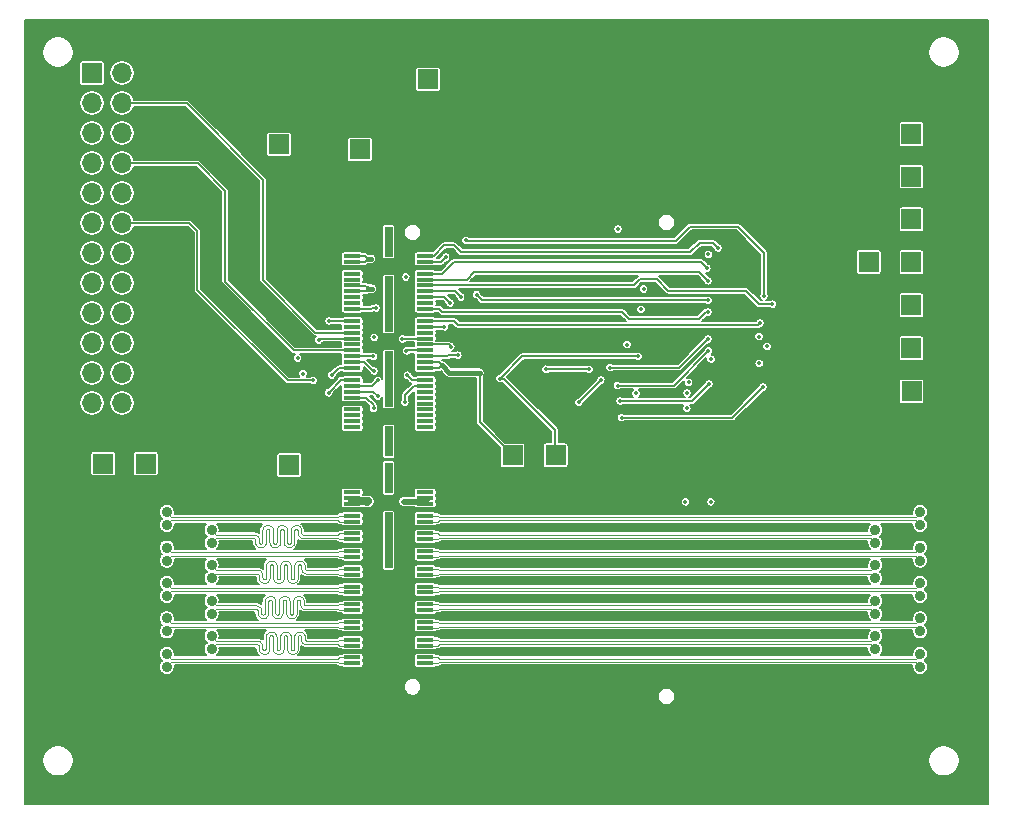
<source format=gbl>
G04 #@! TF.GenerationSoftware,KiCad,Pcbnew,(5.1.10)-1*
G04 #@! TF.CreationDate,2021-11-02T10:29:17+02:00*
G04 #@! TF.ProjectId,Jetson_camera_interposer,4a657473-6f6e-45f6-9361-6d6572615f69,rev?*
G04 #@! TF.SameCoordinates,Original*
G04 #@! TF.FileFunction,Copper,L6,Bot*
G04 #@! TF.FilePolarity,Positive*
%FSLAX46Y46*%
G04 Gerber Fmt 4.6, Leading zero omitted, Abs format (unit mm)*
G04 Created by KiCad (PCBNEW (5.1.10)-1) date 2021-11-02 10:29:17*
%MOMM*%
%LPD*%
G01*
G04 APERTURE LIST*
G04 #@! TA.AperFunction,SMDPad,CuDef*
%ADD10R,1.447800X0.299720*%
G04 #@! TD*
G04 #@! TA.AperFunction,SMDPad,CuDef*
%ADD11R,0.637540X2.540000*%
G04 #@! TD*
G04 #@! TA.AperFunction,SMDPad,CuDef*
%ADD12R,0.637540X4.699000*%
G04 #@! TD*
G04 #@! TA.AperFunction,ComponentPad*
%ADD13O,1.700000X1.700000*%
G04 #@! TD*
G04 #@! TA.AperFunction,ComponentPad*
%ADD14R,1.700000X1.700000*%
G04 #@! TD*
G04 #@! TA.AperFunction,ViaPad*
%ADD15C,0.355600*%
G04 #@! TD*
G04 #@! TA.AperFunction,ViaPad*
%ADD16C,0.508000*%
G04 #@! TD*
G04 #@! TA.AperFunction,ViaPad*
%ADD17C,0.900000*%
G04 #@! TD*
G04 #@! TA.AperFunction,ViaPad*
%ADD18C,0.406400*%
G04 #@! TD*
G04 #@! TA.AperFunction,Conductor*
%ADD19C,0.101600*%
G04 #@! TD*
G04 #@! TA.AperFunction,Conductor*
%ADD20C,0.152400*%
G04 #@! TD*
G04 #@! TA.AperFunction,Conductor*
%ADD21C,0.203200*%
G04 #@! TD*
G04 #@! TA.AperFunction,Conductor*
%ADD22C,0.254000*%
G04 #@! TD*
G04 #@! TA.AperFunction,Conductor*
%ADD23C,0.508000*%
G04 #@! TD*
G04 #@! TA.AperFunction,Conductor*
%ADD24C,0.635000*%
G04 #@! TD*
G04 #@! TA.AperFunction,Conductor*
%ADD25C,0.177800*%
G04 #@! TD*
G04 #@! TA.AperFunction,Conductor*
%ADD26C,0.406400*%
G04 #@! TD*
G04 #@! TA.AperFunction,Conductor*
%ADD27C,0.100000*%
G04 #@! TD*
G04 APERTURE END LIST*
D10*
X123088640Y-120749140D03*
X116911360Y-120749140D03*
X123088640Y-120248760D03*
X116911360Y-120248760D03*
X123088640Y-119748380D03*
X116911360Y-119748380D03*
X123088640Y-119248000D03*
X116911360Y-119248000D03*
X123088640Y-118747620D03*
X116911360Y-118747620D03*
X123088640Y-118249780D03*
X116911360Y-118249780D03*
X123088640Y-117749400D03*
X116911360Y-117749400D03*
X123088640Y-117249020D03*
X116911360Y-117249020D03*
X123088640Y-116748640D03*
X116911360Y-116748640D03*
X123088640Y-116248260D03*
X116911360Y-116248260D03*
X123088640Y-115747880D03*
X116911360Y-115747880D03*
X123088640Y-115247500D03*
X116911360Y-115247500D03*
X123088640Y-114749660D03*
X116911360Y-114749660D03*
X123088640Y-114249280D03*
X116911360Y-114249280D03*
X123088640Y-113748900D03*
X116911360Y-113748900D03*
X123088640Y-113248520D03*
X116911360Y-113248520D03*
X123088640Y-112748140D03*
X116911360Y-112748140D03*
X123088640Y-112247760D03*
X116911360Y-112247760D03*
X123088640Y-111749920D03*
X116911360Y-111749920D03*
X123088640Y-111249540D03*
X116911360Y-111249540D03*
X123088640Y-110749160D03*
X116911360Y-110749160D03*
X123088640Y-110248780D03*
X116911360Y-110248780D03*
X123088640Y-109748400D03*
X116911360Y-109748400D03*
X123088640Y-109248020D03*
X116911360Y-109248020D03*
X123088640Y-108747640D03*
X116911360Y-108747640D03*
X123088640Y-108249800D03*
X116911360Y-108249800D03*
X123088640Y-107749420D03*
X116911360Y-107749420D03*
X123088640Y-107249040D03*
X116911360Y-107249040D03*
X123088640Y-106748660D03*
X116911360Y-106748660D03*
X123088640Y-106248280D03*
X116911360Y-106248280D03*
X123088640Y-100751720D03*
X116911360Y-100751720D03*
X123088640Y-100251340D03*
X116911360Y-100251340D03*
X123088640Y-99750960D03*
X116911360Y-99750960D03*
X123088640Y-99250580D03*
X116911360Y-99250580D03*
X123088640Y-98750200D03*
X116911360Y-98750200D03*
X123088640Y-98252360D03*
X116911360Y-98252360D03*
X123088640Y-97751980D03*
X116911360Y-97751980D03*
X123088640Y-97251600D03*
X116911360Y-97251600D03*
X123088640Y-96751220D03*
X116911360Y-96751220D03*
X123088640Y-96250840D03*
X116911360Y-96250840D03*
X123088640Y-95750460D03*
X116911360Y-95750460D03*
X123088640Y-95250080D03*
X116911360Y-95250080D03*
X123088640Y-94752240D03*
X116911360Y-94752240D03*
X123088640Y-94251860D03*
X116911360Y-94251860D03*
X123088640Y-93751480D03*
X116911360Y-93751480D03*
X123088640Y-93251100D03*
X116911360Y-93251100D03*
X123088640Y-92750720D03*
X116911360Y-92750720D03*
X123088640Y-92250340D03*
X116911360Y-92250340D03*
X123088640Y-91752500D03*
X116911360Y-91752500D03*
X123088640Y-91252120D03*
X116911360Y-91252120D03*
X123088640Y-90751740D03*
X116911360Y-90751740D03*
X123088640Y-90251360D03*
X116911360Y-90251360D03*
X123088640Y-89750980D03*
X116911360Y-89750980D03*
X123088640Y-89250600D03*
X116911360Y-89250600D03*
X123088640Y-88750220D03*
X116911360Y-88750220D03*
X123088640Y-88252380D03*
X116911360Y-88252380D03*
X123088640Y-87752000D03*
X116911360Y-87752000D03*
X123088640Y-87251620D03*
X116911360Y-87251620D03*
X123088640Y-86751240D03*
X116911360Y-86751240D03*
X123088640Y-86250860D03*
X116911360Y-86250860D03*
D11*
X120000000Y-121942940D03*
D12*
X120000000Y-116674980D03*
X120000000Y-110324980D03*
D11*
X120000000Y-105054480D03*
X120000000Y-101945520D03*
D12*
X120000000Y-96675020D03*
X120000000Y-90325020D03*
D11*
X120000000Y-85057060D03*
D13*
X97430000Y-98720000D03*
X94890000Y-98720000D03*
X97430000Y-96180000D03*
X94890000Y-96180000D03*
X97430000Y-93640000D03*
X94890000Y-93640000D03*
X97430000Y-91100000D03*
X94890000Y-91100000D03*
X97430000Y-88560000D03*
X94890000Y-88560000D03*
X97430000Y-86020000D03*
X94890000Y-86020000D03*
X97430000Y-83480000D03*
X94890000Y-83480000D03*
X97430000Y-80940000D03*
X94890000Y-80940000D03*
X97430000Y-78400000D03*
X94890000Y-78400000D03*
X97430000Y-75860000D03*
X94890000Y-75860000D03*
X97430000Y-73320000D03*
X94890000Y-73320000D03*
X97430000Y-70780000D03*
D14*
X94890000Y-70780000D03*
X111570000Y-103960000D03*
X99430000Y-103850000D03*
X95820000Y-103840000D03*
X134140000Y-103130000D03*
X110720000Y-76810000D03*
X117550000Y-77240000D03*
X123310000Y-71310000D03*
X130490000Y-103140000D03*
X164270000Y-97720000D03*
X164250000Y-94060000D03*
X164240000Y-90420000D03*
X164250000Y-86780000D03*
X160640000Y-86760000D03*
X164250000Y-79550000D03*
X164250000Y-83150000D03*
X164250000Y-75930000D03*
X110730000Y-70850000D03*
X94000000Y-111450000D03*
X164280000Y-101380000D03*
X94000000Y-120000000D03*
D15*
X129800000Y-122060000D03*
X127260000Y-122060000D03*
X132340000Y-122060000D03*
X135128000Y-122060000D03*
X137420000Y-122060000D03*
X135380000Y-107110000D03*
X137920000Y-107110000D03*
X127760000Y-107110000D03*
X132840000Y-107110000D03*
X130300000Y-107110000D03*
X152500000Y-107370000D03*
D16*
X158580000Y-107430000D03*
D15*
X154250000Y-107340000D03*
D16*
X156780000Y-107360000D03*
D15*
X154330000Y-122090000D03*
X151790000Y-122090000D03*
X158570000Y-122070000D03*
X156870000Y-122090000D03*
X137760000Y-109260000D03*
X127600000Y-109260000D03*
X135220000Y-109260000D03*
X130140000Y-109260000D03*
X132680000Y-109260000D03*
X130130000Y-110750000D03*
X135210000Y-110750000D03*
X127590000Y-110750000D03*
X132670000Y-110750000D03*
X137750000Y-110750000D03*
X137770000Y-112310000D03*
X127610000Y-112310000D03*
X132690000Y-112310000D03*
X135230000Y-112310000D03*
X130150000Y-112310000D03*
X137750000Y-113810000D03*
X135210000Y-113810000D03*
X127590000Y-113810000D03*
X130130000Y-113810000D03*
X132670000Y-113810000D03*
X135250000Y-115290000D03*
X132710000Y-115290000D03*
X137790000Y-115290000D03*
X130170000Y-115290000D03*
X127630000Y-115290000D03*
X137750000Y-116750000D03*
X135210000Y-116750000D03*
X127590000Y-116750000D03*
X130130000Y-116750000D03*
X132670000Y-116750000D03*
X137710000Y-118290000D03*
X127550000Y-118290000D03*
X130090000Y-118290000D03*
X135170000Y-118290000D03*
X132630000Y-118290000D03*
X135170000Y-119750000D03*
X137710000Y-119750000D03*
X132630000Y-119750000D03*
X127550000Y-119750000D03*
X130090000Y-119750000D03*
X152310000Y-109240000D03*
X154310000Y-109260000D03*
X154330000Y-110800000D03*
X152370000Y-110740000D03*
X152390000Y-112260000D03*
X154320000Y-112290000D03*
X154200000Y-113760000D03*
X151700000Y-113810000D03*
X151850000Y-115270000D03*
X154350000Y-115220000D03*
X154320000Y-116680000D03*
X151820000Y-116730000D03*
X151790000Y-118300000D03*
X154290000Y-118250000D03*
X154290000Y-119690000D03*
X151790000Y-119740000D03*
D16*
X96190000Y-67200000D03*
X98730000Y-67200000D03*
X101270000Y-67200000D03*
X103810000Y-67200000D03*
X106350000Y-67200000D03*
X108890000Y-67200000D03*
X112000000Y-67000000D03*
X113850000Y-68000000D03*
X116390000Y-68000000D03*
X118930000Y-68000000D03*
X121470000Y-68000000D03*
X124010000Y-68000000D03*
X126550000Y-68000000D03*
X129090000Y-68000000D03*
X131630000Y-68000000D03*
X134170000Y-68000000D03*
X136710000Y-68000000D03*
X139250000Y-68000000D03*
X141790000Y-68000000D03*
X144330000Y-68000000D03*
X146870000Y-68000000D03*
X149410000Y-68000000D03*
X151950000Y-68000000D03*
X154090000Y-67200000D03*
X156630000Y-67200000D03*
X159170000Y-67200000D03*
X161710000Y-67200000D03*
X164250000Y-67200000D03*
X167436800Y-73304400D03*
X96110000Y-131150000D03*
X98650000Y-131150000D03*
X101190000Y-131150000D03*
X103730000Y-131150000D03*
X106270000Y-131150000D03*
X108810000Y-131150000D03*
X111350000Y-131150000D03*
X113890000Y-131150000D03*
X116430000Y-131150000D03*
X118970000Y-131150000D03*
X121510000Y-131150000D03*
X124050000Y-131150000D03*
X126590000Y-131150000D03*
X129130000Y-131150000D03*
X131670000Y-131150000D03*
X134210000Y-131150000D03*
X136750000Y-131150000D03*
X139290000Y-131150000D03*
X141830000Y-131150000D03*
X144370000Y-131150000D03*
X147130000Y-131080000D03*
X149300000Y-131100000D03*
X151840000Y-131100000D03*
X154380000Y-131100000D03*
X156920000Y-131100000D03*
X159460000Y-131100000D03*
X162000000Y-131100000D03*
X162610800Y-128066800D03*
X161950400Y-73101200D03*
X169290000Y-74280000D03*
X169290000Y-76820000D03*
X169290000Y-79360000D03*
X169290000Y-81900000D03*
X169290000Y-84440000D03*
X169290000Y-86980000D03*
X169290000Y-89520000D03*
X169290000Y-92060000D03*
X169290000Y-94600000D03*
X169290000Y-97140000D03*
X169290000Y-99680000D03*
X169290000Y-102220000D03*
X169290000Y-104760000D03*
X167190000Y-106100000D03*
X167190000Y-108640000D03*
X167190000Y-111180000D03*
X167190000Y-113720000D03*
X167190000Y-116260000D03*
X167190000Y-118800000D03*
X167190000Y-121340000D03*
X167190000Y-123880000D03*
X90220000Y-73040000D03*
X90990000Y-75620000D03*
X90990000Y-78160000D03*
X90990000Y-80700000D03*
X90990000Y-83240000D03*
X90990000Y-85780000D03*
X90990000Y-88320000D03*
X90990000Y-90860000D03*
X90280000Y-93410000D03*
X90280000Y-96060000D03*
X90320000Y-98790000D03*
X90990000Y-101020000D03*
X90990000Y-103560000D03*
X90990000Y-106100000D03*
X90990000Y-108640000D03*
X90990000Y-111180000D03*
X90990000Y-113720000D03*
X90990000Y-116260000D03*
X90990000Y-118800000D03*
X90990000Y-121340000D03*
X90990000Y-123880000D03*
X161442400Y-68630800D03*
X161747200Y-71628000D03*
X98970000Y-110980000D03*
X98970000Y-120840000D03*
X98970000Y-118300000D03*
X98970000Y-113520000D03*
X98970000Y-108440000D03*
X98970000Y-116060000D03*
X98970000Y-123380000D03*
X106600000Y-121560000D03*
X103620000Y-107330000D03*
X106160000Y-107330000D03*
D15*
X107440000Y-109260000D03*
X114380000Y-118240000D03*
X114370000Y-119690000D03*
X114430000Y-112200000D03*
X114480000Y-109310000D03*
X107130000Y-119710000D03*
X107060000Y-118230000D03*
X107150000Y-116740000D03*
X114390000Y-116720000D03*
X107230000Y-115310000D03*
X114470000Y-115290000D03*
X114500000Y-113740000D03*
X107260000Y-113760000D03*
X107380000Y-112300000D03*
X107240000Y-110740000D03*
D16*
X113520000Y-121620000D03*
X108440000Y-121620000D03*
X110980000Y-121620000D03*
X111240000Y-107330000D03*
X108700000Y-107330000D03*
X113780000Y-107330000D03*
X145320000Y-90930000D03*
D15*
X140310000Y-96180000D03*
X159620000Y-110740000D03*
X159730000Y-112220000D03*
X159550000Y-113730000D03*
X159580000Y-116670000D03*
X159800000Y-118190000D03*
X159680000Y-119770000D03*
X105010000Y-102610000D03*
X107270000Y-100880000D03*
X109490000Y-97990000D03*
X112550000Y-97990000D03*
X105880000Y-97910000D03*
X102040000Y-97900000D03*
X110650000Y-99250000D03*
X102240000Y-96640000D03*
X107760000Y-96750000D03*
X107730000Y-95490000D03*
X102280000Y-95410000D03*
X101080000Y-93180000D03*
X106010000Y-93240000D03*
X109400000Y-93110000D03*
X111830000Y-93220000D03*
X110400000Y-91810000D03*
X108090000Y-91790000D03*
X103370000Y-91810000D03*
X99530000Y-91590000D03*
X100570000Y-90400000D03*
X103730000Y-90500000D03*
X102050000Y-88750000D03*
X104740000Y-89050000D03*
X102900000Y-88930000D03*
X108580000Y-89360000D03*
X107130000Y-88610000D03*
X113720000Y-88720000D03*
X114960000Y-90480000D03*
X111220000Y-88560000D03*
X112440000Y-86680000D03*
X110610000Y-86350000D03*
X107360000Y-82010000D03*
X108260000Y-84710000D03*
X110260000Y-83250000D03*
X110620000Y-84600000D03*
X112750000Y-83010000D03*
X113220000Y-84710000D03*
X100780000Y-82780000D03*
X103970000Y-81480000D03*
X102660000Y-82810000D03*
X101560000Y-84070000D03*
X101040000Y-80230000D03*
X107300000Y-80190000D03*
X103886000Y-77216000D03*
X100584000Y-76708000D03*
X105918000Y-79248000D03*
X111420000Y-80220000D03*
X117200000Y-80710000D03*
X123150000Y-80690000D03*
X121170000Y-76930000D03*
X103410000Y-72700000D03*
X112550000Y-73940000D03*
X122730000Y-75240000D03*
X127550000Y-79990000D03*
X128250000Y-82670000D03*
X131950000Y-84200000D03*
X129700000Y-84230000D03*
X135760000Y-84200000D03*
X139760000Y-88250000D03*
X128640000Y-88200000D03*
X128730000Y-89350000D03*
X139100000Y-89400000D03*
X137130000Y-89420000D03*
X134990000Y-89470000D03*
X137110000Y-96470000D03*
X134690000Y-96500000D03*
X131640000Y-96520000D03*
X133870000Y-98560000D03*
X129420000Y-98560000D03*
X135810000Y-100610000D03*
X140590000Y-100510000D03*
X129260000Y-100620000D03*
X157380000Y-101650000D03*
X155480000Y-95150000D03*
X159980000Y-95590000D03*
X160530000Y-92610000D03*
X156090000Y-92400000D03*
X155920000Y-89970000D03*
X160150000Y-89930000D03*
X156020000Y-87800000D03*
X156530000Y-86040000D03*
X158490000Y-83200000D03*
X158930000Y-79800000D03*
X152160000Y-77760000D03*
X157340000Y-74440000D03*
X130430000Y-74860000D03*
X135240000Y-74760000D03*
X142850000Y-75030000D03*
X149350000Y-75000000D03*
X133140000Y-77640000D03*
X139200000Y-77570000D03*
X146140000Y-77570000D03*
D17*
X104980000Y-106290000D03*
X104880000Y-121690000D03*
X101160000Y-123210000D03*
X101140000Y-105920000D03*
X161210000Y-121730000D03*
X164990000Y-122880000D03*
X161170000Y-107330000D03*
X164990000Y-106150000D03*
D16*
X163100000Y-106920000D03*
D15*
X102050000Y-99330000D03*
D16*
X164338000Y-125831600D03*
D17*
X103124000Y-109982000D03*
X103174800Y-112979200D03*
X103124000Y-116078000D03*
X103124000Y-119075200D03*
X163220400Y-112979200D03*
X163169600Y-110032800D03*
X163220400Y-115976400D03*
X163271200Y-118922800D03*
X165000000Y-121050550D03*
X101200000Y-121050550D03*
X165000000Y-119947350D03*
X101200000Y-119947350D03*
X165000000Y-118050810D03*
X101200000Y-118050810D03*
X165000000Y-116947610D03*
X101200000Y-116947610D03*
X161200000Y-119549410D03*
X161200000Y-118446210D03*
D15*
X141110000Y-94750000D03*
X118690000Y-94770000D03*
X129400000Y-96640000D03*
X121360000Y-98660000D03*
X121580000Y-96360000D03*
X112744132Y-96221810D03*
X113590000Y-96800000D03*
X121148297Y-93291703D03*
X151425379Y-91925975D03*
X147040000Y-91010000D03*
X141360000Y-90770000D03*
X118920000Y-90670000D03*
X125180000Y-90237210D03*
X126100000Y-89730000D03*
D18*
X121280000Y-107050000D03*
D15*
X118300000Y-107060000D03*
X145113781Y-107073781D03*
X147263781Y-107073781D03*
X151370000Y-95350000D03*
X127700000Y-96131990D03*
X115170000Y-96350000D03*
X145380000Y-96970000D03*
X136950000Y-95850000D03*
X133300000Y-95850000D03*
X118760000Y-96000000D03*
X147290000Y-95000000D03*
X125850000Y-94660000D03*
X118580000Y-89020000D03*
X141580000Y-89050000D03*
X152490000Y-90340000D03*
X147030000Y-88360000D03*
X146930000Y-87290000D03*
X124830000Y-86340000D03*
X147060000Y-86130000D03*
X118490000Y-86490000D03*
X139400000Y-83970000D03*
X147890000Y-85590000D03*
D17*
X161200000Y-115446470D03*
X161200000Y-116549670D03*
X165000000Y-115051070D03*
X165000000Y-113947870D03*
X161200000Y-113549930D03*
X161200000Y-112446730D03*
X165000000Y-112051330D03*
X165000000Y-110948130D03*
X161200000Y-110550190D03*
X161200000Y-109446990D03*
X165000000Y-109050320D03*
X165000000Y-107947120D03*
X105000000Y-116549670D03*
X105000000Y-115446470D03*
X101200000Y-115051070D03*
X101200000Y-113947870D03*
X105000000Y-113549930D03*
X105000000Y-112446730D03*
X101200000Y-112051330D03*
X101200000Y-110948130D03*
X105000000Y-110550190D03*
X105000000Y-109446990D03*
X101200000Y-109050320D03*
X101200000Y-107947120D03*
X105000000Y-119549410D03*
X105000000Y-118446210D03*
D15*
X118720000Y-99170000D03*
X145240000Y-99150000D03*
X140940000Y-97900000D03*
X119050000Y-98120000D03*
X119070000Y-96790000D03*
X145250000Y-97850000D03*
X114900000Y-97835480D03*
X136090000Y-98650000D03*
X137951218Y-96751220D03*
X118770000Y-93160000D03*
X121500000Y-94290000D03*
X125250000Y-93930000D03*
X114060000Y-93370000D03*
X114930000Y-91750000D03*
X147040000Y-90020000D03*
X121440002Y-88029998D03*
X127430000Y-89540000D03*
X151780000Y-89650000D03*
X126530000Y-84940000D03*
X151680000Y-97350000D03*
X139720000Y-99940000D03*
X139580000Y-98540000D03*
X147120000Y-97080000D03*
X112280000Y-94890000D03*
X152020000Y-93920000D03*
X147060000Y-94300000D03*
X139370000Y-97230000D03*
X147040000Y-93270000D03*
X138738957Y-95706590D03*
X140180000Y-93760002D03*
X151340000Y-93090000D03*
X124700000Y-92260000D03*
D19*
X165000000Y-121050550D02*
X164600800Y-120651350D01*
X124272281Y-120651350D02*
X124174491Y-120749140D01*
X164600800Y-120651350D02*
X124272281Y-120651350D01*
X124174491Y-120749140D02*
X123088640Y-120749140D01*
X115825509Y-120749140D02*
X116911360Y-120749140D01*
X115727719Y-120651350D02*
X115825509Y-120749140D01*
X101599200Y-120651350D02*
X115727719Y-120651350D01*
X101200000Y-121050550D02*
X101599200Y-120651350D01*
X165000000Y-119947350D02*
X164600800Y-120346550D01*
X124174491Y-120248760D02*
X123088640Y-120248760D01*
X164600800Y-120346550D02*
X124272281Y-120346550D01*
X124272281Y-120346550D02*
X124174491Y-120248760D01*
X115727719Y-120346550D02*
X115825509Y-120248760D01*
X115825509Y-120248760D02*
X116911360Y-120248760D01*
X101599200Y-120346550D02*
X115727719Y-120346550D01*
X101200000Y-119947350D02*
X101599200Y-120346550D01*
X165000000Y-118050810D02*
X164600800Y-117651610D01*
X164600800Y-117651610D02*
X124272281Y-117651610D01*
X124174491Y-117749400D02*
X123088640Y-117749400D01*
X124272281Y-117651610D02*
X124174491Y-117749400D01*
X101599200Y-117651610D02*
X101200000Y-118050810D01*
X115727719Y-117651610D02*
X101599200Y-117651610D01*
X115825509Y-117749400D02*
X115727719Y-117651610D01*
X116911360Y-117749400D02*
X115825509Y-117749400D01*
X165000000Y-116947610D02*
X164600800Y-117346810D01*
X164600800Y-117346810D02*
X124272281Y-117346810D01*
X124174491Y-117249020D02*
X123088640Y-117249020D01*
X124272281Y-117346810D02*
X124174491Y-117249020D01*
X101599200Y-117346810D02*
X101200000Y-116947610D01*
X116911360Y-117249020D02*
X115825509Y-117249020D01*
X115727719Y-117346810D02*
X101599200Y-117346810D01*
X115825509Y-117249020D02*
X115727719Y-117346810D01*
X160800800Y-119150210D02*
X161200000Y-119549410D01*
X123088640Y-119248000D02*
X124174491Y-119248000D01*
X124174491Y-119248000D02*
X124272281Y-119150210D01*
X124272281Y-119150210D02*
X160800800Y-119150210D01*
X160800800Y-118845410D02*
X161200000Y-118446210D01*
X124272281Y-118845410D02*
X160800800Y-118845410D01*
X123088640Y-118747620D02*
X124174491Y-118747620D01*
X124174491Y-118747620D02*
X124272281Y-118845410D01*
D20*
X118672240Y-94752240D02*
X118690000Y-94770000D01*
D21*
X116911360Y-94752240D02*
X118672240Y-94752240D01*
X131290000Y-94750000D02*
X129400000Y-96640000D01*
X141110000Y-94750000D02*
X131290000Y-94750000D01*
X129400000Y-96640000D02*
X129720000Y-96640000D01*
X134080000Y-101000000D02*
X134080000Y-103150000D01*
X129720000Y-96640000D02*
X134080000Y-101000000D01*
X122161540Y-97251600D02*
X123088640Y-97251600D01*
X121360000Y-98053140D02*
X122161540Y-97251600D01*
X121360000Y-98660000D02*
X121360000Y-98053140D01*
X123088640Y-96751220D02*
X121971220Y-96751220D01*
X121971220Y-96751220D02*
X121580000Y-96360000D01*
D20*
X97430000Y-83480000D02*
X103090000Y-83480000D01*
X103090000Y-83480000D02*
X103780000Y-84170000D01*
X103780000Y-84170000D02*
X103780000Y-89140000D01*
X103780000Y-89140000D02*
X111440000Y-96800000D01*
X111440000Y-96800000D02*
X113590000Y-96800000D01*
X123088640Y-93251100D02*
X121188900Y-93251100D01*
X121188900Y-93251100D02*
X121148297Y-93291703D01*
D21*
X125522500Y-91752500D02*
X125873774Y-92103774D01*
X123088640Y-91752500D02*
X125522500Y-91752500D01*
X151247580Y-92103774D02*
X151425379Y-91925975D01*
X125873774Y-92103774D02*
X151247580Y-92103774D01*
X123088640Y-90751740D02*
X124291740Y-90751740D01*
X124291740Y-90751740D02*
X124520000Y-90980000D01*
X124520000Y-90980000D02*
X139730000Y-90980000D01*
X139730000Y-90980000D02*
X140330000Y-91580000D01*
X140330000Y-91580000D02*
X146250000Y-91580000D01*
X146820000Y-91010000D02*
X147040000Y-91010000D01*
X146250000Y-91580000D02*
X146820000Y-91010000D01*
X118920000Y-90670000D02*
X118590000Y-90670000D01*
X118508260Y-90751740D02*
X117924822Y-90751740D01*
X118590000Y-90670000D02*
X118508260Y-90751740D01*
X116911360Y-90751740D02*
X117924822Y-90751740D01*
X124693770Y-89750980D02*
X125180000Y-90237210D01*
X123088640Y-89750980D02*
X124693770Y-89750980D01*
X123088640Y-89250600D02*
X125620600Y-89250600D01*
X125620600Y-89250600D02*
X126100000Y-89730000D01*
D22*
X118280000Y-106940000D02*
X118280000Y-107040000D01*
D23*
X123240199Y-106940000D02*
X123088640Y-107091559D01*
D24*
X118127201Y-107062799D02*
X118092461Y-107028059D01*
X118092461Y-107028059D02*
X116911360Y-107028059D01*
X118150000Y-107040000D02*
X118127201Y-107062799D01*
X118280000Y-107040000D02*
X118150000Y-107040000D01*
D23*
X118300000Y-107060000D02*
X118280000Y-107040000D01*
X121280000Y-107050000D02*
X122710000Y-107060000D01*
X122710000Y-107060000D02*
X122863859Y-106906141D01*
X122863859Y-106906141D02*
X123088640Y-106906141D01*
D25*
X124220080Y-95250080D02*
X124470000Y-95500000D01*
D20*
X123088640Y-95250080D02*
X124220080Y-95250080D01*
D25*
X124219540Y-95750460D02*
X124470000Y-95500000D01*
D20*
X123088640Y-95750460D02*
X124219540Y-95750460D01*
D26*
X124470000Y-95500000D02*
X125101990Y-96131990D01*
X125101990Y-96131990D02*
X127700000Y-96131990D01*
D21*
X127700000Y-100350000D02*
X130490000Y-103140000D01*
X127700000Y-96131990D02*
X127700000Y-100350000D01*
D20*
X115769540Y-95750460D02*
X115170000Y-96350000D01*
X116911360Y-95750460D02*
X115769540Y-95750460D01*
D21*
X136950000Y-95850000D02*
X133300000Y-95850000D01*
D20*
X118629022Y-96000000D02*
X118760000Y-96000000D01*
X117879102Y-95250080D02*
X118629022Y-96000000D01*
X116911360Y-95250080D02*
X117879102Y-95250080D01*
D21*
X125850000Y-94660000D02*
X125060000Y-94660000D01*
X124967760Y-94752240D02*
X125060000Y-94660000D01*
D20*
X123088640Y-94752240D02*
X124967760Y-94752240D01*
D25*
X117950000Y-88760000D02*
X116911360Y-88750220D01*
X118580000Y-89020000D02*
X117950000Y-88760000D01*
X118130000Y-89230000D02*
X118580000Y-89020000D01*
X116911360Y-89250600D02*
X118130000Y-89230000D01*
D26*
X118260000Y-89020000D02*
X118580000Y-89020000D01*
D21*
X123088640Y-88750220D02*
X140759780Y-88750220D01*
X140759780Y-88750220D02*
X141260000Y-88250000D01*
X141260000Y-88250000D02*
X142710000Y-88250000D01*
X142710000Y-88250000D02*
X143670000Y-89210000D01*
X143670000Y-89210000D02*
X150210000Y-89210000D01*
X151340000Y-90340000D02*
X152490000Y-90340000D01*
X150210000Y-89210000D02*
X151340000Y-90340000D01*
X123088640Y-88252380D02*
X126617620Y-88252380D01*
X126617620Y-88252380D02*
X127240000Y-87630000D01*
X127240000Y-87630000D02*
X146300000Y-87630000D01*
X146300000Y-87630000D02*
X147030000Y-88360000D01*
X146400000Y-86760000D02*
X146930000Y-87290000D01*
X125520000Y-86760000D02*
X146400000Y-86760000D01*
X124528000Y-87752000D02*
X125520000Y-86760000D01*
X123088640Y-87752000D02*
X124528000Y-87752000D01*
X124418760Y-86751240D02*
X124830000Y-86340000D01*
X123088640Y-86751240D02*
X124418760Y-86751240D01*
D25*
X117968760Y-86751240D02*
X118230000Y-86490000D01*
X116911360Y-86751240D02*
X117968760Y-86751240D01*
X118000860Y-86250860D02*
X116911360Y-86250860D01*
X118230000Y-86480000D02*
X118000860Y-86250860D01*
X118240002Y-86469998D02*
X118230000Y-86480000D01*
D26*
X118370000Y-86490000D02*
X118260000Y-86490000D01*
X118370000Y-86490000D02*
X118490000Y-86490000D01*
D21*
X125550000Y-85360000D02*
X124690000Y-85360000D01*
X126140000Y-85950000D02*
X125550000Y-85360000D01*
X124690000Y-85360000D02*
X123799140Y-86250860D01*
X145510000Y-85950000D02*
X126140000Y-85950000D01*
X123799140Y-86250860D02*
X123088640Y-86250860D01*
X146310000Y-85150000D02*
X145510000Y-85950000D01*
X147450000Y-85150000D02*
X146310000Y-85150000D01*
X147890000Y-85590000D02*
X147450000Y-85150000D01*
D19*
X160800800Y-115845670D02*
X161200000Y-115446470D01*
X124174491Y-115747880D02*
X124272281Y-115845670D01*
X124272281Y-115845670D02*
X160800800Y-115845670D01*
X123088640Y-115747880D02*
X124174491Y-115747880D01*
X160800800Y-116150470D02*
X161200000Y-116549670D01*
X124174491Y-116248260D02*
X124272281Y-116150470D01*
X124272281Y-116150470D02*
X160800800Y-116150470D01*
X123088640Y-116248260D02*
X124174491Y-116248260D01*
X165000000Y-115051070D02*
X164600800Y-114651870D01*
X124174491Y-114749660D02*
X123088640Y-114749660D01*
X164600800Y-114651870D02*
X124272281Y-114651870D01*
X124272281Y-114651870D02*
X124174491Y-114749660D01*
X165000000Y-113947870D02*
X164600800Y-114347070D01*
X124174491Y-114249280D02*
X123088640Y-114249280D01*
X164600800Y-114347070D02*
X124272281Y-114347070D01*
X124272281Y-114347070D02*
X124174491Y-114249280D01*
X161200000Y-113549930D02*
X160800800Y-113150730D01*
X160800800Y-113150730D02*
X124272281Y-113150730D01*
X124272281Y-113150730D02*
X124174491Y-113248520D01*
X124174491Y-113248520D02*
X123088640Y-113248520D01*
X161200000Y-112446730D02*
X160800800Y-112845930D01*
X124272281Y-112845930D02*
X124174491Y-112748140D01*
X124174491Y-112748140D02*
X123088640Y-112748140D01*
X160800800Y-112845930D02*
X124272281Y-112845930D01*
X165000000Y-112051330D02*
X164600800Y-111652130D01*
X124272281Y-111652130D02*
X124174491Y-111749920D01*
X164600800Y-111652130D02*
X124272281Y-111652130D01*
X124174491Y-111749920D02*
X123088640Y-111749920D01*
X165000000Y-110948130D02*
X164600800Y-111347330D01*
X164600800Y-111347330D02*
X124272281Y-111347330D01*
X124272281Y-111347330D02*
X124174491Y-111249540D01*
X124174491Y-111249540D02*
X123088640Y-111249540D01*
X161200000Y-110550190D02*
X160800800Y-110150990D01*
X124174491Y-110248780D02*
X124272281Y-110150990D01*
X123088640Y-110248780D02*
X124174491Y-110248780D01*
X160800800Y-110150990D02*
X124272281Y-110150990D01*
X161200000Y-109446990D02*
X160800800Y-109846190D01*
X123088640Y-109748400D02*
X124174491Y-109748400D01*
X160800800Y-109846190D02*
X124272281Y-109846190D01*
X124174491Y-109748400D02*
X124272281Y-109846190D01*
X164600800Y-108651120D02*
X165000000Y-109050320D01*
X123088640Y-108747640D02*
X124174491Y-108747640D01*
X124271011Y-108651120D02*
X164600800Y-108651120D01*
X124174491Y-108747640D02*
X124271011Y-108651120D01*
X164600800Y-108346320D02*
X165000000Y-107947120D01*
X123088640Y-108249800D02*
X124174491Y-108249800D01*
X124174491Y-108249800D02*
X124271011Y-108346320D01*
X124271011Y-108346320D02*
X164600800Y-108346320D01*
X111006730Y-116503895D02*
X111006730Y-115518386D01*
X110996042Y-116598746D02*
X111006730Y-116503895D01*
X110964517Y-116688841D02*
X110996042Y-116598746D01*
X110913733Y-116769663D02*
X110964517Y-116688841D01*
X110846239Y-116837157D02*
X110913733Y-116769663D01*
X110765417Y-116887941D02*
X110846239Y-116837157D01*
X110675322Y-116919466D02*
X110765417Y-116887941D01*
X110580471Y-116930154D02*
X110675322Y-116919466D01*
X110528188Y-116930154D02*
X110580471Y-116930154D01*
X110433337Y-116919466D02*
X110528188Y-116930154D01*
X110343242Y-116887941D02*
X110433337Y-116919466D01*
X110262420Y-116837157D02*
X110343242Y-116887941D01*
X110194926Y-116769663D02*
X110262420Y-116837157D01*
X110144142Y-116688841D02*
X110194926Y-116769663D01*
X110112617Y-116598746D02*
X110144142Y-116688841D01*
X110101930Y-116503895D02*
X110112617Y-116598746D01*
X110087313Y-115454345D02*
X110098229Y-115485542D01*
X110069728Y-115426359D02*
X110087313Y-115454345D01*
X110046357Y-115402988D02*
X110069728Y-115426359D01*
X110018371Y-115385403D02*
X110046357Y-115402988D01*
X109987174Y-115374487D02*
X110018371Y-115385403D01*
X109954330Y-115370786D02*
X109987174Y-115374487D01*
X109921485Y-115374487D02*
X109954330Y-115370786D01*
X109890288Y-115385403D02*
X109921485Y-115374487D01*
X109862302Y-115402988D02*
X109890288Y-115385403D01*
X109838931Y-115426359D02*
X109862302Y-115402988D01*
X108912617Y-116598746D02*
X108944142Y-116688841D01*
X108898229Y-116265225D02*
X108901930Y-116298070D01*
X111633337Y-116919466D02*
X111728188Y-116930154D01*
X109806730Y-116503895D02*
X109806730Y-115518386D01*
X108901930Y-116503895D02*
X108912617Y-116598746D01*
X108901930Y-116298070D02*
X108901930Y-116503895D01*
X105000000Y-116549670D02*
X105399200Y-116150470D01*
X108887313Y-116234028D02*
X108898229Y-116265225D01*
X108869728Y-116206042D02*
X108887313Y-116234028D01*
X108846357Y-116182671D02*
X108869728Y-116206042D01*
X111006730Y-115518386D02*
X111010430Y-115485542D01*
X108944142Y-116688841D02*
X108994926Y-116769663D01*
X111010430Y-115485542D02*
X111021346Y-115454345D01*
X105399200Y-116150470D02*
X108754330Y-116150470D01*
X108818371Y-116165086D02*
X108846357Y-116182671D01*
X108787174Y-116154170D02*
X108818371Y-116165086D01*
X109328188Y-116930154D02*
X109380471Y-116930154D01*
X108754330Y-116150470D02*
X108787174Y-116154170D01*
X109764517Y-116688841D02*
X109796042Y-116598746D01*
X110098229Y-115485542D02*
X110101930Y-115518386D01*
X109062420Y-116837157D02*
X109143242Y-116887941D01*
X108994926Y-116769663D02*
X109062420Y-116837157D01*
X109810430Y-115485542D02*
X109821346Y-115454345D01*
X109143242Y-116887941D02*
X109233337Y-116919466D01*
X109233337Y-116919466D02*
X109328188Y-116930154D01*
X109806730Y-115518386D02*
X109810430Y-115485542D01*
X109380471Y-116930154D02*
X109475322Y-116919466D01*
X109821346Y-115454345D02*
X109838931Y-115426359D01*
X109475322Y-116919466D02*
X109565417Y-116887941D01*
X109646239Y-116837157D02*
X109713733Y-116769663D01*
X110101930Y-115518386D02*
X110101930Y-116503895D01*
X109565417Y-116887941D02*
X109646239Y-116837157D01*
X109713733Y-116769663D02*
X109764517Y-116688841D01*
X109796042Y-116598746D02*
X109806730Y-116503895D01*
X111021346Y-115454345D02*
X111038931Y-115426359D01*
X111038931Y-115426359D02*
X111062302Y-115402988D01*
X111062302Y-115402988D02*
X111090288Y-115385403D01*
X111090288Y-115385403D02*
X111121485Y-115374487D01*
X111121485Y-115374487D02*
X111154330Y-115370786D01*
X111154330Y-115370786D02*
X111187174Y-115374487D01*
X111187174Y-115374487D02*
X111218371Y-115385403D01*
X111218371Y-115385403D02*
X111246357Y-115402988D01*
X111246357Y-115402988D02*
X111269728Y-115426359D01*
X111269728Y-115426359D02*
X111287313Y-115454345D01*
X111287313Y-115454345D02*
X111298229Y-115485542D01*
X111298229Y-115485542D02*
X111301930Y-115518386D01*
X111301930Y-115518386D02*
X111301930Y-116503895D01*
X111301930Y-116503895D02*
X111312617Y-116598746D01*
X111312617Y-116598746D02*
X111344142Y-116688841D01*
X111344142Y-116688841D02*
X111394926Y-116769663D01*
X111394926Y-116769663D02*
X111462420Y-116837157D01*
X111462420Y-116837157D02*
X111543242Y-116887941D01*
X111543242Y-116887941D02*
X111633337Y-116919466D01*
X111728188Y-116930154D02*
X111780471Y-116930154D01*
X111780471Y-116930154D02*
X111875322Y-116919466D01*
X111875322Y-116919466D02*
X111965417Y-116887941D01*
X111965417Y-116887941D02*
X112046239Y-116837157D01*
X112046239Y-116837157D02*
X112113733Y-116769663D01*
X112113733Y-116769663D02*
X112164517Y-116688841D01*
X112164517Y-116688841D02*
X112196042Y-116598746D01*
X112196042Y-116598746D02*
X112206730Y-116503895D01*
X112206730Y-116503895D02*
X112206730Y-115518386D01*
X112206730Y-115518386D02*
X112210430Y-115485542D01*
X112210430Y-115485542D02*
X112221346Y-115454345D01*
X112221346Y-115454345D02*
X112238931Y-115426359D01*
X112238931Y-115426359D02*
X112262302Y-115402988D01*
X112262302Y-115402988D02*
X112290288Y-115385403D01*
X112290288Y-115385403D02*
X112321485Y-115374487D01*
X112321485Y-115374487D02*
X112354330Y-115370786D01*
X112354330Y-115370786D02*
X112387174Y-115374487D01*
X112387174Y-115374487D02*
X112418371Y-115385403D01*
X112418371Y-115385403D02*
X112446357Y-115402988D01*
X112446357Y-115402988D02*
X112469728Y-115426359D01*
X112469728Y-115426359D02*
X112487313Y-115454345D01*
X112487313Y-115454345D02*
X112498229Y-115485542D01*
X112498229Y-115485542D02*
X112501930Y-115518386D01*
X112501930Y-115518386D02*
X112501930Y-115724212D01*
X112501930Y-115724212D02*
X112512617Y-115819063D01*
X112512617Y-115819063D02*
X112544142Y-115909158D01*
X112544142Y-115909158D02*
X112594926Y-115989980D01*
X112594926Y-115989980D02*
X112662420Y-116057474D01*
X112662420Y-116057474D02*
X112743242Y-116108258D01*
X112743242Y-116108258D02*
X112833337Y-116139783D01*
X112833337Y-116139783D02*
X112928188Y-116150470D01*
X112928188Y-116150470D02*
X115727719Y-116150470D01*
X115727719Y-116150470D02*
X115825509Y-116248260D01*
X115825509Y-116248260D02*
X116911360Y-116248260D01*
X115825509Y-115747880D02*
X116911360Y-115747880D01*
X115727719Y-115845670D02*
X115825509Y-115747880D01*
X112954330Y-115845670D02*
X115727719Y-115845670D01*
X112921485Y-115841970D02*
X112954330Y-115845670D01*
X112890288Y-115831054D02*
X112921485Y-115841970D01*
X112862302Y-115813469D02*
X112890288Y-115831054D01*
X112838931Y-115790098D02*
X112862302Y-115813469D01*
X112821346Y-115762112D02*
X112838931Y-115790098D01*
X112810430Y-115730915D02*
X112821346Y-115762112D01*
X112806730Y-115698070D02*
X112810430Y-115730915D01*
X112806730Y-115492245D02*
X112806730Y-115698070D01*
X112796042Y-115397394D02*
X112806730Y-115492245D01*
X112764517Y-115307299D02*
X112796042Y-115397394D01*
X112713733Y-115226477D02*
X112764517Y-115307299D01*
X112646239Y-115158983D02*
X112713733Y-115226477D01*
X112565417Y-115108199D02*
X112646239Y-115158983D01*
X112475322Y-115076674D02*
X112565417Y-115108199D01*
X112380471Y-115065986D02*
X112475322Y-115076674D01*
X112328188Y-115065986D02*
X112380471Y-115065986D01*
X112233337Y-115076674D02*
X112328188Y-115065986D01*
X112143242Y-115108199D02*
X112233337Y-115076674D01*
X112062420Y-115158983D02*
X112143242Y-115108199D01*
X111994926Y-115226477D02*
X112062420Y-115158983D01*
X111944142Y-115307299D02*
X111994926Y-115226477D01*
X111912617Y-115397394D02*
X111944142Y-115307299D01*
X111901930Y-115492245D02*
X111912617Y-115397394D01*
X111901930Y-116477754D02*
X111901930Y-115492245D01*
X111898229Y-116510598D02*
X111901930Y-116477754D01*
X111887313Y-116541795D02*
X111898229Y-116510598D01*
X111869728Y-116569781D02*
X111887313Y-116541795D01*
X111846357Y-116593152D02*
X111869728Y-116569781D01*
X111818371Y-116610737D02*
X111846357Y-116593152D01*
X111787174Y-116621653D02*
X111818371Y-116610737D01*
X111754330Y-116625354D02*
X111787174Y-116621653D01*
X111721485Y-116621653D02*
X111754330Y-116625354D01*
X111690288Y-116610737D02*
X111721485Y-116621653D01*
X111662302Y-116593152D02*
X111690288Y-116610737D01*
X111638931Y-116569781D02*
X111662302Y-116593152D01*
X111621346Y-116541795D02*
X111638931Y-116569781D01*
X111610430Y-116510598D02*
X111621346Y-116541795D01*
X111606730Y-116477754D02*
X111610430Y-116510598D01*
X111606730Y-115492245D02*
X111606730Y-116477754D01*
X111596042Y-115397394D02*
X111606730Y-115492245D01*
X111564517Y-115307299D02*
X111596042Y-115397394D01*
X111513733Y-115226477D02*
X111564517Y-115307299D01*
X111446239Y-115158983D02*
X111513733Y-115226477D01*
X111365417Y-115108199D02*
X111446239Y-115158983D01*
X111275322Y-115076674D02*
X111365417Y-115108199D01*
X111180471Y-115065986D02*
X111275322Y-115076674D01*
X111128188Y-115065986D02*
X111180471Y-115065986D01*
X111033337Y-115076674D02*
X111128188Y-115065986D01*
X110943242Y-115108199D02*
X111033337Y-115076674D01*
X110862420Y-115158983D02*
X110943242Y-115108199D01*
X110794926Y-115226477D02*
X110862420Y-115158983D01*
X110744142Y-115307299D02*
X110794926Y-115226477D01*
X110712617Y-115397394D02*
X110744142Y-115307299D01*
X110701930Y-115492245D02*
X110712617Y-115397394D01*
X110701930Y-116477754D02*
X110701930Y-115492245D01*
X110698229Y-116510598D02*
X110701930Y-116477754D01*
X110687313Y-116541795D02*
X110698229Y-116510598D01*
X110669728Y-116569781D02*
X110687313Y-116541795D01*
X110646357Y-116593152D02*
X110669728Y-116569781D01*
X110618371Y-116610737D02*
X110646357Y-116593152D01*
X110587174Y-116621653D02*
X110618371Y-116610737D01*
X110554330Y-116625354D02*
X110587174Y-116621653D01*
X110521485Y-116621653D02*
X110554330Y-116625354D01*
X110490288Y-116610737D02*
X110521485Y-116621653D01*
X110462302Y-116593152D02*
X110490288Y-116610737D01*
X110438931Y-116569781D02*
X110462302Y-116593152D01*
X110421346Y-116541795D02*
X110438931Y-116569781D01*
X110410430Y-116510598D02*
X110421346Y-116541795D01*
X110406730Y-116477754D02*
X110410430Y-116510598D01*
X110406730Y-115492245D02*
X110406730Y-116477754D01*
X110396042Y-115397394D02*
X110406730Y-115492245D01*
X110364517Y-115307299D02*
X110396042Y-115397394D01*
X110313733Y-115226477D02*
X110364517Y-115307299D01*
X110246239Y-115158983D02*
X110313733Y-115226477D01*
X110165417Y-115108199D02*
X110246239Y-115158983D01*
X110075322Y-115076674D02*
X110165417Y-115108199D01*
X109980471Y-115065986D02*
X110075322Y-115076674D01*
X109928188Y-115065986D02*
X109980471Y-115065986D01*
X109833337Y-115076674D02*
X109928188Y-115065986D01*
X109743242Y-115108199D02*
X109833337Y-115076674D01*
X109662420Y-115158983D02*
X109743242Y-115108199D01*
X109594926Y-115226477D02*
X109662420Y-115158983D01*
X109544142Y-115307299D02*
X109594926Y-115226477D01*
X109512617Y-115397394D02*
X109544142Y-115307299D01*
X109501930Y-115492245D02*
X109512617Y-115397394D01*
X109501930Y-116477754D02*
X109501930Y-115492245D01*
X109498229Y-116510598D02*
X109501930Y-116477754D01*
X109487313Y-116541795D02*
X109498229Y-116510598D01*
X109469728Y-116569781D02*
X109487313Y-116541795D01*
X109446357Y-116593152D02*
X109469728Y-116569781D01*
X109418371Y-116610737D02*
X109446357Y-116593152D01*
X109387174Y-116621653D02*
X109418371Y-116610737D01*
X109354330Y-116625354D02*
X109387174Y-116621653D01*
X109321485Y-116621653D02*
X109354330Y-116625354D01*
X109290288Y-116610737D02*
X109321485Y-116621653D01*
X109262302Y-116593152D02*
X109290288Y-116610737D01*
X109221346Y-116541795D02*
X109238931Y-116569781D01*
X109206730Y-116271928D02*
X109206730Y-116477754D01*
X109206730Y-116477754D02*
X109210430Y-116510598D01*
X109210430Y-116510598D02*
X109221346Y-116541795D01*
X109196042Y-116177077D02*
X109206730Y-116271928D01*
X105000000Y-115446470D02*
X105399200Y-115845670D01*
X105399200Y-115845670D02*
X108780471Y-115845670D01*
X108780471Y-115845670D02*
X108875322Y-115856357D01*
X108875322Y-115856357D02*
X108965417Y-115887882D01*
X108965417Y-115887882D02*
X109046239Y-115938666D01*
X109046239Y-115938666D02*
X109113733Y-116006160D01*
X109113733Y-116006160D02*
X109164517Y-116086982D01*
X109164517Y-116086982D02*
X109196042Y-116177077D01*
X109238931Y-116569781D02*
X109262302Y-116593152D01*
X115825509Y-114749660D02*
X116911360Y-114749660D01*
X115727719Y-114651870D02*
X115825509Y-114749660D01*
X101599200Y-114651870D02*
X115727719Y-114651870D01*
X101200000Y-115051070D02*
X101599200Y-114651870D01*
X115825509Y-114249280D02*
X116911360Y-114249280D01*
X101599200Y-114347070D02*
X115727719Y-114347070D01*
X101200000Y-113947870D02*
X101599200Y-114347070D01*
X115727719Y-114347070D02*
X115825509Y-114249280D01*
X111110170Y-112485802D02*
X111121086Y-112454605D01*
X111106470Y-112518646D02*
X111110170Y-112485802D01*
X111106470Y-113504155D02*
X111106470Y-112518646D01*
X111095782Y-113599006D02*
X111106470Y-113504155D01*
X111064257Y-113689101D02*
X111095782Y-113599006D01*
X109910170Y-112485802D02*
X109921086Y-112454605D01*
X111013473Y-113769923D02*
X111064257Y-113689101D01*
X110945979Y-113837417D02*
X111013473Y-113769923D01*
X110865157Y-113888201D02*
X110945979Y-113837417D01*
X110627928Y-113930414D02*
X110680211Y-113930414D01*
X112546097Y-112403248D02*
X112569468Y-112426619D01*
X110362160Y-113837417D02*
X110442982Y-113888201D01*
X112518111Y-112385663D02*
X112546097Y-112403248D01*
X110212357Y-113599006D02*
X110243882Y-113689101D01*
X112362042Y-112403248D02*
X112390028Y-112385663D01*
X110201670Y-112518646D02*
X110201670Y-113504155D01*
X112587053Y-112454605D02*
X112597969Y-112485802D01*
X110187053Y-112454605D02*
X110197969Y-112485802D01*
X110146097Y-112403248D02*
X110169468Y-112426619D01*
X112321086Y-112454605D02*
X112338671Y-112426619D01*
X110118111Y-112385663D02*
X110146097Y-112403248D01*
X110086914Y-112374747D02*
X110118111Y-112385663D01*
X112569468Y-112426619D02*
X112587053Y-112454605D01*
X109990028Y-112385663D02*
X110021225Y-112374747D01*
X111190028Y-112385663D02*
X111221225Y-112374747D01*
X110169468Y-112426619D02*
X110187053Y-112454605D01*
X112306470Y-113504155D02*
X112306470Y-112518646D01*
X110243882Y-113689101D02*
X110294666Y-113769923D01*
X112306470Y-112518646D02*
X112310170Y-112485802D01*
X109001670Y-113504155D02*
X109012357Y-113599006D01*
X108997969Y-113265485D02*
X109001670Y-113298330D01*
X109745979Y-113837417D02*
X109813473Y-113769923D01*
X111221225Y-112374747D02*
X111254070Y-112371046D01*
X109813473Y-113769923D02*
X109864257Y-113689101D01*
X108886914Y-113154430D02*
X108918111Y-113165346D01*
X109906470Y-113504155D02*
X109906470Y-112518646D01*
X108946097Y-113182931D02*
X108969468Y-113206302D01*
X109938671Y-112426619D02*
X109962042Y-112403248D01*
X110054070Y-112371046D02*
X110086914Y-112374747D01*
X109012357Y-113599006D02*
X109043882Y-113689101D01*
X110021225Y-112374747D02*
X110054070Y-112371046D01*
X108918111Y-113165346D02*
X108946097Y-113182931D01*
X109094666Y-113769923D02*
X109162160Y-113837417D01*
X109895782Y-113599006D02*
X109906470Y-113504155D01*
X108854070Y-113150730D02*
X108886914Y-113154430D01*
X109575062Y-113919726D02*
X109665157Y-113888201D01*
X109162160Y-113837417D02*
X109242982Y-113888201D01*
X109242982Y-113888201D02*
X109333077Y-113919726D01*
X109864257Y-113689101D02*
X109895782Y-113599006D01*
X105000000Y-113549930D02*
X105399200Y-113150730D01*
X108987053Y-113234288D02*
X108997969Y-113265485D01*
X109480211Y-113930414D02*
X109575062Y-113919726D01*
X111254070Y-112371046D02*
X111286914Y-112374747D01*
X109962042Y-112403248D02*
X109990028Y-112385663D01*
X108969468Y-113206302D02*
X108987053Y-113234288D01*
X109001670Y-113298330D02*
X109001670Y-113504155D01*
X109427928Y-113930414D02*
X109480211Y-113930414D01*
X111121086Y-112454605D02*
X111138671Y-112426619D01*
X109906470Y-112518646D02*
X109910170Y-112485802D01*
X109333077Y-113919726D02*
X109427928Y-113930414D01*
X109043882Y-113689101D02*
X109094666Y-113769923D01*
X109665157Y-113888201D02*
X109745979Y-113837417D01*
X111346097Y-112403248D02*
X111369468Y-112426619D01*
X109921086Y-112454605D02*
X109938671Y-112426619D01*
X105399200Y-113150730D02*
X108854070Y-113150730D01*
X111138671Y-112426619D02*
X111162042Y-112403248D01*
X111162042Y-112403248D02*
X111190028Y-112385663D01*
X111286914Y-112374747D02*
X111318111Y-112385663D01*
X111318111Y-112385663D02*
X111346097Y-112403248D01*
X111369468Y-112426619D02*
X111387053Y-112454605D01*
X112643882Y-112909418D02*
X112694666Y-112990240D01*
X111387053Y-112454605D02*
X111397969Y-112485802D01*
X110533077Y-113919726D02*
X110627928Y-113930414D01*
X112338671Y-112426619D02*
X112362042Y-112403248D01*
X111397969Y-112485802D02*
X111401670Y-112518646D01*
X112612357Y-112819323D02*
X112643882Y-112909418D01*
X111401670Y-112518646D02*
X111401670Y-113504155D01*
X110294666Y-113769923D02*
X110362160Y-113837417D01*
X112390028Y-112385663D02*
X112421225Y-112374747D01*
X111401670Y-113504155D02*
X111412357Y-113599006D01*
X110680211Y-113930414D02*
X110775062Y-113919726D01*
X112597969Y-112485802D02*
X112601670Y-112518646D01*
X111412357Y-113599006D02*
X111443882Y-113689101D01*
X110197969Y-112485802D02*
X110201670Y-112518646D01*
X112295782Y-113599006D02*
X112306470Y-113504155D01*
X111443882Y-113689101D02*
X111494666Y-113769923D01*
X112601670Y-112724472D02*
X112612357Y-112819323D01*
X111494666Y-113769923D02*
X111562160Y-113837417D01*
X110442982Y-113888201D02*
X110533077Y-113919726D01*
X112486914Y-112374747D02*
X112518111Y-112385663D01*
X111562160Y-113837417D02*
X111642982Y-113888201D01*
X112842982Y-113108518D02*
X112933077Y-113140043D01*
X111642982Y-113888201D02*
X111733077Y-113919726D01*
X110775062Y-113919726D02*
X110865157Y-113888201D01*
X112310170Y-112485802D02*
X112321086Y-112454605D01*
X111733077Y-113919726D02*
X111827928Y-113930414D01*
X112762160Y-113057734D02*
X112842982Y-113108518D01*
X111827928Y-113930414D02*
X111880211Y-113930414D01*
X110201670Y-113504155D02*
X110212357Y-113599006D01*
X112454070Y-112371046D02*
X112486914Y-112374747D01*
X111880211Y-113930414D02*
X111975062Y-113919726D01*
X112694666Y-112990240D02*
X112762160Y-113057734D01*
X111975062Y-113919726D02*
X112065157Y-113888201D01*
X112601670Y-112518646D02*
X112601670Y-112724472D01*
X112065157Y-113888201D02*
X112145979Y-113837417D01*
X113027928Y-113150730D02*
X115727719Y-113150730D01*
X112145979Y-113837417D02*
X112213473Y-113769923D01*
X112213473Y-113769923D02*
X112264257Y-113689101D01*
X112264257Y-113689101D02*
X112295782Y-113599006D01*
X112421225Y-112374747D02*
X112454070Y-112371046D01*
X112933077Y-113140043D02*
X113027928Y-113150730D01*
X115727719Y-113150730D02*
X115825509Y-113248520D01*
X115825509Y-113248520D02*
X116911360Y-113248520D01*
X113054070Y-112845930D02*
X115727719Y-112845930D01*
X112990028Y-112831314D02*
X113021225Y-112842230D01*
X112962042Y-112813729D02*
X112990028Y-112831314D01*
X112938671Y-112790358D02*
X112962042Y-112813729D01*
X112921086Y-112762372D02*
X112938671Y-112790358D01*
X112910170Y-112731175D02*
X112921086Y-112762372D01*
X112864257Y-112307559D02*
X112895782Y-112397654D01*
X112665157Y-112108459D02*
X112745979Y-112159243D01*
X112480211Y-112066246D02*
X112575062Y-112076934D01*
X112242982Y-112108459D02*
X112333077Y-112076934D01*
X111710170Y-113510858D02*
X111721086Y-113542055D01*
X111613473Y-112226737D02*
X111664257Y-112307559D01*
X111465157Y-112108459D02*
X111545979Y-112159243D01*
X111375062Y-112076934D02*
X111465157Y-112108459D01*
X111133077Y-112076934D02*
X111227928Y-112066246D01*
X111042982Y-112108459D02*
X111133077Y-112076934D01*
X110962160Y-112159243D02*
X111042982Y-112108459D01*
X110843882Y-112307559D02*
X110894666Y-112226737D01*
X111738671Y-113570041D02*
X111762042Y-113593412D01*
X110812357Y-112397654D02*
X110843882Y-112307559D01*
X112001670Y-112492505D02*
X112012357Y-112397654D01*
X110801670Y-112492505D02*
X110812357Y-112397654D01*
X112001670Y-113478014D02*
X112001670Y-112492505D01*
X110801670Y-113478014D02*
X110801670Y-112492505D01*
X111762042Y-113593412D02*
X111790028Y-113610997D01*
X110797969Y-113510858D02*
X110801670Y-113478014D01*
X111854070Y-113625614D02*
X111886914Y-113621913D01*
X110787053Y-113542055D02*
X110797969Y-113510858D01*
X111790028Y-113610997D02*
X111821225Y-113621913D01*
X110769468Y-113570041D02*
X110787053Y-113542055D01*
X111997969Y-113510858D02*
X112001670Y-113478014D01*
X110746097Y-113593412D02*
X110769468Y-113570041D01*
X112043882Y-112307559D02*
X112094666Y-112226737D01*
X110718111Y-113610997D02*
X110746097Y-113593412D01*
X111987053Y-113542055D02*
X111997969Y-113510858D01*
X110686914Y-113621913D02*
X110718111Y-113610997D01*
X112012357Y-112397654D02*
X112043882Y-112307559D01*
X110654070Y-113625614D02*
X110686914Y-113621913D01*
X110621225Y-113621913D02*
X110654070Y-113625614D01*
X111918111Y-113610997D02*
X111946097Y-113593412D01*
X110506470Y-113478014D02*
X110510170Y-113510858D01*
X111886914Y-113621913D02*
X111918111Y-113610997D01*
X110506470Y-112492505D02*
X110506470Y-113478014D01*
X110495782Y-112397654D02*
X110506470Y-112492505D01*
X111969468Y-113570041D02*
X111987053Y-113542055D01*
X110464257Y-112307559D02*
X110495782Y-112397654D01*
X110413473Y-112226737D02*
X110464257Y-112307559D01*
X115825509Y-112748140D02*
X116911360Y-112748140D01*
X110345979Y-112159243D02*
X110413473Y-112226737D01*
X110265157Y-112108459D02*
X110345979Y-112159243D01*
X112162160Y-112159243D02*
X112242982Y-112108459D01*
X110175062Y-112076934D02*
X110265157Y-112108459D01*
X111821225Y-113621913D02*
X111854070Y-113625614D01*
X110080211Y-112066246D02*
X110175062Y-112076934D01*
X110027928Y-112066246D02*
X110080211Y-112066246D01*
X115727719Y-112845930D02*
X115825509Y-112748140D01*
X109933077Y-112076934D02*
X110027928Y-112066246D01*
X113021225Y-112842230D02*
X113054070Y-112845930D01*
X109762160Y-112159243D02*
X109842982Y-112108459D01*
X111946097Y-113593412D02*
X111969468Y-113570041D01*
X109694666Y-112226737D02*
X109762160Y-112159243D01*
X109643882Y-112307559D02*
X109694666Y-112226737D01*
X109612357Y-112397654D02*
X109643882Y-112307559D01*
X112094666Y-112226737D02*
X112162160Y-112159243D01*
X109601670Y-113478014D02*
X109601670Y-112492505D01*
X109597969Y-113510858D02*
X109601670Y-113478014D01*
X109587053Y-113542055D02*
X109597969Y-113510858D01*
X109569468Y-113570041D02*
X109587053Y-113542055D01*
X109546097Y-113593412D02*
X109569468Y-113570041D01*
X109518111Y-113610997D02*
X109546097Y-113593412D01*
X112745979Y-112159243D02*
X112813473Y-112226737D01*
X109486914Y-113621913D02*
X109518111Y-113610997D01*
X109454070Y-113625614D02*
X109486914Y-113621913D01*
X109421225Y-113621913D02*
X109454070Y-113625614D01*
X112813473Y-112226737D02*
X112864257Y-112307559D01*
X109390028Y-113610997D02*
X109421225Y-113621913D01*
X109362042Y-113593412D02*
X109390028Y-113610997D01*
X112427928Y-112066246D02*
X112480211Y-112066246D01*
X109264257Y-113087242D02*
X109295782Y-113177337D01*
X112906470Y-112492505D02*
X112906470Y-112698330D01*
X109338671Y-113570041D02*
X109362042Y-113593412D01*
X109842982Y-112108459D02*
X109933077Y-112076934D01*
X109601670Y-112492505D02*
X109612357Y-112397654D01*
X109213473Y-113006420D02*
X109264257Y-113087242D01*
X111664257Y-112307559D02*
X111695782Y-112397654D01*
X112333077Y-112076934D02*
X112427928Y-112066246D01*
X109306470Y-113478014D02*
X109310170Y-113510858D01*
X109295782Y-113177337D02*
X109306470Y-113272188D01*
X110510170Y-113510858D02*
X110521086Y-113542055D01*
X111706470Y-112492505D02*
X111706470Y-113478014D01*
X111227928Y-112066246D02*
X111280211Y-112066246D01*
X111545979Y-112159243D02*
X111613473Y-112226737D01*
X110894666Y-112226737D02*
X110962160Y-112159243D01*
X111695782Y-112397654D02*
X111706470Y-112492505D01*
X111706470Y-113478014D02*
X111710170Y-113510858D01*
X112575062Y-112076934D02*
X112665157Y-112108459D01*
X109306470Y-113272188D02*
X109306470Y-113478014D01*
X111280211Y-112066246D02*
X111375062Y-112076934D01*
X112906470Y-112698330D02*
X112910170Y-112731175D01*
X109321086Y-113542055D02*
X109338671Y-113570041D01*
X111721086Y-113542055D02*
X111738671Y-113570041D01*
X112895782Y-112397654D02*
X112906470Y-112492505D01*
X109310170Y-113510858D02*
X109321086Y-113542055D01*
X110538671Y-113570041D02*
X110562042Y-113593412D01*
X110521086Y-113542055D02*
X110538671Y-113570041D01*
X110562042Y-113593412D02*
X110590028Y-113610997D01*
X110590028Y-113610997D02*
X110621225Y-113621913D01*
X108975062Y-112856617D02*
X109065157Y-112888142D01*
X109065157Y-112888142D02*
X109145979Y-112938926D01*
X105000000Y-112446730D02*
X105399200Y-112845930D01*
X105399200Y-112845930D02*
X108880211Y-112845930D01*
X108880211Y-112845930D02*
X108975062Y-112856617D01*
X109145979Y-112938926D02*
X109213473Y-113006420D01*
X115825509Y-111749920D02*
X116911360Y-111749920D01*
X115727719Y-111652130D02*
X115825509Y-111749920D01*
X101599200Y-111652130D02*
X115727719Y-111652130D01*
X101200000Y-112051330D02*
X101599200Y-111652130D01*
X115727719Y-111347330D02*
X115825509Y-111249540D01*
X101200000Y-110948130D02*
X101599200Y-111347330D01*
X115825509Y-111249540D02*
X116911360Y-111249540D01*
X101599200Y-111347330D02*
X115727719Y-111347330D01*
X110806210Y-109518906D02*
X110809910Y-109486062D01*
X110806210Y-110504415D02*
X110806210Y-109518906D01*
X110795522Y-110599266D02*
X110806210Y-110504415D01*
X110763997Y-110689361D02*
X110795522Y-110599266D01*
X110713213Y-110770183D02*
X110763997Y-110689361D01*
X110645719Y-110837677D02*
X110713213Y-110770183D01*
X110474802Y-110919986D02*
X110564897Y-110888461D01*
X110379951Y-110930674D02*
X110474802Y-110919986D01*
X110327668Y-110930674D02*
X110379951Y-110930674D01*
X110232817Y-110919986D02*
X110327668Y-110930674D01*
X110061900Y-110837677D02*
X110142722Y-110888461D01*
X109994406Y-110770183D02*
X110061900Y-110837677D01*
X109943622Y-110689361D02*
X109994406Y-110770183D01*
X109912097Y-110599266D02*
X109943622Y-110689361D01*
X109901410Y-109518906D02*
X109901410Y-110504415D01*
X109897709Y-109486062D02*
X109901410Y-109518906D01*
X109886793Y-109454865D02*
X109897709Y-109486062D01*
X109869208Y-109426879D02*
X109886793Y-109454865D01*
X109845837Y-109403508D02*
X109869208Y-109426879D01*
X110809910Y-109486062D02*
X110820826Y-109454865D01*
X109817851Y-109385923D02*
X109845837Y-109403508D01*
X109786654Y-109375007D02*
X109817851Y-109385923D01*
X109753810Y-109371306D02*
X109786654Y-109375007D01*
X109720965Y-109375007D02*
X109753810Y-109371306D01*
X109689768Y-109385923D02*
X109720965Y-109375007D01*
X109661782Y-109403508D02*
X109689768Y-109385923D01*
X109638411Y-109426879D02*
X109661782Y-109403508D01*
X108701410Y-110298590D02*
X108701410Y-110504415D01*
X108712097Y-110599266D02*
X108743622Y-110689361D01*
X108697709Y-110265745D02*
X108701410Y-110298590D01*
X109901410Y-110504415D02*
X109912097Y-110599266D01*
X108743622Y-110689361D02*
X108794406Y-110770183D01*
X111112097Y-110599266D02*
X111143622Y-110689361D01*
X108645837Y-110183191D02*
X108669208Y-110206562D01*
X109606210Y-110504415D02*
X109606210Y-109518906D01*
X105399200Y-110150990D02*
X108553810Y-110150990D01*
X108617851Y-110165606D02*
X108645837Y-110183191D01*
X109032817Y-110919986D02*
X109127668Y-110930674D01*
X109364897Y-110888461D02*
X109445719Y-110837677D01*
X108701410Y-110504415D02*
X108712097Y-110599266D01*
X109179951Y-110930674D02*
X109274802Y-110919986D01*
X108686793Y-110234548D02*
X108697709Y-110265745D01*
X108586654Y-110154690D02*
X108617851Y-110165606D01*
X108669208Y-110206562D02*
X108686793Y-110234548D01*
X109127668Y-110930674D02*
X109179951Y-110930674D01*
X108553810Y-110150990D02*
X108586654Y-110154690D01*
X108861900Y-110837677D02*
X108942722Y-110888461D01*
X105000000Y-110550190D02*
X105399200Y-110150990D01*
X109595522Y-110599266D02*
X109606210Y-110504415D01*
X110142722Y-110888461D02*
X110232817Y-110919986D01*
X108794406Y-110770183D02*
X108861900Y-110837677D01*
X110564897Y-110888461D02*
X110645719Y-110837677D01*
X108942722Y-110888461D02*
X109032817Y-110919986D01*
X109445719Y-110837677D02*
X109513213Y-110770183D01*
X109274802Y-110919986D02*
X109364897Y-110888461D01*
X109513213Y-110770183D02*
X109563997Y-110689361D01*
X109563997Y-110689361D02*
X109595522Y-110599266D01*
X109606210Y-109518906D02*
X109609910Y-109486062D01*
X109609910Y-109486062D02*
X109620826Y-109454865D01*
X109620826Y-109454865D02*
X109638411Y-109426879D01*
X110820826Y-109454865D02*
X110838411Y-109426879D01*
X110838411Y-109426879D02*
X110861782Y-109403508D01*
X110861782Y-109403508D02*
X110889768Y-109385923D01*
X110889768Y-109385923D02*
X110920965Y-109375007D01*
X110920965Y-109375007D02*
X110953810Y-109371306D01*
X110953810Y-109371306D02*
X110986654Y-109375007D01*
X110986654Y-109375007D02*
X111017851Y-109385923D01*
X111017851Y-109385923D02*
X111045837Y-109403508D01*
X111045837Y-109403508D02*
X111069208Y-109426879D01*
X111069208Y-109426879D02*
X111086793Y-109454865D01*
X111086793Y-109454865D02*
X111097709Y-109486062D01*
X111097709Y-109486062D02*
X111101410Y-109518906D01*
X111101410Y-109518906D02*
X111101410Y-110504415D01*
X111101410Y-110504415D02*
X111112097Y-110599266D01*
X111143622Y-110689361D02*
X111194406Y-110770183D01*
X111194406Y-110770183D02*
X111261900Y-110837677D01*
X111261900Y-110837677D02*
X111342722Y-110888461D01*
X111342722Y-110888461D02*
X111432817Y-110919986D01*
X111432817Y-110919986D02*
X111527668Y-110930674D01*
X111527668Y-110930674D02*
X111579951Y-110930674D01*
X111579951Y-110930674D02*
X111674802Y-110919986D01*
X111674802Y-110919986D02*
X111764897Y-110888461D01*
X111764897Y-110888461D02*
X111845719Y-110837677D01*
X111845719Y-110837677D02*
X111913213Y-110770183D01*
X111913213Y-110770183D02*
X111963997Y-110689361D01*
X111963997Y-110689361D02*
X111995522Y-110599266D01*
X111995522Y-110599266D02*
X112006210Y-110504415D01*
X112006210Y-110504415D02*
X112006210Y-109518906D01*
X112006210Y-109518906D02*
X112009910Y-109486062D01*
X112009910Y-109486062D02*
X112020826Y-109454865D01*
X112020826Y-109454865D02*
X112038411Y-109426879D01*
X112038411Y-109426879D02*
X112061782Y-109403508D01*
X112061782Y-109403508D02*
X112089768Y-109385923D01*
X112089768Y-109385923D02*
X112120965Y-109375007D01*
X112120965Y-109375007D02*
X112153810Y-109371306D01*
X112153810Y-109371306D02*
X112186654Y-109375007D01*
X112186654Y-109375007D02*
X112217851Y-109385923D01*
X112217851Y-109385923D02*
X112245837Y-109403508D01*
X112245837Y-109403508D02*
X112269208Y-109426879D01*
X112269208Y-109426879D02*
X112286793Y-109454865D01*
X112286793Y-109454865D02*
X112297709Y-109486062D01*
X112297709Y-109486062D02*
X112301410Y-109518906D01*
X112301410Y-109518906D02*
X112301410Y-109724732D01*
X112301410Y-109724732D02*
X112312097Y-109819583D01*
X112312097Y-109819583D02*
X112343622Y-109909678D01*
X112343622Y-109909678D02*
X112394406Y-109990500D01*
X112394406Y-109990500D02*
X112461900Y-110057994D01*
X112461900Y-110057994D02*
X112542722Y-110108778D01*
X112542722Y-110108778D02*
X112632817Y-110140303D01*
X112632817Y-110140303D02*
X112727668Y-110150990D01*
X112727668Y-110150990D02*
X115727719Y-110150990D01*
X115727719Y-110150990D02*
X115825509Y-110248780D01*
X115825509Y-110248780D02*
X116911360Y-110248780D01*
X115825509Y-109748400D02*
X116911360Y-109748400D01*
X115727719Y-109846190D02*
X115825509Y-109748400D01*
X112753810Y-109846190D02*
X115727719Y-109846190D01*
X112720965Y-109842490D02*
X112753810Y-109846190D01*
X112689768Y-109831574D02*
X112720965Y-109842490D01*
X112661782Y-109813989D02*
X112689768Y-109831574D01*
X112638411Y-109790618D02*
X112661782Y-109813989D01*
X112620826Y-109762632D02*
X112638411Y-109790618D01*
X112609910Y-109731435D02*
X112620826Y-109762632D01*
X112606210Y-109698590D02*
X112609910Y-109731435D01*
X112606210Y-109492765D02*
X112606210Y-109698590D01*
X112595522Y-109397914D02*
X112606210Y-109492765D01*
X112563997Y-109307819D02*
X112595522Y-109397914D01*
X112513213Y-109226997D02*
X112563997Y-109307819D01*
X112445719Y-109159503D02*
X112513213Y-109226997D01*
X112364897Y-109108719D02*
X112445719Y-109159503D01*
X112274802Y-109077194D02*
X112364897Y-109108719D01*
X112179951Y-109066506D02*
X112274802Y-109077194D01*
X112127668Y-109066506D02*
X112179951Y-109066506D01*
X112032817Y-109077194D02*
X112127668Y-109066506D01*
X111942722Y-109108719D02*
X112032817Y-109077194D01*
X111861900Y-109159503D02*
X111942722Y-109108719D01*
X111794406Y-109226997D02*
X111861900Y-109159503D01*
X111743622Y-109307819D02*
X111794406Y-109226997D01*
X111712097Y-109397914D02*
X111743622Y-109307819D01*
X111701410Y-109492765D02*
X111712097Y-109397914D01*
X111701410Y-110478274D02*
X111701410Y-109492765D01*
X111697709Y-110511118D02*
X111701410Y-110478274D01*
X111686793Y-110542315D02*
X111697709Y-110511118D01*
X111669208Y-110570301D02*
X111686793Y-110542315D01*
X111645837Y-110593672D02*
X111669208Y-110570301D01*
X111617851Y-110611257D02*
X111645837Y-110593672D01*
X111586654Y-110622173D02*
X111617851Y-110611257D01*
X111553810Y-110625874D02*
X111586654Y-110622173D01*
X111520965Y-110622173D02*
X111553810Y-110625874D01*
X111489768Y-110611257D02*
X111520965Y-110622173D01*
X111461782Y-110593672D02*
X111489768Y-110611257D01*
X111438411Y-110570301D02*
X111461782Y-110593672D01*
X111420826Y-110542315D02*
X111438411Y-110570301D01*
X111409910Y-110511118D02*
X111420826Y-110542315D01*
X111406210Y-110478274D02*
X111409910Y-110511118D01*
X111406210Y-109492765D02*
X111406210Y-110478274D01*
X111395522Y-109397914D02*
X111406210Y-109492765D01*
X111363997Y-109307819D02*
X111395522Y-109397914D01*
X111313213Y-109226997D02*
X111363997Y-109307819D01*
X111245719Y-109159503D02*
X111313213Y-109226997D01*
X111164897Y-109108719D02*
X111245719Y-109159503D01*
X111074802Y-109077194D02*
X111164897Y-109108719D01*
X110979951Y-109066506D02*
X111074802Y-109077194D01*
X110927668Y-109066506D02*
X110979951Y-109066506D01*
X110832817Y-109077194D02*
X110927668Y-109066506D01*
X110742722Y-109108719D02*
X110832817Y-109077194D01*
X110661900Y-109159503D02*
X110742722Y-109108719D01*
X110594406Y-109226997D02*
X110661900Y-109159503D01*
X110543622Y-109307819D02*
X110594406Y-109226997D01*
X110512097Y-109397914D02*
X110543622Y-109307819D01*
X110501410Y-109492765D02*
X110512097Y-109397914D01*
X110501410Y-110478274D02*
X110501410Y-109492765D01*
X110497709Y-110511118D02*
X110501410Y-110478274D01*
X110486793Y-110542315D02*
X110497709Y-110511118D01*
X110469208Y-110570301D02*
X110486793Y-110542315D01*
X110445837Y-110593672D02*
X110469208Y-110570301D01*
X110417851Y-110611257D02*
X110445837Y-110593672D01*
X110386654Y-110622173D02*
X110417851Y-110611257D01*
X110353810Y-110625874D02*
X110386654Y-110622173D01*
X110320965Y-110622173D02*
X110353810Y-110625874D01*
X110289768Y-110611257D02*
X110320965Y-110622173D01*
X110261782Y-110593672D02*
X110289768Y-110611257D01*
X110238411Y-110570301D02*
X110261782Y-110593672D01*
X110220826Y-110542315D02*
X110238411Y-110570301D01*
X110209910Y-110511118D02*
X110220826Y-110542315D01*
X110206210Y-110478274D02*
X110209910Y-110511118D01*
X110206210Y-109492765D02*
X110206210Y-110478274D01*
X110195522Y-109397914D02*
X110206210Y-109492765D01*
X110163997Y-109307819D02*
X110195522Y-109397914D01*
X110113213Y-109226997D02*
X110163997Y-109307819D01*
X110045719Y-109159503D02*
X110113213Y-109226997D01*
X109964897Y-109108719D02*
X110045719Y-109159503D01*
X109874802Y-109077194D02*
X109964897Y-109108719D01*
X109779951Y-109066506D02*
X109874802Y-109077194D01*
X109727668Y-109066506D02*
X109779951Y-109066506D01*
X109632817Y-109077194D02*
X109727668Y-109066506D01*
X109542722Y-109108719D02*
X109632817Y-109077194D01*
X109461900Y-109159503D02*
X109542722Y-109108719D01*
X109394406Y-109226997D02*
X109461900Y-109159503D01*
X109343622Y-109307819D02*
X109394406Y-109226997D01*
X109312097Y-109397914D02*
X109343622Y-109307819D01*
X109301410Y-109492765D02*
X109312097Y-109397914D01*
X109301410Y-110478274D02*
X109301410Y-109492765D01*
X109297709Y-110511118D02*
X109301410Y-110478274D01*
X109286793Y-110542315D02*
X109297709Y-110511118D01*
X109269208Y-110570301D02*
X109286793Y-110542315D01*
X109245837Y-110593672D02*
X109269208Y-110570301D01*
X109217851Y-110611257D02*
X109245837Y-110593672D01*
X109186654Y-110622173D02*
X109217851Y-110611257D01*
X109153810Y-110625874D02*
X109186654Y-110622173D01*
X109120965Y-110622173D02*
X109153810Y-110625874D01*
X109089768Y-110611257D02*
X109120965Y-110622173D01*
X109061782Y-110593672D02*
X109089768Y-110611257D01*
X108995522Y-110177597D02*
X109006210Y-110272448D01*
X109038411Y-110570301D02*
X109061782Y-110593672D01*
X109009910Y-110511118D02*
X109020826Y-110542315D01*
X109006210Y-110272448D02*
X109006210Y-110478274D01*
X109006210Y-110478274D02*
X109009910Y-110511118D01*
X109020826Y-110542315D02*
X109038411Y-110570301D01*
X105000000Y-109446990D02*
X105399200Y-109846190D01*
X105399200Y-109846190D02*
X108579951Y-109846190D01*
X108579951Y-109846190D02*
X108674802Y-109856877D01*
X108674802Y-109856877D02*
X108764897Y-109888402D01*
X108764897Y-109888402D02*
X108845719Y-109939186D01*
X108845719Y-109939186D02*
X108913213Y-110006680D01*
X108913213Y-110006680D02*
X108963997Y-110087502D01*
X108963997Y-110087502D02*
X108995522Y-110177597D01*
X115728989Y-108651120D02*
X101599200Y-108651120D01*
X115825509Y-108747640D02*
X115728989Y-108651120D01*
X116911360Y-108747640D02*
X115825509Y-108747640D01*
X101599200Y-108651120D02*
X101200000Y-109050320D01*
X115728989Y-108346320D02*
X101599200Y-108346320D01*
X115825509Y-108249800D02*
X115728989Y-108346320D01*
X116911360Y-108249800D02*
X115825509Y-108249800D01*
X101599200Y-108346320D02*
X101200000Y-107947120D01*
X111101510Y-118485282D02*
X111112426Y-118454085D01*
X111097810Y-118518126D02*
X111101510Y-118485282D01*
X111097810Y-119503635D02*
X111097810Y-118518126D01*
X111055597Y-119688581D02*
X111087122Y-119598486D01*
X111004813Y-119769403D02*
X111055597Y-119688581D01*
X110937319Y-119836897D02*
X111004813Y-119769403D01*
X110856497Y-119887681D02*
X110937319Y-119836897D01*
X110766402Y-119919206D02*
X110856497Y-119887681D01*
X110353500Y-119836897D02*
X110434322Y-119887681D01*
X110235222Y-119688581D02*
X110286006Y-119769403D01*
X110203697Y-119598486D02*
X110235222Y-119688581D01*
X110193010Y-119503635D02*
X110203697Y-119598486D01*
X110193010Y-118518126D02*
X110193010Y-119503635D01*
X110189309Y-118485282D02*
X110193010Y-118518126D01*
X110178393Y-118454085D02*
X110189309Y-118485282D01*
X110160808Y-118426099D02*
X110178393Y-118454085D01*
X110078254Y-118374227D02*
X110109451Y-118385143D01*
X110045410Y-118370526D02*
X110078254Y-118374227D01*
X110012565Y-118374227D02*
X110045410Y-118370526D01*
X109930011Y-118426099D02*
X109953382Y-118402728D01*
X110619268Y-119929894D02*
X110671551Y-119929894D01*
X108993010Y-119503635D02*
X109003697Y-119598486D01*
X108989309Y-119264965D02*
X108993010Y-119297810D01*
X109086006Y-119769403D02*
X109153500Y-119836897D01*
X109035222Y-119688581D02*
X109086006Y-119769403D01*
X111087122Y-119598486D02*
X111097810Y-119503635D01*
X108937437Y-119182411D02*
X108960808Y-119205782D01*
X110286006Y-119769403D02*
X110353500Y-119836897D01*
X108909451Y-119164826D02*
X108937437Y-119182411D01*
X109003697Y-119598486D02*
X109035222Y-119688581D01*
X110137437Y-118402728D02*
X110160808Y-118426099D01*
X109324417Y-119919206D02*
X109419268Y-119929894D01*
X112924417Y-119139523D02*
X113019268Y-119150210D01*
X108978393Y-119233768D02*
X108989309Y-119264965D01*
X112353382Y-118402728D02*
X112381368Y-118385143D01*
X109953382Y-118402728D02*
X109981368Y-118385143D01*
X108960808Y-119205782D02*
X108978393Y-119233768D01*
X112603697Y-118818803D02*
X112635222Y-118908898D01*
X111153382Y-118402728D02*
X111181368Y-118385143D01*
X110109451Y-118385143D02*
X110137437Y-118402728D01*
X108845410Y-119150210D02*
X108878254Y-119153910D01*
X105399200Y-119150210D02*
X108845410Y-119150210D01*
X109153500Y-119836897D02*
X109234322Y-119887681D01*
X110671551Y-119929894D02*
X110766402Y-119919206D01*
X108993010Y-119297810D02*
X108993010Y-119503635D01*
X109234322Y-119887681D02*
X109324417Y-119919206D01*
X110524417Y-119919206D02*
X110619268Y-119929894D01*
X109471551Y-119929894D02*
X109566402Y-119919206D01*
X109981368Y-118385143D02*
X110012565Y-118374227D01*
X109566402Y-119919206D02*
X109656497Y-119887681D01*
X112330011Y-118426099D02*
X112353382Y-118402728D01*
X111360808Y-118426099D02*
X111378393Y-118454085D01*
X109901510Y-118485282D02*
X109912426Y-118454085D01*
X109419268Y-119929894D02*
X109471551Y-119929894D01*
X109912426Y-118454085D02*
X109930011Y-118426099D01*
X112753500Y-119057214D02*
X112834322Y-119107998D01*
X110434322Y-119887681D02*
X110524417Y-119919206D01*
X109656497Y-119887681D02*
X109737319Y-119836897D01*
X112509451Y-118385143D02*
X112537437Y-118402728D01*
X109737319Y-119836897D02*
X109804813Y-119769403D01*
X113019268Y-119150210D02*
X115727719Y-119150210D01*
X109897810Y-118518126D02*
X109901510Y-118485282D01*
X109855597Y-119688581D02*
X109887122Y-119598486D01*
X109804813Y-119769403D02*
X109855597Y-119688581D01*
X109887122Y-119598486D02*
X109897810Y-119503635D01*
X109897810Y-119503635D02*
X109897810Y-118518126D01*
X111112426Y-118454085D02*
X111130011Y-118426099D01*
X111130011Y-118426099D02*
X111153382Y-118402728D01*
X111181368Y-118385143D02*
X111212565Y-118374227D01*
X111212565Y-118374227D02*
X111245410Y-118370526D01*
X111245410Y-118370526D02*
X111278254Y-118374227D01*
X111278254Y-118374227D02*
X111309451Y-118385143D01*
X111309451Y-118385143D02*
X111337437Y-118402728D01*
X111337437Y-118402728D02*
X111360808Y-118426099D01*
X111378393Y-118454085D02*
X111389309Y-118485282D01*
X111389309Y-118485282D02*
X111393010Y-118518126D01*
X111393010Y-118518126D02*
X111393010Y-119503635D01*
X111393010Y-119503635D02*
X111403697Y-119598486D01*
X105000000Y-119549410D02*
X105399200Y-119150210D01*
X111403697Y-119598486D02*
X111435222Y-119688581D01*
X111435222Y-119688581D02*
X111486006Y-119769403D01*
X111486006Y-119769403D02*
X111553500Y-119836897D01*
X111553500Y-119836897D02*
X111634322Y-119887681D01*
X111634322Y-119887681D02*
X111724417Y-119919206D01*
X111724417Y-119919206D02*
X111819268Y-119929894D01*
X111819268Y-119929894D02*
X111871551Y-119929894D01*
X111871551Y-119929894D02*
X111966402Y-119919206D01*
X108878254Y-119153910D02*
X108909451Y-119164826D01*
X111966402Y-119919206D02*
X112056497Y-119887681D01*
X112056497Y-119887681D02*
X112137319Y-119836897D01*
X112137319Y-119836897D02*
X112204813Y-119769403D01*
X112204813Y-119769403D02*
X112255597Y-119688581D01*
X112255597Y-119688581D02*
X112287122Y-119598486D01*
X112287122Y-119598486D02*
X112297810Y-119503635D01*
X112297810Y-119503635D02*
X112297810Y-118518126D01*
X112297810Y-118518126D02*
X112301510Y-118485282D01*
X112301510Y-118485282D02*
X112312426Y-118454085D01*
X112312426Y-118454085D02*
X112330011Y-118426099D01*
X112381368Y-118385143D02*
X112412565Y-118374227D01*
X112412565Y-118374227D02*
X112445410Y-118370526D01*
X112445410Y-118370526D02*
X112478254Y-118374227D01*
X112478254Y-118374227D02*
X112509451Y-118385143D01*
X112537437Y-118402728D02*
X112560808Y-118426099D01*
X112560808Y-118426099D02*
X112578393Y-118454085D01*
X112578393Y-118454085D02*
X112589309Y-118485282D01*
X112589309Y-118485282D02*
X112593010Y-118518126D01*
X112593010Y-118518126D02*
X112593010Y-118723952D01*
X112593010Y-118723952D02*
X112603697Y-118818803D01*
X112635222Y-118908898D02*
X112686006Y-118989720D01*
X112686006Y-118989720D02*
X112753500Y-119057214D01*
X112834322Y-119107998D02*
X112924417Y-119139523D01*
X115727719Y-119150210D02*
X115825509Y-119248000D01*
X115825509Y-119248000D02*
X116911360Y-119248000D01*
X115825509Y-118747620D02*
X116911360Y-118747620D01*
X112981368Y-118830794D02*
X113012565Y-118841710D01*
X112953382Y-118813209D02*
X112981368Y-118830794D01*
X112930011Y-118789838D02*
X112953382Y-118813209D01*
X112897810Y-118697810D02*
X112901510Y-118730655D01*
X112897810Y-118491985D02*
X112897810Y-118697810D01*
X112887122Y-118397134D02*
X112897810Y-118491985D01*
X112855597Y-118307039D02*
X112887122Y-118397134D01*
X112804813Y-118226217D02*
X112855597Y-118307039D01*
X112737319Y-118158723D02*
X112804813Y-118226217D01*
X112656497Y-118107939D02*
X112737319Y-118158723D01*
X112566402Y-118076414D02*
X112656497Y-118107939D01*
X112471551Y-118065726D02*
X112566402Y-118076414D01*
X112419268Y-118065726D02*
X112471551Y-118065726D01*
X112324417Y-118076414D02*
X112419268Y-118065726D01*
X112234322Y-118107939D02*
X112324417Y-118076414D01*
X112153500Y-118158723D02*
X112234322Y-118107939D01*
X112086006Y-118226217D02*
X112153500Y-118158723D01*
X112035222Y-118307039D02*
X112086006Y-118226217D01*
X112003697Y-118397134D02*
X112035222Y-118307039D01*
X111993010Y-118491985D02*
X112003697Y-118397134D01*
X111993010Y-119477494D02*
X111993010Y-118491985D01*
X111989309Y-119510338D02*
X111993010Y-119477494D01*
X111978393Y-119541535D02*
X111989309Y-119510338D01*
X111960808Y-119569521D02*
X111978393Y-119541535D01*
X111937437Y-119592892D02*
X111960808Y-119569521D01*
X111909451Y-119610477D02*
X111937437Y-119592892D01*
X111878254Y-119621393D02*
X111909451Y-119610477D01*
X111845410Y-119625094D02*
X111878254Y-119621393D01*
X111812565Y-119621393D02*
X111845410Y-119625094D01*
X111781368Y-119610477D02*
X111812565Y-119621393D01*
X111753382Y-119592892D02*
X111781368Y-119610477D01*
X111730011Y-119569521D02*
X111753382Y-119592892D01*
X111712426Y-119541535D02*
X111730011Y-119569521D01*
X111701510Y-119510338D02*
X111712426Y-119541535D01*
X111697810Y-119477494D02*
X111701510Y-119510338D01*
X111697810Y-118491985D02*
X111697810Y-119477494D01*
X111687122Y-118397134D02*
X111697810Y-118491985D01*
X111655597Y-118307039D02*
X111687122Y-118397134D01*
X111604813Y-118226217D02*
X111655597Y-118307039D01*
X111537319Y-118158723D02*
X111604813Y-118226217D01*
X111456497Y-118107939D02*
X111537319Y-118158723D01*
X111366402Y-118076414D02*
X111456497Y-118107939D01*
X111271551Y-118065726D02*
X111366402Y-118076414D01*
X111219268Y-118065726D02*
X111271551Y-118065726D01*
X111124417Y-118076414D02*
X111219268Y-118065726D01*
X111034322Y-118107939D02*
X111124417Y-118076414D01*
X110953500Y-118158723D02*
X111034322Y-118107939D01*
X110886006Y-118226217D02*
X110953500Y-118158723D01*
X110835222Y-118307039D02*
X110886006Y-118226217D01*
X110803697Y-118397134D02*
X110835222Y-118307039D01*
X110793010Y-118491985D02*
X110803697Y-118397134D01*
X110793010Y-119477494D02*
X110793010Y-118491985D01*
X110789309Y-119510338D02*
X110793010Y-119477494D01*
X110778393Y-119541535D02*
X110789309Y-119510338D01*
X110760808Y-119569521D02*
X110778393Y-119541535D01*
X110737437Y-119592892D02*
X110760808Y-119569521D01*
X110709451Y-119610477D02*
X110737437Y-119592892D01*
X110678254Y-119621393D02*
X110709451Y-119610477D01*
X110645410Y-119625094D02*
X110678254Y-119621393D01*
X110612565Y-119621393D02*
X110645410Y-119625094D01*
X110581368Y-119610477D02*
X110612565Y-119621393D01*
X110553382Y-119592892D02*
X110581368Y-119610477D01*
X110530011Y-119569521D02*
X110553382Y-119592892D01*
X110512426Y-119541535D02*
X110530011Y-119569521D01*
X110501510Y-119510338D02*
X110512426Y-119541535D01*
X110497810Y-119477494D02*
X110501510Y-119510338D01*
X110497810Y-118491985D02*
X110497810Y-119477494D01*
X110487122Y-118397134D02*
X110497810Y-118491985D01*
X110455597Y-118307039D02*
X110487122Y-118397134D01*
X110404813Y-118226217D02*
X110455597Y-118307039D01*
X110337319Y-118158723D02*
X110404813Y-118226217D01*
X110256497Y-118107939D02*
X110337319Y-118158723D01*
X110166402Y-118076414D02*
X110256497Y-118107939D01*
X110071551Y-118065726D02*
X110166402Y-118076414D01*
X110019268Y-118065726D02*
X110071551Y-118065726D01*
X109924417Y-118076414D02*
X110019268Y-118065726D01*
X109834322Y-118107939D02*
X109924417Y-118076414D01*
X109753500Y-118158723D02*
X109834322Y-118107939D01*
X109686006Y-118226217D02*
X109753500Y-118158723D01*
X109635222Y-118307039D02*
X109686006Y-118226217D01*
X109603697Y-118397134D02*
X109635222Y-118307039D01*
X109593010Y-118491985D02*
X109603697Y-118397134D01*
X109593010Y-119477494D02*
X109593010Y-118491985D01*
X109589309Y-119510338D02*
X109593010Y-119477494D01*
X109578393Y-119541535D02*
X109589309Y-119510338D01*
X109560808Y-119569521D02*
X109578393Y-119541535D01*
X109537437Y-119592892D02*
X109560808Y-119569521D01*
X109509451Y-119610477D02*
X109537437Y-119592892D01*
X109478254Y-119621393D02*
X109509451Y-119610477D01*
X109445410Y-119625094D02*
X109478254Y-119621393D01*
X109412565Y-119621393D02*
X109445410Y-119625094D01*
X109381368Y-119610477D02*
X109412565Y-119621393D01*
X109353382Y-119592892D02*
X109381368Y-119610477D01*
X109301510Y-119510338D02*
X109312426Y-119541535D01*
X113045410Y-118845410D02*
X115727719Y-118845410D01*
X109255597Y-119086722D02*
X109287122Y-119176817D01*
X109297810Y-119477494D02*
X109301510Y-119510338D01*
X115727719Y-118845410D02*
X115825509Y-118747620D01*
X109204813Y-119005900D02*
X109255597Y-119086722D01*
X105399200Y-118845410D02*
X108871551Y-118845410D01*
X112901510Y-118730655D02*
X112912426Y-118761852D01*
X109330011Y-119569521D02*
X109353382Y-119592892D01*
X113012565Y-118841710D02*
X113045410Y-118845410D01*
X112912426Y-118761852D02*
X112930011Y-118789838D01*
X108966402Y-118856097D02*
X109056497Y-118887622D01*
X105000000Y-118446210D02*
X105399200Y-118845410D01*
X108871551Y-118845410D02*
X108966402Y-118856097D01*
X109056497Y-118887622D02*
X109137319Y-118938406D01*
X109137319Y-118938406D02*
X109204813Y-119005900D01*
X109287122Y-119176817D02*
X109297810Y-119271668D01*
X109297810Y-119271668D02*
X109297810Y-119477494D01*
X109312426Y-119541535D02*
X109330011Y-119569521D01*
D21*
X116911360Y-98252360D02*
X118112360Y-98252360D01*
X118720000Y-98860000D02*
X118720000Y-99170000D01*
X118112360Y-98252360D02*
X118720000Y-98860000D01*
X116911360Y-97751980D02*
X118681980Y-97751980D01*
X118681980Y-97751980D02*
X119050000Y-98120000D01*
X118608400Y-97251600D02*
X119070000Y-96790000D01*
X116911360Y-97251600D02*
X118608400Y-97251600D01*
X116911360Y-96751220D02*
X115911220Y-96751220D01*
X115984260Y-96751220D02*
X114900000Y-97835480D01*
X116911360Y-96751220D02*
X115984260Y-96751220D01*
X137951218Y-96788782D02*
X137951218Y-96751220D01*
X136090000Y-98650000D02*
X137951218Y-96788782D01*
X123088640Y-94251860D02*
X121538140Y-94251860D01*
X121538140Y-94251860D02*
X121500000Y-94290000D01*
D20*
X97430000Y-78400000D02*
X103810000Y-78400000D01*
X103810000Y-78400000D02*
X106140000Y-80730000D01*
X106140000Y-80730000D02*
X106140000Y-88430000D01*
X111961860Y-94251860D02*
X116911360Y-94251860D01*
X106140000Y-88430000D02*
X111961860Y-94251860D01*
D21*
X125250000Y-93930000D02*
X125071480Y-93751480D01*
X125071480Y-93751480D02*
X123088640Y-93751480D01*
X115181100Y-93251100D02*
X116911360Y-93251100D01*
X114178900Y-93251100D02*
X115181100Y-93251100D01*
X114060000Y-93370000D02*
X114178900Y-93251100D01*
D20*
X97430000Y-73320000D02*
X102880000Y-73320000D01*
X102880000Y-73320000D02*
X109350000Y-79790000D01*
X109350000Y-79790000D02*
X109350000Y-88310000D01*
X113790720Y-92750720D02*
X116911360Y-92750720D01*
X109350000Y-88310000D02*
X113790720Y-92750720D01*
D21*
X116908860Y-91750000D02*
X116911360Y-91752500D01*
X114930000Y-91750000D02*
X116908860Y-91750000D01*
X147040000Y-90020000D02*
X127910000Y-90020000D01*
X127910000Y-90020000D02*
X127430000Y-89540000D01*
X145510000Y-83770000D02*
X149540000Y-83770000D01*
X144320000Y-84960000D02*
X145510000Y-83770000D01*
X151780000Y-86010000D02*
X151780000Y-89650000D01*
X149540000Y-83770000D02*
X151780000Y-86010000D01*
X126550000Y-84960000D02*
X144320000Y-84960000D01*
X126530000Y-84940000D02*
X126550000Y-84960000D01*
X151680000Y-97350000D02*
X149090000Y-99940000D01*
X149090000Y-99940000D02*
X139720000Y-99940000D01*
X145660000Y-98540000D02*
X147120000Y-97080000D01*
X139580000Y-98540000D02*
X145660000Y-98540000D01*
X147060000Y-94300000D02*
X144130000Y-97230000D01*
X144130000Y-97230000D02*
X139370000Y-97230000D01*
D20*
X147040000Y-93270000D02*
X144603410Y-95706590D01*
X144603410Y-95706590D02*
X138738957Y-95706590D01*
D21*
X123098300Y-92260000D02*
X123088640Y-92250340D01*
X124700000Y-92260000D02*
X123098300Y-92260000D01*
D20*
X170716400Y-132696400D02*
X89203600Y-132696400D01*
X89203600Y-128869144D01*
X90671400Y-128869144D01*
X90671400Y-129130856D01*
X90722457Y-129387538D01*
X90822610Y-129629328D01*
X90968009Y-129846933D01*
X91153067Y-130031991D01*
X91370672Y-130177390D01*
X91612462Y-130277543D01*
X91869144Y-130328600D01*
X92130856Y-130328600D01*
X92387538Y-130277543D01*
X92629328Y-130177390D01*
X92846933Y-130031991D01*
X93031991Y-129846933D01*
X93177390Y-129629328D01*
X93277543Y-129387538D01*
X93328600Y-129130856D01*
X93328600Y-128869144D01*
X165671400Y-128869144D01*
X165671400Y-129130856D01*
X165722457Y-129387538D01*
X165822610Y-129629328D01*
X165968009Y-129846933D01*
X166153067Y-130031991D01*
X166370672Y-130177390D01*
X166612462Y-130277543D01*
X166869144Y-130328600D01*
X167130856Y-130328600D01*
X167387538Y-130277543D01*
X167629328Y-130177390D01*
X167846933Y-130031991D01*
X168031991Y-129846933D01*
X168177390Y-129629328D01*
X168277543Y-129387538D01*
X168328600Y-129130856D01*
X168328600Y-128869144D01*
X168277543Y-128612462D01*
X168177390Y-128370672D01*
X168031991Y-128153067D01*
X167846933Y-127968009D01*
X167629328Y-127822610D01*
X167387538Y-127722457D01*
X167130856Y-127671400D01*
X166869144Y-127671400D01*
X166612462Y-127722457D01*
X166370672Y-127822610D01*
X166153067Y-127968009D01*
X165968009Y-128153067D01*
X165822610Y-128370672D01*
X165722457Y-128612462D01*
X165671400Y-128869144D01*
X93328600Y-128869144D01*
X93277543Y-128612462D01*
X93177390Y-128370672D01*
X93031991Y-128153067D01*
X92846933Y-127968009D01*
X92629328Y-127822610D01*
X92387538Y-127722457D01*
X92130856Y-127671400D01*
X91869144Y-127671400D01*
X91612462Y-127722457D01*
X91370672Y-127822610D01*
X91153067Y-127968009D01*
X90968009Y-128153067D01*
X90822610Y-128370672D01*
X90722457Y-128612462D01*
X90671400Y-128869144D01*
X89203600Y-128869144D01*
X89203600Y-123493451D01*
X142786400Y-123493451D01*
X142786400Y-123638549D01*
X142814707Y-123780858D01*
X142870234Y-123914911D01*
X142950845Y-124035555D01*
X143053445Y-124138155D01*
X143174089Y-124218766D01*
X143308142Y-124274293D01*
X143450451Y-124302600D01*
X143595549Y-124302600D01*
X143737858Y-124274293D01*
X143871911Y-124218766D01*
X143992555Y-124138155D01*
X144095155Y-124035555D01*
X144175766Y-123914911D01*
X144231293Y-123780858D01*
X144259600Y-123638549D01*
X144259600Y-123493451D01*
X144231293Y-123351142D01*
X144175766Y-123217089D01*
X144095155Y-123096445D01*
X143992555Y-122993845D01*
X143871911Y-122913234D01*
X143737858Y-122857707D01*
X143595549Y-122829400D01*
X143450451Y-122829400D01*
X143308142Y-122857707D01*
X143174089Y-122913234D01*
X143053445Y-122993845D01*
X142950845Y-123096445D01*
X142870234Y-123217089D01*
X142814707Y-123351142D01*
X142786400Y-123493451D01*
X89203600Y-123493451D01*
X89203600Y-122665286D01*
X121291590Y-122665286D01*
X121291590Y-122810634D01*
X121319946Y-122953189D01*
X121375568Y-123087472D01*
X121456319Y-123208325D01*
X121559095Y-123311101D01*
X121679948Y-123391852D01*
X121814231Y-123447474D01*
X121956786Y-123475830D01*
X122102134Y-123475830D01*
X122244689Y-123447474D01*
X122378972Y-123391852D01*
X122499825Y-123311101D01*
X122602601Y-123208325D01*
X122683352Y-123087472D01*
X122738974Y-122953189D01*
X122767330Y-122810634D01*
X122767330Y-122665286D01*
X122738974Y-122522731D01*
X122683352Y-122388448D01*
X122602601Y-122267595D01*
X122499825Y-122164819D01*
X122378972Y-122084068D01*
X122244689Y-122028446D01*
X122102134Y-122000090D01*
X121956786Y-122000090D01*
X121814231Y-122028446D01*
X121679948Y-122084068D01*
X121559095Y-122164819D01*
X121456319Y-122267595D01*
X121375568Y-122388448D01*
X121319946Y-122522731D01*
X121291590Y-122665286D01*
X89203600Y-122665286D01*
X89203600Y-107880284D01*
X100521400Y-107880284D01*
X100521400Y-108013956D01*
X100547479Y-108145060D01*
X100598633Y-108268557D01*
X100672897Y-108379702D01*
X100767418Y-108474223D01*
X100804081Y-108498720D01*
X100767418Y-108523217D01*
X100672897Y-108617738D01*
X100598633Y-108728883D01*
X100547479Y-108852380D01*
X100521400Y-108983484D01*
X100521400Y-109117156D01*
X100547479Y-109248260D01*
X100598633Y-109371757D01*
X100672897Y-109482902D01*
X100767418Y-109577423D01*
X100878563Y-109651687D01*
X101002060Y-109702841D01*
X101133164Y-109728920D01*
X101266836Y-109728920D01*
X101397940Y-109702841D01*
X101521437Y-109651687D01*
X101632582Y-109577423D01*
X101727103Y-109482902D01*
X101801367Y-109371757D01*
X101852521Y-109248260D01*
X101878600Y-109117156D01*
X101878600Y-108983484D01*
X101868064Y-108930520D01*
X104556785Y-108930520D01*
X104472897Y-109014408D01*
X104398633Y-109125553D01*
X104347479Y-109249050D01*
X104321400Y-109380154D01*
X104321400Y-109513826D01*
X104347479Y-109644930D01*
X104398633Y-109768427D01*
X104472897Y-109879572D01*
X104567418Y-109974093D01*
X104604081Y-109998590D01*
X104567418Y-110023087D01*
X104472897Y-110117608D01*
X104398633Y-110228753D01*
X104347479Y-110352250D01*
X104321400Y-110483354D01*
X104321400Y-110617026D01*
X104347479Y-110748130D01*
X104398633Y-110871627D01*
X104472897Y-110982772D01*
X104558055Y-111067930D01*
X101868064Y-111067930D01*
X101878600Y-111014966D01*
X101878600Y-110881294D01*
X101852521Y-110750190D01*
X101801367Y-110626693D01*
X101727103Y-110515548D01*
X101632582Y-110421027D01*
X101521437Y-110346763D01*
X101397940Y-110295609D01*
X101266836Y-110269530D01*
X101133164Y-110269530D01*
X101002060Y-110295609D01*
X100878563Y-110346763D01*
X100767418Y-110421027D01*
X100672897Y-110515548D01*
X100598633Y-110626693D01*
X100547479Y-110750190D01*
X100521400Y-110881294D01*
X100521400Y-111014966D01*
X100547479Y-111146070D01*
X100598633Y-111269567D01*
X100672897Y-111380712D01*
X100767418Y-111475233D01*
X100804081Y-111499730D01*
X100767418Y-111524227D01*
X100672897Y-111618748D01*
X100598633Y-111729893D01*
X100547479Y-111853390D01*
X100521400Y-111984494D01*
X100521400Y-112118166D01*
X100547479Y-112249270D01*
X100598633Y-112372767D01*
X100672897Y-112483912D01*
X100767418Y-112578433D01*
X100878563Y-112652697D01*
X101002060Y-112703851D01*
X101133164Y-112729930D01*
X101266836Y-112729930D01*
X101397940Y-112703851D01*
X101521437Y-112652697D01*
X101632582Y-112578433D01*
X101727103Y-112483912D01*
X101801367Y-112372767D01*
X101852521Y-112249270D01*
X101878600Y-112118166D01*
X101878600Y-111984494D01*
X101868064Y-111931530D01*
X104555515Y-111931530D01*
X104472897Y-112014148D01*
X104398633Y-112125293D01*
X104347479Y-112248790D01*
X104321400Y-112379894D01*
X104321400Y-112513566D01*
X104347479Y-112644670D01*
X104398633Y-112768167D01*
X104472897Y-112879312D01*
X104567418Y-112973833D01*
X104604081Y-112998330D01*
X104567418Y-113022827D01*
X104472897Y-113117348D01*
X104398633Y-113228493D01*
X104347479Y-113351990D01*
X104321400Y-113483094D01*
X104321400Y-113616766D01*
X104347479Y-113747870D01*
X104398633Y-113871367D01*
X104472897Y-113982512D01*
X104558055Y-114067670D01*
X101868064Y-114067670D01*
X101878600Y-114014706D01*
X101878600Y-113881034D01*
X101852521Y-113749930D01*
X101801367Y-113626433D01*
X101727103Y-113515288D01*
X101632582Y-113420767D01*
X101521437Y-113346503D01*
X101397940Y-113295349D01*
X101266836Y-113269270D01*
X101133164Y-113269270D01*
X101002060Y-113295349D01*
X100878563Y-113346503D01*
X100767418Y-113420767D01*
X100672897Y-113515288D01*
X100598633Y-113626433D01*
X100547479Y-113749930D01*
X100521400Y-113881034D01*
X100521400Y-114014706D01*
X100547479Y-114145810D01*
X100598633Y-114269307D01*
X100672897Y-114380452D01*
X100767418Y-114474973D01*
X100804081Y-114499470D01*
X100767418Y-114523967D01*
X100672897Y-114618488D01*
X100598633Y-114729633D01*
X100547479Y-114853130D01*
X100521400Y-114984234D01*
X100521400Y-115117906D01*
X100547479Y-115249010D01*
X100598633Y-115372507D01*
X100672897Y-115483652D01*
X100767418Y-115578173D01*
X100878563Y-115652437D01*
X101002060Y-115703591D01*
X101133164Y-115729670D01*
X101266836Y-115729670D01*
X101397940Y-115703591D01*
X101521437Y-115652437D01*
X101632582Y-115578173D01*
X101727103Y-115483652D01*
X101801367Y-115372507D01*
X101852521Y-115249010D01*
X101878600Y-115117906D01*
X101878600Y-114984234D01*
X101868064Y-114931270D01*
X104555515Y-114931270D01*
X104472897Y-115013888D01*
X104398633Y-115125033D01*
X104347479Y-115248530D01*
X104321400Y-115379634D01*
X104321400Y-115513306D01*
X104347479Y-115644410D01*
X104398633Y-115767907D01*
X104472897Y-115879052D01*
X104567418Y-115973573D01*
X104604081Y-115998070D01*
X104567418Y-116022567D01*
X104472897Y-116117088D01*
X104398633Y-116228233D01*
X104347479Y-116351730D01*
X104321400Y-116482834D01*
X104321400Y-116616506D01*
X104347479Y-116747610D01*
X104398633Y-116871107D01*
X104472897Y-116982252D01*
X104558055Y-117067410D01*
X101868064Y-117067410D01*
X101878600Y-117014446D01*
X101878600Y-116880774D01*
X101852521Y-116749670D01*
X101801367Y-116626173D01*
X101727103Y-116515028D01*
X101632582Y-116420507D01*
X101521437Y-116346243D01*
X101397940Y-116295089D01*
X101266836Y-116269010D01*
X101133164Y-116269010D01*
X101002060Y-116295089D01*
X100878563Y-116346243D01*
X100767418Y-116420507D01*
X100672897Y-116515028D01*
X100598633Y-116626173D01*
X100547479Y-116749670D01*
X100521400Y-116880774D01*
X100521400Y-117014446D01*
X100547479Y-117145550D01*
X100598633Y-117269047D01*
X100672897Y-117380192D01*
X100767418Y-117474713D01*
X100804081Y-117499210D01*
X100767418Y-117523707D01*
X100672897Y-117618228D01*
X100598633Y-117729373D01*
X100547479Y-117852870D01*
X100521400Y-117983974D01*
X100521400Y-118117646D01*
X100547479Y-118248750D01*
X100598633Y-118372247D01*
X100672897Y-118483392D01*
X100767418Y-118577913D01*
X100878563Y-118652177D01*
X101002060Y-118703331D01*
X101133164Y-118729410D01*
X101266836Y-118729410D01*
X101397940Y-118703331D01*
X101521437Y-118652177D01*
X101632582Y-118577913D01*
X101727103Y-118483392D01*
X101801367Y-118372247D01*
X101852521Y-118248750D01*
X101878600Y-118117646D01*
X101878600Y-117983974D01*
X101868064Y-117931010D01*
X104555515Y-117931010D01*
X104472897Y-118013628D01*
X104398633Y-118124773D01*
X104347479Y-118248270D01*
X104321400Y-118379374D01*
X104321400Y-118513046D01*
X104347479Y-118644150D01*
X104398633Y-118767647D01*
X104472897Y-118878792D01*
X104567418Y-118973313D01*
X104604081Y-118997810D01*
X104567418Y-119022307D01*
X104472897Y-119116828D01*
X104398633Y-119227973D01*
X104347479Y-119351470D01*
X104321400Y-119482574D01*
X104321400Y-119616246D01*
X104347479Y-119747350D01*
X104398633Y-119870847D01*
X104472897Y-119981992D01*
X104558055Y-120067150D01*
X101868064Y-120067150D01*
X101878600Y-120014186D01*
X101878600Y-119880514D01*
X101852521Y-119749410D01*
X101801367Y-119625913D01*
X101727103Y-119514768D01*
X101632582Y-119420247D01*
X101521437Y-119345983D01*
X101397940Y-119294829D01*
X101266836Y-119268750D01*
X101133164Y-119268750D01*
X101002060Y-119294829D01*
X100878563Y-119345983D01*
X100767418Y-119420247D01*
X100672897Y-119514768D01*
X100598633Y-119625913D01*
X100547479Y-119749410D01*
X100521400Y-119880514D01*
X100521400Y-120014186D01*
X100547479Y-120145290D01*
X100598633Y-120268787D01*
X100672897Y-120379932D01*
X100767418Y-120474453D01*
X100804081Y-120498950D01*
X100767418Y-120523447D01*
X100672897Y-120617968D01*
X100598633Y-120729113D01*
X100547479Y-120852610D01*
X100521400Y-120983714D01*
X100521400Y-121117386D01*
X100547479Y-121248490D01*
X100598633Y-121371987D01*
X100672897Y-121483132D01*
X100767418Y-121577653D01*
X100878563Y-121651917D01*
X101002060Y-121703071D01*
X101133164Y-121729150D01*
X101266836Y-121729150D01*
X101397940Y-121703071D01*
X101521437Y-121651917D01*
X101632582Y-121577653D01*
X101727103Y-121483132D01*
X101801367Y-121371987D01*
X101852521Y-121248490D01*
X101878600Y-121117386D01*
X101878600Y-120983714D01*
X101868064Y-120930750D01*
X115611989Y-120930750D01*
X115618238Y-120936999D01*
X115626988Y-120947661D01*
X115669532Y-120982576D01*
X115718070Y-121008520D01*
X115770737Y-121024496D01*
X115825509Y-121029891D01*
X115839225Y-121028540D01*
X115998043Y-121028540D01*
X116025033Y-121061427D01*
X116059842Y-121089994D01*
X116099555Y-121111221D01*
X116142647Y-121124292D01*
X116187460Y-121128706D01*
X117635260Y-121128706D01*
X117680073Y-121124292D01*
X117723165Y-121111221D01*
X117762878Y-121089994D01*
X117797687Y-121061427D01*
X117826254Y-121026618D01*
X117847481Y-120986905D01*
X117860552Y-120943813D01*
X117864966Y-120899000D01*
X117864966Y-120599280D01*
X117860552Y-120554467D01*
X117847481Y-120511375D01*
X117840840Y-120498950D01*
X117847481Y-120486525D01*
X117860552Y-120443433D01*
X117864966Y-120398620D01*
X117864966Y-120098900D01*
X117860552Y-120054087D01*
X117847481Y-120010995D01*
X117826254Y-119971282D01*
X117797687Y-119936473D01*
X117762878Y-119907906D01*
X117723165Y-119886679D01*
X117680073Y-119873608D01*
X117635260Y-119869194D01*
X116187460Y-119869194D01*
X116142647Y-119873608D01*
X116099555Y-119886679D01*
X116059842Y-119907906D01*
X116025033Y-119936473D01*
X115998043Y-119969360D01*
X115839225Y-119969360D01*
X115825509Y-119968009D01*
X115811793Y-119969360D01*
X115770737Y-119973404D01*
X115718070Y-119989380D01*
X115669532Y-120015324D01*
X115626988Y-120050239D01*
X115618238Y-120060901D01*
X115611989Y-120067150D01*
X112297172Y-120067150D01*
X112311537Y-120055362D01*
X112330194Y-120040906D01*
X112341804Y-120027542D01*
X112395460Y-119973886D01*
X112408822Y-119962278D01*
X112423280Y-119943618D01*
X112438248Y-119925379D01*
X112446591Y-119909772D01*
X112486971Y-119845508D01*
X112497411Y-119831222D01*
X112507342Y-119809838D01*
X112517888Y-119788702D01*
X112522551Y-119771618D01*
X112547612Y-119699999D01*
X112554613Y-119683746D01*
X112559542Y-119660664D01*
X112565116Y-119637731D01*
X112565861Y-119620046D01*
X112572593Y-119560296D01*
X112573166Y-119558407D01*
X112575668Y-119533006D01*
X112576988Y-119521291D01*
X112577016Y-119519325D01*
X112577210Y-119517351D01*
X112577210Y-119505475D01*
X112577567Y-119480041D01*
X112577210Y-119478104D01*
X112577210Y-119274073D01*
X112579285Y-119275681D01*
X112597524Y-119290649D01*
X112613131Y-119298992D01*
X112677395Y-119339372D01*
X112691681Y-119349812D01*
X112713065Y-119359743D01*
X112734201Y-119370289D01*
X112751285Y-119374952D01*
X112822906Y-119400014D01*
X112839160Y-119407015D01*
X112862231Y-119411942D01*
X112885172Y-119417517D01*
X112902864Y-119418262D01*
X112962607Y-119424993D01*
X112964496Y-119425566D01*
X112989914Y-119428070D01*
X113001615Y-119429388D01*
X113003578Y-119429416D01*
X113005552Y-119429610D01*
X113017431Y-119429610D01*
X113042865Y-119429967D01*
X113044801Y-119429610D01*
X115611989Y-119429610D01*
X115618238Y-119435859D01*
X115626988Y-119446521D01*
X115669532Y-119481436D01*
X115718070Y-119507380D01*
X115767889Y-119522492D01*
X115770737Y-119523356D01*
X115825509Y-119528751D01*
X115839225Y-119527400D01*
X115998043Y-119527400D01*
X116025033Y-119560287D01*
X116059842Y-119588854D01*
X116099555Y-119610081D01*
X116142647Y-119623152D01*
X116187460Y-119627566D01*
X117635260Y-119627566D01*
X117680073Y-119623152D01*
X117723165Y-119610081D01*
X117762878Y-119588854D01*
X117797687Y-119560287D01*
X117826254Y-119525478D01*
X117847481Y-119485765D01*
X117860552Y-119442673D01*
X117864966Y-119397860D01*
X117864966Y-119098140D01*
X117860552Y-119053327D01*
X117847481Y-119010235D01*
X117840840Y-118997810D01*
X117847481Y-118985385D01*
X117860552Y-118942293D01*
X117864966Y-118897480D01*
X117864966Y-118597760D01*
X117860552Y-118552947D01*
X117847481Y-118509855D01*
X117826254Y-118470142D01*
X117797687Y-118435333D01*
X117762878Y-118406766D01*
X117723165Y-118385539D01*
X117680073Y-118372468D01*
X117635260Y-118368054D01*
X116187460Y-118368054D01*
X116142647Y-118372468D01*
X116099555Y-118385539D01*
X116059842Y-118406766D01*
X116025033Y-118435333D01*
X115998043Y-118468220D01*
X115839225Y-118468220D01*
X115825509Y-118466869D01*
X115811793Y-118468220D01*
X115770737Y-118472264D01*
X115718070Y-118488240D01*
X115669532Y-118514184D01*
X115626988Y-118549099D01*
X115618238Y-118559761D01*
X115611989Y-118566010D01*
X113177210Y-118566010D01*
X113177210Y-118517516D01*
X113177567Y-118515579D01*
X113177210Y-118490145D01*
X113177210Y-118478269D01*
X113177016Y-118476295D01*
X113176988Y-118474329D01*
X113175668Y-118462614D01*
X113173166Y-118437213D01*
X113172593Y-118435324D01*
X113165861Y-118375574D01*
X113165116Y-118357889D01*
X113159542Y-118334956D01*
X113154613Y-118311874D01*
X113147612Y-118295621D01*
X113122551Y-118224002D01*
X113117888Y-118206918D01*
X113107342Y-118185782D01*
X113097411Y-118164398D01*
X113086971Y-118150112D01*
X113046591Y-118085848D01*
X113038248Y-118070241D01*
X113023280Y-118052002D01*
X113008822Y-118033342D01*
X112995460Y-118021734D01*
X112941804Y-117968078D01*
X112930194Y-117954714D01*
X112911537Y-117940258D01*
X112900267Y-117931010D01*
X115611989Y-117931010D01*
X115618238Y-117937259D01*
X115626988Y-117947921D01*
X115669532Y-117982836D01*
X115718070Y-118008780D01*
X115762334Y-118022207D01*
X115770737Y-118024756D01*
X115825509Y-118030151D01*
X115839225Y-118028800D01*
X115998043Y-118028800D01*
X116025033Y-118061687D01*
X116059842Y-118090254D01*
X116099555Y-118111481D01*
X116142647Y-118124552D01*
X116187460Y-118128966D01*
X117635260Y-118128966D01*
X117680073Y-118124552D01*
X117723165Y-118111481D01*
X117762878Y-118090254D01*
X117797687Y-118061687D01*
X117826254Y-118026878D01*
X117847481Y-117987165D01*
X117860552Y-117944073D01*
X117864966Y-117899260D01*
X117864966Y-117599540D01*
X117860552Y-117554727D01*
X117847481Y-117511635D01*
X117840840Y-117499210D01*
X117847481Y-117486785D01*
X117860552Y-117443693D01*
X117864966Y-117398880D01*
X117864966Y-117099160D01*
X117860552Y-117054347D01*
X117847481Y-117011255D01*
X117826254Y-116971542D01*
X117797687Y-116936733D01*
X117762878Y-116908166D01*
X117723165Y-116886939D01*
X117680073Y-116873868D01*
X117635260Y-116869454D01*
X116187460Y-116869454D01*
X116142647Y-116873868D01*
X116099555Y-116886939D01*
X116059842Y-116908166D01*
X116025033Y-116936733D01*
X115998043Y-116969620D01*
X115839225Y-116969620D01*
X115825509Y-116968269D01*
X115811793Y-116969620D01*
X115770737Y-116973664D01*
X115718070Y-116989640D01*
X115669532Y-117015584D01*
X115626988Y-117050499D01*
X115618238Y-117061161D01*
X115611989Y-117067410D01*
X112206092Y-117067410D01*
X112220457Y-117055622D01*
X112239114Y-117041166D01*
X112250724Y-117027802D01*
X112304380Y-116974146D01*
X112317742Y-116962538D01*
X112332200Y-116943878D01*
X112347168Y-116925639D01*
X112355511Y-116910032D01*
X112395891Y-116845768D01*
X112406331Y-116831482D01*
X112416262Y-116810098D01*
X112426808Y-116788962D01*
X112431471Y-116771878D01*
X112456532Y-116700259D01*
X112463533Y-116684006D01*
X112468462Y-116660924D01*
X112474036Y-116637991D01*
X112474781Y-116620306D01*
X112481513Y-116560556D01*
X112482086Y-116558667D01*
X112484588Y-116533266D01*
X112485908Y-116521551D01*
X112485936Y-116519585D01*
X112486130Y-116517611D01*
X112486130Y-116505735D01*
X112486487Y-116480301D01*
X112486130Y-116478364D01*
X112486130Y-116274333D01*
X112488205Y-116275941D01*
X112506444Y-116290909D01*
X112522051Y-116299252D01*
X112586315Y-116339632D01*
X112600601Y-116350072D01*
X112621985Y-116360003D01*
X112643121Y-116370549D01*
X112660205Y-116375212D01*
X112731826Y-116400274D01*
X112748080Y-116407275D01*
X112771151Y-116412202D01*
X112794092Y-116417777D01*
X112811784Y-116418522D01*
X112871527Y-116425253D01*
X112873416Y-116425826D01*
X112898834Y-116428330D01*
X112910535Y-116429648D01*
X112912498Y-116429676D01*
X112914472Y-116429870D01*
X112926351Y-116429870D01*
X112951785Y-116430227D01*
X112953721Y-116429870D01*
X115611989Y-116429870D01*
X115618238Y-116436119D01*
X115626988Y-116446781D01*
X115669532Y-116481696D01*
X115718070Y-116507640D01*
X115767889Y-116522752D01*
X115770737Y-116523616D01*
X115825509Y-116529011D01*
X115839225Y-116527660D01*
X115998043Y-116527660D01*
X116025033Y-116560547D01*
X116059842Y-116589114D01*
X116099555Y-116610341D01*
X116142647Y-116623412D01*
X116187460Y-116627826D01*
X117635260Y-116627826D01*
X117680073Y-116623412D01*
X117723165Y-116610341D01*
X117762878Y-116589114D01*
X117797687Y-116560547D01*
X117826254Y-116525738D01*
X117847481Y-116486025D01*
X117860552Y-116442933D01*
X117864966Y-116398120D01*
X117864966Y-116098400D01*
X117860552Y-116053587D01*
X117847481Y-116010495D01*
X117840840Y-115998070D01*
X117847481Y-115985645D01*
X117860552Y-115942553D01*
X117864966Y-115897740D01*
X117864966Y-115598020D01*
X117860552Y-115553207D01*
X117847481Y-115510115D01*
X117826254Y-115470402D01*
X117797687Y-115435593D01*
X117762878Y-115407026D01*
X117723165Y-115385799D01*
X117680073Y-115372728D01*
X117635260Y-115368314D01*
X116187460Y-115368314D01*
X116142647Y-115372728D01*
X116099555Y-115385799D01*
X116059842Y-115407026D01*
X116025033Y-115435593D01*
X115998043Y-115468480D01*
X115839225Y-115468480D01*
X115825509Y-115467129D01*
X115811793Y-115468480D01*
X115770737Y-115472524D01*
X115718070Y-115488500D01*
X115669532Y-115514444D01*
X115626988Y-115549359D01*
X115618238Y-115560021D01*
X115611989Y-115566270D01*
X113086130Y-115566270D01*
X113086130Y-115517776D01*
X113086487Y-115515839D01*
X113086130Y-115490405D01*
X113086130Y-115478529D01*
X113085936Y-115476555D01*
X113085908Y-115474589D01*
X113084588Y-115462874D01*
X113082086Y-115437473D01*
X113081513Y-115435584D01*
X113074781Y-115375834D01*
X113074036Y-115358149D01*
X113068462Y-115335216D01*
X113063533Y-115312134D01*
X113056532Y-115295881D01*
X113031471Y-115224262D01*
X113026808Y-115207178D01*
X113016262Y-115186042D01*
X113006331Y-115164658D01*
X112995891Y-115150372D01*
X112955511Y-115086108D01*
X112947168Y-115070501D01*
X112932200Y-115052262D01*
X112917742Y-115033602D01*
X112904380Y-115021994D01*
X112850724Y-114968338D01*
X112839114Y-114954974D01*
X112820457Y-114940518D01*
X112809187Y-114931270D01*
X115611989Y-114931270D01*
X115618238Y-114937519D01*
X115626988Y-114948181D01*
X115669532Y-114983096D01*
X115718070Y-115009040D01*
X115762334Y-115022467D01*
X115770737Y-115025016D01*
X115825509Y-115030411D01*
X115839225Y-115029060D01*
X115998043Y-115029060D01*
X116025033Y-115061947D01*
X116059842Y-115090514D01*
X116099555Y-115111741D01*
X116142647Y-115124812D01*
X116187460Y-115129226D01*
X117635260Y-115129226D01*
X117680073Y-115124812D01*
X117723165Y-115111741D01*
X117762878Y-115090514D01*
X117797687Y-115061947D01*
X117826254Y-115027138D01*
X117847481Y-114987425D01*
X117860552Y-114944333D01*
X117864966Y-114899520D01*
X117864966Y-114599800D01*
X117860552Y-114554987D01*
X117847481Y-114511895D01*
X117840840Y-114499470D01*
X117847481Y-114487045D01*
X117860552Y-114443953D01*
X117864966Y-114399140D01*
X117864966Y-114099420D01*
X117860552Y-114054607D01*
X117847481Y-114011515D01*
X117826254Y-113971802D01*
X117797687Y-113936993D01*
X117762878Y-113908426D01*
X117723165Y-113887199D01*
X117680073Y-113874128D01*
X117635260Y-113869714D01*
X116187460Y-113869714D01*
X116142647Y-113874128D01*
X116099555Y-113887199D01*
X116059842Y-113908426D01*
X116025033Y-113936993D01*
X115998043Y-113969880D01*
X115839225Y-113969880D01*
X115825509Y-113968529D01*
X115811793Y-113969880D01*
X115770737Y-113973924D01*
X115718070Y-113989900D01*
X115669532Y-114015844D01*
X115626988Y-114050759D01*
X115618238Y-114061421D01*
X115611989Y-114067670D01*
X112305832Y-114067670D01*
X112320197Y-114055882D01*
X112338854Y-114041426D01*
X112350464Y-114028062D01*
X112404120Y-113974406D01*
X112417482Y-113962798D01*
X112431940Y-113944138D01*
X112446908Y-113925899D01*
X112455251Y-113910292D01*
X112495631Y-113846028D01*
X112506071Y-113831742D01*
X112516002Y-113810358D01*
X112526548Y-113789222D01*
X112531211Y-113772138D01*
X112556272Y-113700519D01*
X112563273Y-113684266D01*
X112568202Y-113661184D01*
X112573776Y-113638251D01*
X112574521Y-113620566D01*
X112581253Y-113560816D01*
X112581826Y-113558927D01*
X112584328Y-113533526D01*
X112585648Y-113521811D01*
X112585676Y-113519845D01*
X112585870Y-113517871D01*
X112585870Y-113505995D01*
X112586227Y-113480561D01*
X112585870Y-113478624D01*
X112585870Y-113274593D01*
X112587945Y-113276201D01*
X112606184Y-113291169D01*
X112621791Y-113299512D01*
X112686055Y-113339892D01*
X112700341Y-113350332D01*
X112721725Y-113360263D01*
X112742861Y-113370809D01*
X112759945Y-113375472D01*
X112831566Y-113400534D01*
X112847820Y-113407535D01*
X112870891Y-113412462D01*
X112893832Y-113418037D01*
X112911524Y-113418782D01*
X112971267Y-113425513D01*
X112973156Y-113426086D01*
X112998574Y-113428590D01*
X113010275Y-113429908D01*
X113012238Y-113429936D01*
X113014212Y-113430130D01*
X113026091Y-113430130D01*
X113051525Y-113430487D01*
X113053461Y-113430130D01*
X115611989Y-113430130D01*
X115618238Y-113436379D01*
X115626988Y-113447041D01*
X115669532Y-113481956D01*
X115718070Y-113507900D01*
X115767889Y-113523012D01*
X115770737Y-113523876D01*
X115825509Y-113529271D01*
X115839225Y-113527920D01*
X115998043Y-113527920D01*
X116025033Y-113560807D01*
X116059842Y-113589374D01*
X116099555Y-113610601D01*
X116142647Y-113623672D01*
X116187460Y-113628086D01*
X117635260Y-113628086D01*
X117680073Y-113623672D01*
X117723165Y-113610601D01*
X117762878Y-113589374D01*
X117797687Y-113560807D01*
X117826254Y-113525998D01*
X117847481Y-113486285D01*
X117860552Y-113443193D01*
X117864966Y-113398380D01*
X117864966Y-113098660D01*
X117860552Y-113053847D01*
X117847481Y-113010755D01*
X117840840Y-112998330D01*
X117847481Y-112985905D01*
X117860552Y-112942813D01*
X117864966Y-112898000D01*
X117864966Y-112598280D01*
X117860552Y-112553467D01*
X117847481Y-112510375D01*
X117826254Y-112470662D01*
X117797687Y-112435853D01*
X117762878Y-112407286D01*
X117723165Y-112386059D01*
X117680073Y-112372988D01*
X117635260Y-112368574D01*
X116187460Y-112368574D01*
X116142647Y-112372988D01*
X116099555Y-112386059D01*
X116059842Y-112407286D01*
X116025033Y-112435853D01*
X115998043Y-112468740D01*
X115839225Y-112468740D01*
X115825509Y-112467389D01*
X115811793Y-112468740D01*
X115770737Y-112472784D01*
X115718070Y-112488760D01*
X115669532Y-112514704D01*
X115626988Y-112549619D01*
X115618238Y-112560281D01*
X115611989Y-112566530D01*
X113185870Y-112566530D01*
X113185870Y-112518036D01*
X113186227Y-112516099D01*
X113185870Y-112490665D01*
X113185870Y-112478789D01*
X113185676Y-112476815D01*
X113185648Y-112474849D01*
X113184328Y-112463134D01*
X113181826Y-112437733D01*
X113181253Y-112435844D01*
X113174521Y-112376094D01*
X113173776Y-112358409D01*
X113168202Y-112335476D01*
X113163273Y-112312394D01*
X113156272Y-112296141D01*
X113131211Y-112224522D01*
X113126548Y-112207438D01*
X113116002Y-112186302D01*
X113106071Y-112164918D01*
X113095631Y-112150632D01*
X113055251Y-112086368D01*
X113046908Y-112070761D01*
X113031940Y-112052522D01*
X113017482Y-112033862D01*
X113004120Y-112022254D01*
X112950464Y-111968598D01*
X112938854Y-111955234D01*
X112920197Y-111940778D01*
X112908927Y-111931530D01*
X115611989Y-111931530D01*
X115618238Y-111937779D01*
X115626988Y-111948441D01*
X115669532Y-111983356D01*
X115718070Y-112009300D01*
X115762334Y-112022727D01*
X115770737Y-112025276D01*
X115825509Y-112030671D01*
X115839225Y-112029320D01*
X115998043Y-112029320D01*
X116025033Y-112062207D01*
X116059842Y-112090774D01*
X116099555Y-112112001D01*
X116142647Y-112125072D01*
X116187460Y-112129486D01*
X117635260Y-112129486D01*
X117680073Y-112125072D01*
X117723165Y-112112001D01*
X117762878Y-112090774D01*
X117797687Y-112062207D01*
X117826254Y-112027398D01*
X117847481Y-111987685D01*
X117860552Y-111944593D01*
X117864966Y-111899780D01*
X117864966Y-111600060D01*
X117860552Y-111555247D01*
X117847481Y-111512155D01*
X117840840Y-111499730D01*
X117847481Y-111487305D01*
X117860552Y-111444213D01*
X117864966Y-111399400D01*
X117864966Y-111099680D01*
X117860552Y-111054867D01*
X117847481Y-111011775D01*
X117826254Y-110972062D01*
X117797687Y-110937253D01*
X117762878Y-110908686D01*
X117723165Y-110887459D01*
X117680073Y-110874388D01*
X117635260Y-110869974D01*
X116187460Y-110869974D01*
X116142647Y-110874388D01*
X116099555Y-110887459D01*
X116059842Y-110908686D01*
X116025033Y-110937253D01*
X115998043Y-110970140D01*
X115839225Y-110970140D01*
X115825509Y-110968789D01*
X115811793Y-110970140D01*
X115770737Y-110974184D01*
X115718070Y-110990160D01*
X115669532Y-111016104D01*
X115626988Y-111051019D01*
X115618238Y-111061681D01*
X115611989Y-111067930D01*
X112005572Y-111067930D01*
X112019937Y-111056142D01*
X112038594Y-111041686D01*
X112050204Y-111028322D01*
X112103860Y-110974666D01*
X112117222Y-110963058D01*
X112131680Y-110944398D01*
X112146648Y-110926159D01*
X112154991Y-110910552D01*
X112195371Y-110846288D01*
X112205811Y-110832002D01*
X112215742Y-110810618D01*
X112226288Y-110789482D01*
X112230951Y-110772398D01*
X112256012Y-110700779D01*
X112263013Y-110684526D01*
X112267942Y-110661444D01*
X112273516Y-110638511D01*
X112274261Y-110620826D01*
X112280993Y-110561076D01*
X112281566Y-110559187D01*
X112284068Y-110533786D01*
X112285388Y-110522071D01*
X112285416Y-110520105D01*
X112285610Y-110518131D01*
X112285610Y-110506255D01*
X112285967Y-110480821D01*
X112285610Y-110478884D01*
X112285610Y-110274853D01*
X112287685Y-110276461D01*
X112305924Y-110291429D01*
X112321531Y-110299772D01*
X112385795Y-110340152D01*
X112400081Y-110350592D01*
X112421465Y-110360523D01*
X112442601Y-110371069D01*
X112459685Y-110375732D01*
X112531306Y-110400794D01*
X112547560Y-110407795D01*
X112570631Y-110412722D01*
X112593572Y-110418297D01*
X112611264Y-110419042D01*
X112671007Y-110425773D01*
X112672896Y-110426346D01*
X112698314Y-110428850D01*
X112710015Y-110430168D01*
X112711978Y-110430196D01*
X112713952Y-110430390D01*
X112725831Y-110430390D01*
X112751265Y-110430747D01*
X112753201Y-110430390D01*
X115611989Y-110430390D01*
X115618238Y-110436639D01*
X115626988Y-110447301D01*
X115669532Y-110482216D01*
X115718070Y-110508160D01*
X115767889Y-110523272D01*
X115770737Y-110524136D01*
X115825509Y-110529531D01*
X115839225Y-110528180D01*
X115998043Y-110528180D01*
X116025033Y-110561067D01*
X116059842Y-110589634D01*
X116099555Y-110610861D01*
X116142647Y-110623932D01*
X116187460Y-110628346D01*
X117635260Y-110628346D01*
X117680073Y-110623932D01*
X117723165Y-110610861D01*
X117762878Y-110589634D01*
X117797687Y-110561067D01*
X117826254Y-110526258D01*
X117847481Y-110486545D01*
X117860552Y-110443453D01*
X117864966Y-110398640D01*
X117864966Y-110098920D01*
X117860552Y-110054107D01*
X117847481Y-110011015D01*
X117840840Y-109998590D01*
X117847481Y-109986165D01*
X117860552Y-109943073D01*
X117864966Y-109898260D01*
X117864966Y-109598540D01*
X117860552Y-109553727D01*
X117847481Y-109510635D01*
X117826254Y-109470922D01*
X117797687Y-109436113D01*
X117762878Y-109407546D01*
X117723165Y-109386319D01*
X117680073Y-109373248D01*
X117635260Y-109368834D01*
X116187460Y-109368834D01*
X116142647Y-109373248D01*
X116099555Y-109386319D01*
X116059842Y-109407546D01*
X116025033Y-109436113D01*
X115998043Y-109469000D01*
X115839225Y-109469000D01*
X115825509Y-109467649D01*
X115811793Y-109469000D01*
X115770737Y-109473044D01*
X115718070Y-109489020D01*
X115669532Y-109514964D01*
X115626988Y-109549879D01*
X115618238Y-109560541D01*
X115611989Y-109566790D01*
X112885610Y-109566790D01*
X112885610Y-109518296D01*
X112885967Y-109516359D01*
X112885610Y-109490925D01*
X112885610Y-109479049D01*
X112885416Y-109477075D01*
X112885388Y-109475109D01*
X112884068Y-109463394D01*
X112881566Y-109437993D01*
X112880993Y-109436104D01*
X112874261Y-109376354D01*
X112873516Y-109358669D01*
X112867942Y-109335736D01*
X112863013Y-109312654D01*
X112856012Y-109296401D01*
X112830951Y-109224782D01*
X112826288Y-109207698D01*
X112815742Y-109186562D01*
X112805811Y-109165178D01*
X112795371Y-109150892D01*
X112754991Y-109086628D01*
X112746648Y-109071021D01*
X112731680Y-109052782D01*
X112717222Y-109034122D01*
X112703860Y-109022514D01*
X112650204Y-108968858D01*
X112638594Y-108955494D01*
X112619937Y-108941038D01*
X112607120Y-108930520D01*
X115613259Y-108930520D01*
X115618238Y-108935499D01*
X115626988Y-108946161D01*
X115669532Y-108981076D01*
X115718070Y-109007020D01*
X115742426Y-109014408D01*
X115770737Y-109022996D01*
X115825509Y-109028391D01*
X115839225Y-109027040D01*
X115998043Y-109027040D01*
X116025033Y-109059927D01*
X116059842Y-109088494D01*
X116099555Y-109109721D01*
X116142647Y-109122792D01*
X116187460Y-109127206D01*
X117635260Y-109127206D01*
X117680073Y-109122792D01*
X117723165Y-109109721D01*
X117762878Y-109088494D01*
X117797687Y-109059927D01*
X117826254Y-109025118D01*
X117847481Y-108985405D01*
X117860552Y-108942313D01*
X117864966Y-108897500D01*
X117864966Y-108597780D01*
X117860552Y-108552967D01*
X117847481Y-108509875D01*
X117841519Y-108498720D01*
X117847481Y-108487565D01*
X117860552Y-108444473D01*
X117864966Y-108399660D01*
X117864966Y-108099940D01*
X117860552Y-108055127D01*
X117847481Y-108012035D01*
X117827942Y-107975480D01*
X119451524Y-107975480D01*
X119451524Y-112674480D01*
X119455938Y-112719293D01*
X119469009Y-112762385D01*
X119490236Y-112802098D01*
X119518803Y-112836907D01*
X119553612Y-112865474D01*
X119593325Y-112886701D01*
X119636417Y-112899772D01*
X119681230Y-112904186D01*
X120318770Y-112904186D01*
X120363583Y-112899772D01*
X120406675Y-112886701D01*
X120446388Y-112865474D01*
X120481197Y-112836907D01*
X120509764Y-112802098D01*
X120530991Y-112762385D01*
X120544062Y-112719293D01*
X120548476Y-112674480D01*
X120548476Y-108099940D01*
X122135034Y-108099940D01*
X122135034Y-108399660D01*
X122139448Y-108444473D01*
X122152519Y-108487565D01*
X122158481Y-108498720D01*
X122152519Y-108509875D01*
X122139448Y-108552967D01*
X122135034Y-108597780D01*
X122135034Y-108897500D01*
X122139448Y-108942313D01*
X122152519Y-108985405D01*
X122173746Y-109025118D01*
X122202313Y-109059927D01*
X122237122Y-109088494D01*
X122276835Y-109109721D01*
X122319927Y-109122792D01*
X122364740Y-109127206D01*
X123812540Y-109127206D01*
X123857353Y-109122792D01*
X123900445Y-109109721D01*
X123940158Y-109088494D01*
X123974967Y-109059927D01*
X124001957Y-109027040D01*
X124160775Y-109027040D01*
X124174491Y-109028391D01*
X124188207Y-109027040D01*
X124229263Y-109022996D01*
X124281930Y-109007020D01*
X124330468Y-108981076D01*
X124373012Y-108946161D01*
X124381762Y-108935499D01*
X124386741Y-108930520D01*
X160756785Y-108930520D01*
X160672897Y-109014408D01*
X160598633Y-109125553D01*
X160547479Y-109249050D01*
X160521400Y-109380154D01*
X160521400Y-109513826D01*
X160531936Y-109566790D01*
X124388011Y-109566790D01*
X124381762Y-109560541D01*
X124373012Y-109549879D01*
X124330468Y-109514964D01*
X124281930Y-109489020D01*
X124229263Y-109473044D01*
X124188207Y-109469000D01*
X124174491Y-109467649D01*
X124160775Y-109469000D01*
X124001957Y-109469000D01*
X123974967Y-109436113D01*
X123940158Y-109407546D01*
X123900445Y-109386319D01*
X123857353Y-109373248D01*
X123812540Y-109368834D01*
X122364740Y-109368834D01*
X122319927Y-109373248D01*
X122276835Y-109386319D01*
X122237122Y-109407546D01*
X122202313Y-109436113D01*
X122173746Y-109470922D01*
X122152519Y-109510635D01*
X122139448Y-109553727D01*
X122135034Y-109598540D01*
X122135034Y-109898260D01*
X122139448Y-109943073D01*
X122152519Y-109986165D01*
X122159160Y-109998590D01*
X122152519Y-110011015D01*
X122139448Y-110054107D01*
X122135034Y-110098920D01*
X122135034Y-110398640D01*
X122139448Y-110443453D01*
X122152519Y-110486545D01*
X122173746Y-110526258D01*
X122202313Y-110561067D01*
X122237122Y-110589634D01*
X122276835Y-110610861D01*
X122319927Y-110623932D01*
X122364740Y-110628346D01*
X123812540Y-110628346D01*
X123857353Y-110623932D01*
X123900445Y-110610861D01*
X123940158Y-110589634D01*
X123974967Y-110561067D01*
X124001957Y-110528180D01*
X124160775Y-110528180D01*
X124174491Y-110529531D01*
X124188207Y-110528180D01*
X124229263Y-110524136D01*
X124281930Y-110508160D01*
X124330468Y-110482216D01*
X124373012Y-110447301D01*
X124381762Y-110436639D01*
X124388011Y-110430390D01*
X160531936Y-110430390D01*
X160521400Y-110483354D01*
X160521400Y-110617026D01*
X160547479Y-110748130D01*
X160598633Y-110871627D01*
X160672897Y-110982772D01*
X160758055Y-111067930D01*
X124388011Y-111067930D01*
X124381762Y-111061681D01*
X124373012Y-111051019D01*
X124330468Y-111016104D01*
X124281930Y-110990160D01*
X124229263Y-110974184D01*
X124188207Y-110970140D01*
X124174491Y-110968789D01*
X124160775Y-110970140D01*
X124001957Y-110970140D01*
X123974967Y-110937253D01*
X123940158Y-110908686D01*
X123900445Y-110887459D01*
X123857353Y-110874388D01*
X123812540Y-110869974D01*
X122364740Y-110869974D01*
X122319927Y-110874388D01*
X122276835Y-110887459D01*
X122237122Y-110908686D01*
X122202313Y-110937253D01*
X122173746Y-110972062D01*
X122152519Y-111011775D01*
X122139448Y-111054867D01*
X122135034Y-111099680D01*
X122135034Y-111399400D01*
X122139448Y-111444213D01*
X122152519Y-111487305D01*
X122159160Y-111499730D01*
X122152519Y-111512155D01*
X122139448Y-111555247D01*
X122135034Y-111600060D01*
X122135034Y-111899780D01*
X122139448Y-111944593D01*
X122152519Y-111987685D01*
X122173746Y-112027398D01*
X122202313Y-112062207D01*
X122237122Y-112090774D01*
X122276835Y-112112001D01*
X122319927Y-112125072D01*
X122364740Y-112129486D01*
X123812540Y-112129486D01*
X123857353Y-112125072D01*
X123900445Y-112112001D01*
X123940158Y-112090774D01*
X123974967Y-112062207D01*
X124001957Y-112029320D01*
X124160775Y-112029320D01*
X124174491Y-112030671D01*
X124188207Y-112029320D01*
X124229263Y-112025276D01*
X124281930Y-112009300D01*
X124330468Y-111983356D01*
X124373012Y-111948441D01*
X124381762Y-111937779D01*
X124388011Y-111931530D01*
X160755515Y-111931530D01*
X160672897Y-112014148D01*
X160598633Y-112125293D01*
X160547479Y-112248790D01*
X160521400Y-112379894D01*
X160521400Y-112513566D01*
X160531936Y-112566530D01*
X124388011Y-112566530D01*
X124381762Y-112560281D01*
X124373012Y-112549619D01*
X124330468Y-112514704D01*
X124281930Y-112488760D01*
X124229263Y-112472784D01*
X124188207Y-112468740D01*
X124174491Y-112467389D01*
X124160775Y-112468740D01*
X124001957Y-112468740D01*
X123974967Y-112435853D01*
X123940158Y-112407286D01*
X123900445Y-112386059D01*
X123857353Y-112372988D01*
X123812540Y-112368574D01*
X122364740Y-112368574D01*
X122319927Y-112372988D01*
X122276835Y-112386059D01*
X122237122Y-112407286D01*
X122202313Y-112435853D01*
X122173746Y-112470662D01*
X122152519Y-112510375D01*
X122139448Y-112553467D01*
X122135034Y-112598280D01*
X122135034Y-112898000D01*
X122139448Y-112942813D01*
X122152519Y-112985905D01*
X122159160Y-112998330D01*
X122152519Y-113010755D01*
X122139448Y-113053847D01*
X122135034Y-113098660D01*
X122135034Y-113398380D01*
X122139448Y-113443193D01*
X122152519Y-113486285D01*
X122173746Y-113525998D01*
X122202313Y-113560807D01*
X122237122Y-113589374D01*
X122276835Y-113610601D01*
X122319927Y-113623672D01*
X122364740Y-113628086D01*
X123812540Y-113628086D01*
X123857353Y-113623672D01*
X123900445Y-113610601D01*
X123940158Y-113589374D01*
X123974967Y-113560807D01*
X124001957Y-113527920D01*
X124160775Y-113527920D01*
X124174491Y-113529271D01*
X124188207Y-113527920D01*
X124229263Y-113523876D01*
X124281930Y-113507900D01*
X124330468Y-113481956D01*
X124373012Y-113447041D01*
X124381762Y-113436379D01*
X124388011Y-113430130D01*
X160531936Y-113430130D01*
X160521400Y-113483094D01*
X160521400Y-113616766D01*
X160547479Y-113747870D01*
X160598633Y-113871367D01*
X160672897Y-113982512D01*
X160758055Y-114067670D01*
X124388011Y-114067670D01*
X124381762Y-114061421D01*
X124373012Y-114050759D01*
X124330468Y-114015844D01*
X124281930Y-113989900D01*
X124229263Y-113973924D01*
X124188207Y-113969880D01*
X124174491Y-113968529D01*
X124160775Y-113969880D01*
X124001957Y-113969880D01*
X123974967Y-113936993D01*
X123940158Y-113908426D01*
X123900445Y-113887199D01*
X123857353Y-113874128D01*
X123812540Y-113869714D01*
X122364740Y-113869714D01*
X122319927Y-113874128D01*
X122276835Y-113887199D01*
X122237122Y-113908426D01*
X122202313Y-113936993D01*
X122173746Y-113971802D01*
X122152519Y-114011515D01*
X122139448Y-114054607D01*
X122135034Y-114099420D01*
X122135034Y-114399140D01*
X122139448Y-114443953D01*
X122152519Y-114487045D01*
X122159160Y-114499470D01*
X122152519Y-114511895D01*
X122139448Y-114554987D01*
X122135034Y-114599800D01*
X122135034Y-114899520D01*
X122139448Y-114944333D01*
X122152519Y-114987425D01*
X122173746Y-115027138D01*
X122202313Y-115061947D01*
X122237122Y-115090514D01*
X122276835Y-115111741D01*
X122319927Y-115124812D01*
X122364740Y-115129226D01*
X123812540Y-115129226D01*
X123857353Y-115124812D01*
X123900445Y-115111741D01*
X123940158Y-115090514D01*
X123974967Y-115061947D01*
X124001957Y-115029060D01*
X124160775Y-115029060D01*
X124174491Y-115030411D01*
X124188207Y-115029060D01*
X124229263Y-115025016D01*
X124281930Y-115009040D01*
X124330468Y-114983096D01*
X124373012Y-114948181D01*
X124381762Y-114937519D01*
X124388011Y-114931270D01*
X160755515Y-114931270D01*
X160672897Y-115013888D01*
X160598633Y-115125033D01*
X160547479Y-115248530D01*
X160521400Y-115379634D01*
X160521400Y-115513306D01*
X160531936Y-115566270D01*
X124388011Y-115566270D01*
X124381762Y-115560021D01*
X124373012Y-115549359D01*
X124330468Y-115514444D01*
X124281930Y-115488500D01*
X124229263Y-115472524D01*
X124188207Y-115468480D01*
X124174491Y-115467129D01*
X124160775Y-115468480D01*
X124001957Y-115468480D01*
X123974967Y-115435593D01*
X123940158Y-115407026D01*
X123900445Y-115385799D01*
X123857353Y-115372728D01*
X123812540Y-115368314D01*
X122364740Y-115368314D01*
X122319927Y-115372728D01*
X122276835Y-115385799D01*
X122237122Y-115407026D01*
X122202313Y-115435593D01*
X122173746Y-115470402D01*
X122152519Y-115510115D01*
X122139448Y-115553207D01*
X122135034Y-115598020D01*
X122135034Y-115897740D01*
X122139448Y-115942553D01*
X122152519Y-115985645D01*
X122159160Y-115998070D01*
X122152519Y-116010495D01*
X122139448Y-116053587D01*
X122135034Y-116098400D01*
X122135034Y-116398120D01*
X122139448Y-116442933D01*
X122152519Y-116486025D01*
X122173746Y-116525738D01*
X122202313Y-116560547D01*
X122237122Y-116589114D01*
X122276835Y-116610341D01*
X122319927Y-116623412D01*
X122364740Y-116627826D01*
X123812540Y-116627826D01*
X123857353Y-116623412D01*
X123900445Y-116610341D01*
X123940158Y-116589114D01*
X123974967Y-116560547D01*
X124001957Y-116527660D01*
X124160775Y-116527660D01*
X124174491Y-116529011D01*
X124188207Y-116527660D01*
X124229263Y-116523616D01*
X124281930Y-116507640D01*
X124330468Y-116481696D01*
X124373012Y-116446781D01*
X124381762Y-116436119D01*
X124388011Y-116429870D01*
X160531936Y-116429870D01*
X160521400Y-116482834D01*
X160521400Y-116616506D01*
X160547479Y-116747610D01*
X160598633Y-116871107D01*
X160672897Y-116982252D01*
X160758055Y-117067410D01*
X124388011Y-117067410D01*
X124381762Y-117061161D01*
X124373012Y-117050499D01*
X124330468Y-117015584D01*
X124281930Y-116989640D01*
X124229263Y-116973664D01*
X124188207Y-116969620D01*
X124174491Y-116968269D01*
X124160775Y-116969620D01*
X124001957Y-116969620D01*
X123974967Y-116936733D01*
X123940158Y-116908166D01*
X123900445Y-116886939D01*
X123857353Y-116873868D01*
X123812540Y-116869454D01*
X122364740Y-116869454D01*
X122319927Y-116873868D01*
X122276835Y-116886939D01*
X122237122Y-116908166D01*
X122202313Y-116936733D01*
X122173746Y-116971542D01*
X122152519Y-117011255D01*
X122139448Y-117054347D01*
X122135034Y-117099160D01*
X122135034Y-117398880D01*
X122139448Y-117443693D01*
X122152519Y-117486785D01*
X122159160Y-117499210D01*
X122152519Y-117511635D01*
X122139448Y-117554727D01*
X122135034Y-117599540D01*
X122135034Y-117899260D01*
X122139448Y-117944073D01*
X122152519Y-117987165D01*
X122173746Y-118026878D01*
X122202313Y-118061687D01*
X122237122Y-118090254D01*
X122276835Y-118111481D01*
X122319927Y-118124552D01*
X122364740Y-118128966D01*
X123812540Y-118128966D01*
X123857353Y-118124552D01*
X123900445Y-118111481D01*
X123940158Y-118090254D01*
X123974967Y-118061687D01*
X124001957Y-118028800D01*
X124160775Y-118028800D01*
X124174491Y-118030151D01*
X124188207Y-118028800D01*
X124229263Y-118024756D01*
X124281930Y-118008780D01*
X124330468Y-117982836D01*
X124373012Y-117947921D01*
X124381762Y-117937259D01*
X124388011Y-117931010D01*
X160755515Y-117931010D01*
X160672897Y-118013628D01*
X160598633Y-118124773D01*
X160547479Y-118248270D01*
X160521400Y-118379374D01*
X160521400Y-118513046D01*
X160531936Y-118566010D01*
X124388011Y-118566010D01*
X124381762Y-118559761D01*
X124373012Y-118549099D01*
X124330468Y-118514184D01*
X124281930Y-118488240D01*
X124229263Y-118472264D01*
X124188207Y-118468220D01*
X124174491Y-118466869D01*
X124160775Y-118468220D01*
X124001957Y-118468220D01*
X123974967Y-118435333D01*
X123940158Y-118406766D01*
X123900445Y-118385539D01*
X123857353Y-118372468D01*
X123812540Y-118368054D01*
X122364740Y-118368054D01*
X122319927Y-118372468D01*
X122276835Y-118385539D01*
X122237122Y-118406766D01*
X122202313Y-118435333D01*
X122173746Y-118470142D01*
X122152519Y-118509855D01*
X122139448Y-118552947D01*
X122135034Y-118597760D01*
X122135034Y-118897480D01*
X122139448Y-118942293D01*
X122152519Y-118985385D01*
X122159160Y-118997810D01*
X122152519Y-119010235D01*
X122139448Y-119053327D01*
X122135034Y-119098140D01*
X122135034Y-119397860D01*
X122139448Y-119442673D01*
X122152519Y-119485765D01*
X122173746Y-119525478D01*
X122202313Y-119560287D01*
X122237122Y-119588854D01*
X122276835Y-119610081D01*
X122319927Y-119623152D01*
X122364740Y-119627566D01*
X123812540Y-119627566D01*
X123857353Y-119623152D01*
X123900445Y-119610081D01*
X123940158Y-119588854D01*
X123974967Y-119560287D01*
X124001957Y-119527400D01*
X124160775Y-119527400D01*
X124174491Y-119528751D01*
X124188207Y-119527400D01*
X124229263Y-119523356D01*
X124281930Y-119507380D01*
X124330468Y-119481436D01*
X124373012Y-119446521D01*
X124381762Y-119435859D01*
X124388011Y-119429610D01*
X160531936Y-119429610D01*
X160521400Y-119482574D01*
X160521400Y-119616246D01*
X160547479Y-119747350D01*
X160598633Y-119870847D01*
X160672897Y-119981992D01*
X160758055Y-120067150D01*
X124388011Y-120067150D01*
X124381762Y-120060901D01*
X124373012Y-120050239D01*
X124330468Y-120015324D01*
X124281930Y-119989380D01*
X124229263Y-119973404D01*
X124188207Y-119969360D01*
X124174491Y-119968009D01*
X124160775Y-119969360D01*
X124001957Y-119969360D01*
X123974967Y-119936473D01*
X123940158Y-119907906D01*
X123900445Y-119886679D01*
X123857353Y-119873608D01*
X123812540Y-119869194D01*
X122364740Y-119869194D01*
X122319927Y-119873608D01*
X122276835Y-119886679D01*
X122237122Y-119907906D01*
X122202313Y-119936473D01*
X122173746Y-119971282D01*
X122152519Y-120010995D01*
X122139448Y-120054087D01*
X122135034Y-120098900D01*
X122135034Y-120398620D01*
X122139448Y-120443433D01*
X122152519Y-120486525D01*
X122159160Y-120498950D01*
X122152519Y-120511375D01*
X122139448Y-120554467D01*
X122135034Y-120599280D01*
X122135034Y-120899000D01*
X122139448Y-120943813D01*
X122152519Y-120986905D01*
X122173746Y-121026618D01*
X122202313Y-121061427D01*
X122237122Y-121089994D01*
X122276835Y-121111221D01*
X122319927Y-121124292D01*
X122364740Y-121128706D01*
X123812540Y-121128706D01*
X123857353Y-121124292D01*
X123900445Y-121111221D01*
X123940158Y-121089994D01*
X123974967Y-121061427D01*
X124001957Y-121028540D01*
X124160775Y-121028540D01*
X124174491Y-121029891D01*
X124188207Y-121028540D01*
X124229263Y-121024496D01*
X124281930Y-121008520D01*
X124330468Y-120982576D01*
X124373012Y-120947661D01*
X124381762Y-120936999D01*
X124388011Y-120930750D01*
X164331936Y-120930750D01*
X164321400Y-120983714D01*
X164321400Y-121117386D01*
X164347479Y-121248490D01*
X164398633Y-121371987D01*
X164472897Y-121483132D01*
X164567418Y-121577653D01*
X164678563Y-121651917D01*
X164802060Y-121703071D01*
X164933164Y-121729150D01*
X165066836Y-121729150D01*
X165197940Y-121703071D01*
X165321437Y-121651917D01*
X165432582Y-121577653D01*
X165527103Y-121483132D01*
X165601367Y-121371987D01*
X165652521Y-121248490D01*
X165678600Y-121117386D01*
X165678600Y-120983714D01*
X165652521Y-120852610D01*
X165601367Y-120729113D01*
X165527103Y-120617968D01*
X165432582Y-120523447D01*
X165395919Y-120498950D01*
X165432582Y-120474453D01*
X165527103Y-120379932D01*
X165601367Y-120268787D01*
X165652521Y-120145290D01*
X165678600Y-120014186D01*
X165678600Y-119880514D01*
X165652521Y-119749410D01*
X165601367Y-119625913D01*
X165527103Y-119514768D01*
X165432582Y-119420247D01*
X165321437Y-119345983D01*
X165197940Y-119294829D01*
X165066836Y-119268750D01*
X164933164Y-119268750D01*
X164802060Y-119294829D01*
X164678563Y-119345983D01*
X164567418Y-119420247D01*
X164472897Y-119514768D01*
X164398633Y-119625913D01*
X164347479Y-119749410D01*
X164321400Y-119880514D01*
X164321400Y-120014186D01*
X164331936Y-120067150D01*
X161641945Y-120067150D01*
X161727103Y-119981992D01*
X161801367Y-119870847D01*
X161852521Y-119747350D01*
X161878600Y-119616246D01*
X161878600Y-119482574D01*
X161852521Y-119351470D01*
X161801367Y-119227973D01*
X161727103Y-119116828D01*
X161632582Y-119022307D01*
X161595919Y-118997810D01*
X161632582Y-118973313D01*
X161727103Y-118878792D01*
X161801367Y-118767647D01*
X161852521Y-118644150D01*
X161878600Y-118513046D01*
X161878600Y-118379374D01*
X161852521Y-118248270D01*
X161801367Y-118124773D01*
X161727103Y-118013628D01*
X161644485Y-117931010D01*
X164331936Y-117931010D01*
X164321400Y-117983974D01*
X164321400Y-118117646D01*
X164347479Y-118248750D01*
X164398633Y-118372247D01*
X164472897Y-118483392D01*
X164567418Y-118577913D01*
X164678563Y-118652177D01*
X164802060Y-118703331D01*
X164933164Y-118729410D01*
X165066836Y-118729410D01*
X165197940Y-118703331D01*
X165321437Y-118652177D01*
X165432582Y-118577913D01*
X165527103Y-118483392D01*
X165601367Y-118372247D01*
X165652521Y-118248750D01*
X165678600Y-118117646D01*
X165678600Y-117983974D01*
X165652521Y-117852870D01*
X165601367Y-117729373D01*
X165527103Y-117618228D01*
X165432582Y-117523707D01*
X165395919Y-117499210D01*
X165432582Y-117474713D01*
X165527103Y-117380192D01*
X165601367Y-117269047D01*
X165652521Y-117145550D01*
X165678600Y-117014446D01*
X165678600Y-116880774D01*
X165652521Y-116749670D01*
X165601367Y-116626173D01*
X165527103Y-116515028D01*
X165432582Y-116420507D01*
X165321437Y-116346243D01*
X165197940Y-116295089D01*
X165066836Y-116269010D01*
X164933164Y-116269010D01*
X164802060Y-116295089D01*
X164678563Y-116346243D01*
X164567418Y-116420507D01*
X164472897Y-116515028D01*
X164398633Y-116626173D01*
X164347479Y-116749670D01*
X164321400Y-116880774D01*
X164321400Y-117014446D01*
X164331936Y-117067410D01*
X161641945Y-117067410D01*
X161727103Y-116982252D01*
X161801367Y-116871107D01*
X161852521Y-116747610D01*
X161878600Y-116616506D01*
X161878600Y-116482834D01*
X161852521Y-116351730D01*
X161801367Y-116228233D01*
X161727103Y-116117088D01*
X161632582Y-116022567D01*
X161595919Y-115998070D01*
X161632582Y-115973573D01*
X161727103Y-115879052D01*
X161801367Y-115767907D01*
X161852521Y-115644410D01*
X161878600Y-115513306D01*
X161878600Y-115379634D01*
X161852521Y-115248530D01*
X161801367Y-115125033D01*
X161727103Y-115013888D01*
X161644485Y-114931270D01*
X164331936Y-114931270D01*
X164321400Y-114984234D01*
X164321400Y-115117906D01*
X164347479Y-115249010D01*
X164398633Y-115372507D01*
X164472897Y-115483652D01*
X164567418Y-115578173D01*
X164678563Y-115652437D01*
X164802060Y-115703591D01*
X164933164Y-115729670D01*
X165066836Y-115729670D01*
X165197940Y-115703591D01*
X165321437Y-115652437D01*
X165432582Y-115578173D01*
X165527103Y-115483652D01*
X165601367Y-115372507D01*
X165652521Y-115249010D01*
X165678600Y-115117906D01*
X165678600Y-114984234D01*
X165652521Y-114853130D01*
X165601367Y-114729633D01*
X165527103Y-114618488D01*
X165432582Y-114523967D01*
X165395919Y-114499470D01*
X165432582Y-114474973D01*
X165527103Y-114380452D01*
X165601367Y-114269307D01*
X165652521Y-114145810D01*
X165678600Y-114014706D01*
X165678600Y-113881034D01*
X165652521Y-113749930D01*
X165601367Y-113626433D01*
X165527103Y-113515288D01*
X165432582Y-113420767D01*
X165321437Y-113346503D01*
X165197940Y-113295349D01*
X165066836Y-113269270D01*
X164933164Y-113269270D01*
X164802060Y-113295349D01*
X164678563Y-113346503D01*
X164567418Y-113420767D01*
X164472897Y-113515288D01*
X164398633Y-113626433D01*
X164347479Y-113749930D01*
X164321400Y-113881034D01*
X164321400Y-114014706D01*
X164331936Y-114067670D01*
X161641945Y-114067670D01*
X161727103Y-113982512D01*
X161801367Y-113871367D01*
X161852521Y-113747870D01*
X161878600Y-113616766D01*
X161878600Y-113483094D01*
X161852521Y-113351990D01*
X161801367Y-113228493D01*
X161727103Y-113117348D01*
X161632582Y-113022827D01*
X161595919Y-112998330D01*
X161632582Y-112973833D01*
X161727103Y-112879312D01*
X161801367Y-112768167D01*
X161852521Y-112644670D01*
X161878600Y-112513566D01*
X161878600Y-112379894D01*
X161852521Y-112248790D01*
X161801367Y-112125293D01*
X161727103Y-112014148D01*
X161644485Y-111931530D01*
X164331936Y-111931530D01*
X164321400Y-111984494D01*
X164321400Y-112118166D01*
X164347479Y-112249270D01*
X164398633Y-112372767D01*
X164472897Y-112483912D01*
X164567418Y-112578433D01*
X164678563Y-112652697D01*
X164802060Y-112703851D01*
X164933164Y-112729930D01*
X165066836Y-112729930D01*
X165197940Y-112703851D01*
X165321437Y-112652697D01*
X165432582Y-112578433D01*
X165527103Y-112483912D01*
X165601367Y-112372767D01*
X165652521Y-112249270D01*
X165678600Y-112118166D01*
X165678600Y-111984494D01*
X165652521Y-111853390D01*
X165601367Y-111729893D01*
X165527103Y-111618748D01*
X165432582Y-111524227D01*
X165395919Y-111499730D01*
X165432582Y-111475233D01*
X165527103Y-111380712D01*
X165601367Y-111269567D01*
X165652521Y-111146070D01*
X165678600Y-111014966D01*
X165678600Y-110881294D01*
X165652521Y-110750190D01*
X165601367Y-110626693D01*
X165527103Y-110515548D01*
X165432582Y-110421027D01*
X165321437Y-110346763D01*
X165197940Y-110295609D01*
X165066836Y-110269530D01*
X164933164Y-110269530D01*
X164802060Y-110295609D01*
X164678563Y-110346763D01*
X164567418Y-110421027D01*
X164472897Y-110515548D01*
X164398633Y-110626693D01*
X164347479Y-110750190D01*
X164321400Y-110881294D01*
X164321400Y-111014966D01*
X164331936Y-111067930D01*
X161641945Y-111067930D01*
X161727103Y-110982772D01*
X161801367Y-110871627D01*
X161852521Y-110748130D01*
X161878600Y-110617026D01*
X161878600Y-110483354D01*
X161852521Y-110352250D01*
X161801367Y-110228753D01*
X161727103Y-110117608D01*
X161632582Y-110023087D01*
X161595919Y-109998590D01*
X161632582Y-109974093D01*
X161727103Y-109879572D01*
X161801367Y-109768427D01*
X161852521Y-109644930D01*
X161878600Y-109513826D01*
X161878600Y-109380154D01*
X161852521Y-109249050D01*
X161801367Y-109125553D01*
X161727103Y-109014408D01*
X161643215Y-108930520D01*
X164331936Y-108930520D01*
X164321400Y-108983484D01*
X164321400Y-109117156D01*
X164347479Y-109248260D01*
X164398633Y-109371757D01*
X164472897Y-109482902D01*
X164567418Y-109577423D01*
X164678563Y-109651687D01*
X164802060Y-109702841D01*
X164933164Y-109728920D01*
X165066836Y-109728920D01*
X165197940Y-109702841D01*
X165321437Y-109651687D01*
X165432582Y-109577423D01*
X165527103Y-109482902D01*
X165601367Y-109371757D01*
X165652521Y-109248260D01*
X165678600Y-109117156D01*
X165678600Y-108983484D01*
X165652521Y-108852380D01*
X165601367Y-108728883D01*
X165527103Y-108617738D01*
X165432582Y-108523217D01*
X165395919Y-108498720D01*
X165432582Y-108474223D01*
X165527103Y-108379702D01*
X165601367Y-108268557D01*
X165652521Y-108145060D01*
X165678600Y-108013956D01*
X165678600Y-107880284D01*
X165652521Y-107749180D01*
X165601367Y-107625683D01*
X165527103Y-107514538D01*
X165432582Y-107420017D01*
X165321437Y-107345753D01*
X165197940Y-107294599D01*
X165066836Y-107268520D01*
X164933164Y-107268520D01*
X164802060Y-107294599D01*
X164678563Y-107345753D01*
X164567418Y-107420017D01*
X164472897Y-107514538D01*
X164398633Y-107625683D01*
X164347479Y-107749180D01*
X164321400Y-107880284D01*
X164321400Y-108013956D01*
X164331936Y-108066920D01*
X124386741Y-108066920D01*
X124381762Y-108061941D01*
X124373012Y-108051279D01*
X124330468Y-108016364D01*
X124281930Y-107990420D01*
X124229263Y-107974444D01*
X124188207Y-107970400D01*
X124174491Y-107969049D01*
X124160775Y-107970400D01*
X124001957Y-107970400D01*
X123974967Y-107937513D01*
X123940158Y-107908946D01*
X123900445Y-107887719D01*
X123857353Y-107874648D01*
X123812540Y-107870234D01*
X122364740Y-107870234D01*
X122319927Y-107874648D01*
X122276835Y-107887719D01*
X122237122Y-107908946D01*
X122202313Y-107937513D01*
X122173746Y-107972322D01*
X122152519Y-108012035D01*
X122139448Y-108055127D01*
X122135034Y-108099940D01*
X120548476Y-108099940D01*
X120548476Y-107975480D01*
X120544062Y-107930667D01*
X120530991Y-107887575D01*
X120509764Y-107847862D01*
X120481197Y-107813053D01*
X120446388Y-107784486D01*
X120406675Y-107763259D01*
X120363583Y-107750188D01*
X120318770Y-107745774D01*
X119681230Y-107745774D01*
X119636417Y-107750188D01*
X119593325Y-107763259D01*
X119553612Y-107784486D01*
X119518803Y-107813053D01*
X119490236Y-107847862D01*
X119469009Y-107887575D01*
X119455938Y-107930667D01*
X119451524Y-107975480D01*
X117827942Y-107975480D01*
X117826254Y-107972322D01*
X117797687Y-107937513D01*
X117762878Y-107908946D01*
X117723165Y-107887719D01*
X117680073Y-107874648D01*
X117635260Y-107870234D01*
X116187460Y-107870234D01*
X116142647Y-107874648D01*
X116099555Y-107887719D01*
X116059842Y-107908946D01*
X116025033Y-107937513D01*
X115998043Y-107970400D01*
X115839225Y-107970400D01*
X115825509Y-107969049D01*
X115811793Y-107970400D01*
X115770737Y-107974444D01*
X115718070Y-107990420D01*
X115669532Y-108016364D01*
X115626988Y-108051279D01*
X115618238Y-108061941D01*
X115613259Y-108066920D01*
X101868064Y-108066920D01*
X101878600Y-108013956D01*
X101878600Y-107880284D01*
X101852521Y-107749180D01*
X101801367Y-107625683D01*
X101727103Y-107514538D01*
X101632582Y-107420017D01*
X101521437Y-107345753D01*
X101397940Y-107294599D01*
X101266836Y-107268520D01*
X101133164Y-107268520D01*
X101002060Y-107294599D01*
X100878563Y-107345753D01*
X100767418Y-107420017D01*
X100672897Y-107514538D01*
X100598633Y-107625683D01*
X100547479Y-107749180D01*
X100521400Y-107880284D01*
X89203600Y-107880284D01*
X89203600Y-106098420D01*
X115957754Y-106098420D01*
X115957754Y-106398140D01*
X115962168Y-106442953D01*
X115975239Y-106486045D01*
X115981880Y-106498470D01*
X115975239Y-106510895D01*
X115962168Y-106553987D01*
X115957754Y-106598800D01*
X115957754Y-106898520D01*
X115962168Y-106943333D01*
X115975239Y-106986425D01*
X115981880Y-106998850D01*
X115975239Y-107011275D01*
X115962168Y-107054367D01*
X115957754Y-107099180D01*
X115957754Y-107398900D01*
X115962168Y-107443713D01*
X115975239Y-107486805D01*
X115996466Y-107526518D01*
X116025033Y-107561327D01*
X116059842Y-107589894D01*
X116099555Y-107611121D01*
X116142647Y-107624192D01*
X116187460Y-107628606D01*
X117635260Y-107628606D01*
X117680073Y-107624192D01*
X117723165Y-107611121D01*
X117762878Y-107589894D01*
X117782051Y-107574159D01*
X117931675Y-107574159D01*
X118020148Y-107600997D01*
X118127201Y-107611540D01*
X118234255Y-107600997D01*
X118283364Y-107586100D01*
X118306824Y-107586100D01*
X118387054Y-107578198D01*
X118489994Y-107546972D01*
X118584865Y-107496262D01*
X118668019Y-107428019D01*
X118736262Y-107344865D01*
X118786972Y-107249994D01*
X118818198Y-107147054D01*
X118828091Y-107046609D01*
X120795077Y-107046609D01*
X120803734Y-107141277D01*
X120830692Y-107232439D01*
X120874917Y-107316588D01*
X120934710Y-107390494D01*
X121007773Y-107451315D01*
X121091295Y-107496713D01*
X121182071Y-107524943D01*
X121252919Y-107532422D01*
X122183934Y-107538932D01*
X122202313Y-107561327D01*
X122237122Y-107589894D01*
X122276835Y-107611121D01*
X122319927Y-107624192D01*
X122364740Y-107628606D01*
X123812540Y-107628606D01*
X123857353Y-107624192D01*
X123900445Y-107611121D01*
X123940158Y-107589894D01*
X123974967Y-107561327D01*
X124003534Y-107526518D01*
X124024761Y-107486805D01*
X124037832Y-107443713D01*
X124042246Y-107398900D01*
X124042246Y-107099180D01*
X124037832Y-107054367D01*
X124031580Y-107033754D01*
X144707381Y-107033754D01*
X144707381Y-107113808D01*
X144722999Y-107192323D01*
X144753634Y-107266283D01*
X144798110Y-107332846D01*
X144854716Y-107389452D01*
X144921279Y-107433928D01*
X144995239Y-107464563D01*
X145073754Y-107480181D01*
X145153808Y-107480181D01*
X145232323Y-107464563D01*
X145306283Y-107433928D01*
X145372846Y-107389452D01*
X145429452Y-107332846D01*
X145473928Y-107266283D01*
X145504563Y-107192323D01*
X145520181Y-107113808D01*
X145520181Y-107033754D01*
X146857381Y-107033754D01*
X146857381Y-107113808D01*
X146872999Y-107192323D01*
X146903634Y-107266283D01*
X146948110Y-107332846D01*
X147004716Y-107389452D01*
X147071279Y-107433928D01*
X147145239Y-107464563D01*
X147223754Y-107480181D01*
X147303808Y-107480181D01*
X147382323Y-107464563D01*
X147456283Y-107433928D01*
X147522846Y-107389452D01*
X147579452Y-107332846D01*
X147623928Y-107266283D01*
X147654563Y-107192323D01*
X147670181Y-107113808D01*
X147670181Y-107033754D01*
X147654563Y-106955239D01*
X147623928Y-106881279D01*
X147579452Y-106814716D01*
X147522846Y-106758110D01*
X147456283Y-106713634D01*
X147382323Y-106682999D01*
X147303808Y-106667381D01*
X147223754Y-106667381D01*
X147145239Y-106682999D01*
X147071279Y-106713634D01*
X147004716Y-106758110D01*
X146948110Y-106814716D01*
X146903634Y-106881279D01*
X146872999Y-106955239D01*
X146857381Y-107033754D01*
X145520181Y-107033754D01*
X145504563Y-106955239D01*
X145473928Y-106881279D01*
X145429452Y-106814716D01*
X145372846Y-106758110D01*
X145306283Y-106713634D01*
X145232323Y-106682999D01*
X145153808Y-106667381D01*
X145073754Y-106667381D01*
X144995239Y-106682999D01*
X144921279Y-106713634D01*
X144854716Y-106758110D01*
X144798110Y-106814716D01*
X144753634Y-106881279D01*
X144722999Y-106955239D01*
X144707381Y-107033754D01*
X124031580Y-107033754D01*
X124024761Y-107011275D01*
X124018120Y-106998850D01*
X124024761Y-106986425D01*
X124037832Y-106943333D01*
X124042246Y-106898520D01*
X124042246Y-106598800D01*
X124037832Y-106553987D01*
X124024761Y-106510895D01*
X124018120Y-106498470D01*
X124024761Y-106486045D01*
X124037832Y-106442953D01*
X124042246Y-106398140D01*
X124042246Y-106098420D01*
X124037832Y-106053607D01*
X124024761Y-106010515D01*
X124003534Y-105970802D01*
X123974967Y-105935993D01*
X123940158Y-105907426D01*
X123900445Y-105886199D01*
X123857353Y-105873128D01*
X123812540Y-105868714D01*
X122364740Y-105868714D01*
X122319927Y-105873128D01*
X122276835Y-105886199D01*
X122237122Y-105907426D01*
X122202313Y-105935993D01*
X122173746Y-105970802D01*
X122152519Y-106010515D01*
X122139448Y-106053607D01*
X122135034Y-106098420D01*
X122135034Y-106398140D01*
X122139448Y-106442953D01*
X122152519Y-106486045D01*
X122159160Y-106498470D01*
X122152519Y-106510895D01*
X122139448Y-106553987D01*
X122137537Y-106573386D01*
X121259669Y-106567247D01*
X121188723Y-106573734D01*
X121097561Y-106600692D01*
X121013412Y-106644917D01*
X120939506Y-106704710D01*
X120878685Y-106777773D01*
X120833287Y-106861295D01*
X120805057Y-106952071D01*
X120795077Y-107046609D01*
X118828091Y-107046609D01*
X118828742Y-107040000D01*
X118818198Y-106932946D01*
X118786972Y-106830006D01*
X118736262Y-106735135D01*
X118668019Y-106651981D01*
X118584865Y-106583738D01*
X118489994Y-106533028D01*
X118387054Y-106501802D01*
X118306824Y-106493900D01*
X118212830Y-106493900D01*
X118199515Y-106489861D01*
X118119285Y-106481959D01*
X118119278Y-106481959D01*
X118092461Y-106479318D01*
X118065644Y-106481959D01*
X117848720Y-106481959D01*
X117860552Y-106442953D01*
X117864966Y-106398140D01*
X117864966Y-106098420D01*
X117860552Y-106053607D01*
X117847481Y-106010515D01*
X117826254Y-105970802D01*
X117797687Y-105935993D01*
X117762878Y-105907426D01*
X117723165Y-105886199D01*
X117680073Y-105873128D01*
X117635260Y-105868714D01*
X116187460Y-105868714D01*
X116142647Y-105873128D01*
X116099555Y-105886199D01*
X116059842Y-105907426D01*
X116025033Y-105935993D01*
X115996466Y-105970802D01*
X115975239Y-106010515D01*
X115962168Y-106053607D01*
X115957754Y-106098420D01*
X89203600Y-106098420D01*
X89203600Y-102990000D01*
X94740294Y-102990000D01*
X94740294Y-104690000D01*
X94744708Y-104734813D01*
X94757779Y-104777905D01*
X94779006Y-104817618D01*
X94807573Y-104852427D01*
X94842382Y-104880994D01*
X94882095Y-104902221D01*
X94925187Y-104915292D01*
X94970000Y-104919706D01*
X96670000Y-104919706D01*
X96714813Y-104915292D01*
X96757905Y-104902221D01*
X96797618Y-104880994D01*
X96832427Y-104852427D01*
X96860994Y-104817618D01*
X96882221Y-104777905D01*
X96895292Y-104734813D01*
X96899706Y-104690000D01*
X96899706Y-103000000D01*
X98350294Y-103000000D01*
X98350294Y-104700000D01*
X98354708Y-104744813D01*
X98367779Y-104787905D01*
X98389006Y-104827618D01*
X98417573Y-104862427D01*
X98452382Y-104890994D01*
X98492095Y-104912221D01*
X98535187Y-104925292D01*
X98580000Y-104929706D01*
X100280000Y-104929706D01*
X100324813Y-104925292D01*
X100367905Y-104912221D01*
X100407618Y-104890994D01*
X100442427Y-104862427D01*
X100470994Y-104827618D01*
X100492221Y-104787905D01*
X100505292Y-104744813D01*
X100509706Y-104700000D01*
X100509706Y-103110000D01*
X110490294Y-103110000D01*
X110490294Y-104810000D01*
X110494708Y-104854813D01*
X110507779Y-104897905D01*
X110529006Y-104937618D01*
X110557573Y-104972427D01*
X110592382Y-105000994D01*
X110632095Y-105022221D01*
X110675187Y-105035292D01*
X110720000Y-105039706D01*
X112420000Y-105039706D01*
X112464813Y-105035292D01*
X112507905Y-105022221D01*
X112547618Y-105000994D01*
X112582427Y-104972427D01*
X112610994Y-104937618D01*
X112632221Y-104897905D01*
X112645292Y-104854813D01*
X112649706Y-104810000D01*
X112649706Y-103784480D01*
X119451524Y-103784480D01*
X119451524Y-106324480D01*
X119455938Y-106369293D01*
X119469009Y-106412385D01*
X119490236Y-106452098D01*
X119518803Y-106486907D01*
X119553612Y-106515474D01*
X119593325Y-106536701D01*
X119636417Y-106549772D01*
X119681230Y-106554186D01*
X120318770Y-106554186D01*
X120363583Y-106549772D01*
X120406675Y-106536701D01*
X120446388Y-106515474D01*
X120481197Y-106486907D01*
X120509764Y-106452098D01*
X120530991Y-106412385D01*
X120544062Y-106369293D01*
X120548476Y-106324480D01*
X120548476Y-103784480D01*
X120544062Y-103739667D01*
X120530991Y-103696575D01*
X120509764Y-103656862D01*
X120481197Y-103622053D01*
X120446388Y-103593486D01*
X120406675Y-103572259D01*
X120363583Y-103559188D01*
X120318770Y-103554774D01*
X119681230Y-103554774D01*
X119636417Y-103559188D01*
X119593325Y-103572259D01*
X119553612Y-103593486D01*
X119518803Y-103622053D01*
X119490236Y-103656862D01*
X119469009Y-103696575D01*
X119455938Y-103739667D01*
X119451524Y-103784480D01*
X112649706Y-103784480D01*
X112649706Y-103110000D01*
X112645292Y-103065187D01*
X112632221Y-103022095D01*
X112610994Y-102982382D01*
X112582427Y-102947573D01*
X112547618Y-102919006D01*
X112507905Y-102897779D01*
X112464813Y-102884708D01*
X112420000Y-102880294D01*
X110720000Y-102880294D01*
X110675187Y-102884708D01*
X110632095Y-102897779D01*
X110592382Y-102919006D01*
X110557573Y-102947573D01*
X110529006Y-102982382D01*
X110507779Y-103022095D01*
X110494708Y-103065187D01*
X110490294Y-103110000D01*
X100509706Y-103110000D01*
X100509706Y-103000000D01*
X100505292Y-102955187D01*
X100492221Y-102912095D01*
X100470994Y-102872382D01*
X100442427Y-102837573D01*
X100407618Y-102809006D01*
X100367905Y-102787779D01*
X100324813Y-102774708D01*
X100280000Y-102770294D01*
X98580000Y-102770294D01*
X98535187Y-102774708D01*
X98492095Y-102787779D01*
X98452382Y-102809006D01*
X98417573Y-102837573D01*
X98389006Y-102872382D01*
X98367779Y-102912095D01*
X98354708Y-102955187D01*
X98350294Y-103000000D01*
X96899706Y-103000000D01*
X96899706Y-102990000D01*
X96895292Y-102945187D01*
X96882221Y-102902095D01*
X96860994Y-102862382D01*
X96832427Y-102827573D01*
X96797618Y-102799006D01*
X96757905Y-102777779D01*
X96714813Y-102764708D01*
X96670000Y-102760294D01*
X94970000Y-102760294D01*
X94925187Y-102764708D01*
X94882095Y-102777779D01*
X94842382Y-102799006D01*
X94807573Y-102827573D01*
X94779006Y-102862382D01*
X94757779Y-102902095D01*
X94744708Y-102945187D01*
X94740294Y-102990000D01*
X89203600Y-102990000D01*
X89203600Y-98613767D01*
X93811400Y-98613767D01*
X93811400Y-98826233D01*
X93852850Y-99034616D01*
X93934157Y-99230909D01*
X94052197Y-99407567D01*
X94202433Y-99557803D01*
X94379091Y-99675843D01*
X94575384Y-99757150D01*
X94783767Y-99798600D01*
X94996233Y-99798600D01*
X95204616Y-99757150D01*
X95400909Y-99675843D01*
X95577567Y-99557803D01*
X95727803Y-99407567D01*
X95845843Y-99230909D01*
X95927150Y-99034616D01*
X95968600Y-98826233D01*
X95968600Y-98613767D01*
X96351400Y-98613767D01*
X96351400Y-98826233D01*
X96392850Y-99034616D01*
X96474157Y-99230909D01*
X96592197Y-99407567D01*
X96742433Y-99557803D01*
X96919091Y-99675843D01*
X97115384Y-99757150D01*
X97323767Y-99798600D01*
X97536233Y-99798600D01*
X97744616Y-99757150D01*
X97940909Y-99675843D01*
X98117567Y-99557803D01*
X98267803Y-99407567D01*
X98385843Y-99230909D01*
X98439768Y-99100720D01*
X115957754Y-99100720D01*
X115957754Y-99400440D01*
X115962168Y-99445253D01*
X115975239Y-99488345D01*
X115981880Y-99500770D01*
X115975239Y-99513195D01*
X115962168Y-99556287D01*
X115957754Y-99601100D01*
X115957754Y-99900820D01*
X115962168Y-99945633D01*
X115975239Y-99988725D01*
X115981880Y-100001150D01*
X115975239Y-100013575D01*
X115962168Y-100056667D01*
X115957754Y-100101480D01*
X115957754Y-100401200D01*
X115962168Y-100446013D01*
X115975239Y-100489105D01*
X115981880Y-100501530D01*
X115975239Y-100513955D01*
X115962168Y-100557047D01*
X115957754Y-100601860D01*
X115957754Y-100901580D01*
X115962168Y-100946393D01*
X115975239Y-100989485D01*
X115996466Y-101029198D01*
X116025033Y-101064007D01*
X116059842Y-101092574D01*
X116099555Y-101113801D01*
X116142647Y-101126872D01*
X116187460Y-101131286D01*
X117635260Y-101131286D01*
X117680073Y-101126872D01*
X117723165Y-101113801D01*
X117762878Y-101092574D01*
X117797687Y-101064007D01*
X117826254Y-101029198D01*
X117847481Y-100989485D01*
X117860552Y-100946393D01*
X117864966Y-100901580D01*
X117864966Y-100675520D01*
X119451524Y-100675520D01*
X119451524Y-103215520D01*
X119455938Y-103260333D01*
X119469009Y-103303425D01*
X119490236Y-103343138D01*
X119518803Y-103377947D01*
X119553612Y-103406514D01*
X119593325Y-103427741D01*
X119636417Y-103440812D01*
X119681230Y-103445226D01*
X120318770Y-103445226D01*
X120363583Y-103440812D01*
X120406675Y-103427741D01*
X120446388Y-103406514D01*
X120481197Y-103377947D01*
X120509764Y-103343138D01*
X120530991Y-103303425D01*
X120544062Y-103260333D01*
X120548476Y-103215520D01*
X120548476Y-100675520D01*
X120544062Y-100630707D01*
X120530991Y-100587615D01*
X120509764Y-100547902D01*
X120481197Y-100513093D01*
X120446388Y-100484526D01*
X120406675Y-100463299D01*
X120363583Y-100450228D01*
X120318770Y-100445814D01*
X119681230Y-100445814D01*
X119636417Y-100450228D01*
X119593325Y-100463299D01*
X119553612Y-100484526D01*
X119518803Y-100513093D01*
X119490236Y-100547902D01*
X119469009Y-100587615D01*
X119455938Y-100630707D01*
X119451524Y-100675520D01*
X117864966Y-100675520D01*
X117864966Y-100601860D01*
X117860552Y-100557047D01*
X117847481Y-100513955D01*
X117840840Y-100501530D01*
X117847481Y-100489105D01*
X117860552Y-100446013D01*
X117864966Y-100401200D01*
X117864966Y-100101480D01*
X117860552Y-100056667D01*
X117847481Y-100013575D01*
X117840840Y-100001150D01*
X117847481Y-99988725D01*
X117860552Y-99945633D01*
X117864966Y-99900820D01*
X117864966Y-99601100D01*
X117860552Y-99556287D01*
X117847481Y-99513195D01*
X117840840Y-99500770D01*
X117847481Y-99488345D01*
X117860552Y-99445253D01*
X117864966Y-99400440D01*
X117864966Y-99100720D01*
X117860552Y-99055907D01*
X117847481Y-99012815D01*
X117826254Y-98973102D01*
X117797687Y-98938293D01*
X117762878Y-98909726D01*
X117723165Y-98888499D01*
X117680073Y-98875428D01*
X117635260Y-98871014D01*
X116187460Y-98871014D01*
X116142647Y-98875428D01*
X116099555Y-98888499D01*
X116059842Y-98909726D01*
X116025033Y-98938293D01*
X115996466Y-98973102D01*
X115975239Y-99012815D01*
X115962168Y-99055907D01*
X115957754Y-99100720D01*
X98439768Y-99100720D01*
X98467150Y-99034616D01*
X98508600Y-98826233D01*
X98508600Y-98613767D01*
X98467150Y-98405384D01*
X98385843Y-98209091D01*
X98267803Y-98032433D01*
X98117567Y-97882197D01*
X97987747Y-97795453D01*
X114493600Y-97795453D01*
X114493600Y-97875507D01*
X114509218Y-97954022D01*
X114539853Y-98027982D01*
X114584329Y-98094545D01*
X114640935Y-98151151D01*
X114707498Y-98195627D01*
X114781458Y-98226262D01*
X114859973Y-98241880D01*
X114940027Y-98241880D01*
X115018542Y-98226262D01*
X115092502Y-98195627D01*
X115159065Y-98151151D01*
X115215671Y-98094545D01*
X115260147Y-98027982D01*
X115290782Y-97954022D01*
X115301298Y-97901154D01*
X115957754Y-97244700D01*
X115957754Y-97401460D01*
X115962168Y-97446273D01*
X115975239Y-97489365D01*
X115981880Y-97501790D01*
X115975239Y-97514215D01*
X115962168Y-97557307D01*
X115957754Y-97602120D01*
X115957754Y-97901840D01*
X115962168Y-97946653D01*
X115975239Y-97989745D01*
X115981880Y-98002170D01*
X115975239Y-98014595D01*
X115962168Y-98057687D01*
X115957754Y-98102500D01*
X115957754Y-98402220D01*
X115962168Y-98447033D01*
X115975239Y-98490125D01*
X115996466Y-98529838D01*
X116025033Y-98564647D01*
X116059842Y-98593214D01*
X116099555Y-98614441D01*
X116142647Y-98627512D01*
X116187460Y-98631926D01*
X117635260Y-98631926D01*
X117680073Y-98627512D01*
X117723165Y-98614441D01*
X117762878Y-98593214D01*
X117775860Y-98582560D01*
X117975588Y-98582560D01*
X118364128Y-98971100D01*
X118359853Y-98977498D01*
X118329218Y-99051458D01*
X118313600Y-99129973D01*
X118313600Y-99210027D01*
X118329218Y-99288542D01*
X118359853Y-99362502D01*
X118404329Y-99429065D01*
X118460935Y-99485671D01*
X118527498Y-99530147D01*
X118601458Y-99560782D01*
X118679973Y-99576400D01*
X118760027Y-99576400D01*
X118838542Y-99560782D01*
X118912502Y-99530147D01*
X118979065Y-99485671D01*
X119035671Y-99429065D01*
X119080147Y-99362502D01*
X119110782Y-99288542D01*
X119126400Y-99210027D01*
X119126400Y-99129973D01*
X119110782Y-99051458D01*
X119080147Y-98977498D01*
X119050200Y-98932679D01*
X119050200Y-98876215D01*
X119051797Y-98860000D01*
X119045422Y-98795270D01*
X119026540Y-98733027D01*
X118995879Y-98675663D01*
X118964952Y-98637979D01*
X118954616Y-98625384D01*
X118942019Y-98615046D01*
X118409152Y-98082180D01*
X118545208Y-98082180D01*
X118648702Y-98185674D01*
X118659218Y-98238542D01*
X118689853Y-98312502D01*
X118734329Y-98379065D01*
X118790935Y-98435671D01*
X118857498Y-98480147D01*
X118931458Y-98510782D01*
X119009973Y-98526400D01*
X119090027Y-98526400D01*
X119168542Y-98510782D01*
X119242502Y-98480147D01*
X119309065Y-98435671D01*
X119365671Y-98379065D01*
X119410147Y-98312502D01*
X119440782Y-98238542D01*
X119451524Y-98184540D01*
X119451524Y-99024520D01*
X119455938Y-99069333D01*
X119469009Y-99112425D01*
X119490236Y-99152138D01*
X119518803Y-99186947D01*
X119553612Y-99215514D01*
X119593325Y-99236741D01*
X119636417Y-99249812D01*
X119681230Y-99254226D01*
X120318770Y-99254226D01*
X120363583Y-99249812D01*
X120406675Y-99236741D01*
X120446388Y-99215514D01*
X120481197Y-99186947D01*
X120509764Y-99152138D01*
X120530991Y-99112425D01*
X120544062Y-99069333D01*
X120548476Y-99024520D01*
X120548476Y-98619973D01*
X120953600Y-98619973D01*
X120953600Y-98700027D01*
X120969218Y-98778542D01*
X120999853Y-98852502D01*
X121044329Y-98919065D01*
X121100935Y-98975671D01*
X121167498Y-99020147D01*
X121241458Y-99050782D01*
X121319973Y-99066400D01*
X121400027Y-99066400D01*
X121478542Y-99050782D01*
X121552502Y-99020147D01*
X121619065Y-98975671D01*
X121675671Y-98919065D01*
X121720147Y-98852502D01*
X121750782Y-98778542D01*
X121766400Y-98700027D01*
X121766400Y-98619973D01*
X121750782Y-98541458D01*
X121720147Y-98467498D01*
X121690200Y-98422679D01*
X121690200Y-98189912D01*
X122135034Y-97745079D01*
X122135034Y-97901840D01*
X122139448Y-97946653D01*
X122152519Y-97989745D01*
X122159160Y-98002170D01*
X122152519Y-98014595D01*
X122139448Y-98057687D01*
X122135034Y-98102500D01*
X122135034Y-98402220D01*
X122139448Y-98447033D01*
X122152519Y-98490125D01*
X122158481Y-98501280D01*
X122152519Y-98512435D01*
X122139448Y-98555527D01*
X122135034Y-98600340D01*
X122135034Y-98900060D01*
X122139448Y-98944873D01*
X122152519Y-98987965D01*
X122159160Y-99000390D01*
X122152519Y-99012815D01*
X122139448Y-99055907D01*
X122135034Y-99100720D01*
X122135034Y-99400440D01*
X122139448Y-99445253D01*
X122152519Y-99488345D01*
X122159160Y-99500770D01*
X122152519Y-99513195D01*
X122139448Y-99556287D01*
X122135034Y-99601100D01*
X122135034Y-99900820D01*
X122139448Y-99945633D01*
X122152519Y-99988725D01*
X122159160Y-100001150D01*
X122152519Y-100013575D01*
X122139448Y-100056667D01*
X122135034Y-100101480D01*
X122135034Y-100401200D01*
X122139448Y-100446013D01*
X122152519Y-100489105D01*
X122159160Y-100501530D01*
X122152519Y-100513955D01*
X122139448Y-100557047D01*
X122135034Y-100601860D01*
X122135034Y-100901580D01*
X122139448Y-100946393D01*
X122152519Y-100989485D01*
X122173746Y-101029198D01*
X122202313Y-101064007D01*
X122237122Y-101092574D01*
X122276835Y-101113801D01*
X122319927Y-101126872D01*
X122364740Y-101131286D01*
X123812540Y-101131286D01*
X123857353Y-101126872D01*
X123900445Y-101113801D01*
X123940158Y-101092574D01*
X123974967Y-101064007D01*
X124003534Y-101029198D01*
X124024761Y-100989485D01*
X124037832Y-100946393D01*
X124042246Y-100901580D01*
X124042246Y-100601860D01*
X124037832Y-100557047D01*
X124024761Y-100513955D01*
X124018120Y-100501530D01*
X124024761Y-100489105D01*
X124037832Y-100446013D01*
X124042246Y-100401200D01*
X124042246Y-100101480D01*
X124037832Y-100056667D01*
X124024761Y-100013575D01*
X124018120Y-100001150D01*
X124024761Y-99988725D01*
X124037832Y-99945633D01*
X124042246Y-99900820D01*
X124042246Y-99601100D01*
X124037832Y-99556287D01*
X124024761Y-99513195D01*
X124018120Y-99500770D01*
X124024761Y-99488345D01*
X124037832Y-99445253D01*
X124042246Y-99400440D01*
X124042246Y-99100720D01*
X124037832Y-99055907D01*
X124024761Y-99012815D01*
X124018120Y-99000390D01*
X124024761Y-98987965D01*
X124037832Y-98944873D01*
X124042246Y-98900060D01*
X124042246Y-98600340D01*
X124037832Y-98555527D01*
X124024761Y-98512435D01*
X124018799Y-98501280D01*
X124024761Y-98490125D01*
X124037832Y-98447033D01*
X124042246Y-98402220D01*
X124042246Y-98102500D01*
X124037832Y-98057687D01*
X124024761Y-98014595D01*
X124018120Y-98002170D01*
X124024761Y-97989745D01*
X124037832Y-97946653D01*
X124042246Y-97901840D01*
X124042246Y-97602120D01*
X124037832Y-97557307D01*
X124024761Y-97514215D01*
X124018120Y-97501790D01*
X124024761Y-97489365D01*
X124037832Y-97446273D01*
X124042246Y-97401460D01*
X124042246Y-97101740D01*
X124037832Y-97056927D01*
X124024761Y-97013835D01*
X124018120Y-97001410D01*
X124024761Y-96988985D01*
X124037832Y-96945893D01*
X124042246Y-96901080D01*
X124042246Y-96601360D01*
X124037832Y-96556547D01*
X124024761Y-96513455D01*
X124003534Y-96473742D01*
X123974967Y-96438933D01*
X123940158Y-96410366D01*
X123900445Y-96389139D01*
X123857353Y-96376068D01*
X123812540Y-96371654D01*
X122364740Y-96371654D01*
X122319927Y-96376068D01*
X122276835Y-96389139D01*
X122237122Y-96410366D01*
X122224140Y-96421020D01*
X122107993Y-96421020D01*
X121981298Y-96294326D01*
X121970782Y-96241458D01*
X121940147Y-96167498D01*
X121895671Y-96100935D01*
X121839065Y-96044329D01*
X121772502Y-95999853D01*
X121698542Y-95969218D01*
X121620027Y-95953600D01*
X121539973Y-95953600D01*
X121461458Y-95969218D01*
X121387498Y-95999853D01*
X121320935Y-96044329D01*
X121264329Y-96100935D01*
X121219853Y-96167498D01*
X121189218Y-96241458D01*
X121173600Y-96319973D01*
X121173600Y-96400027D01*
X121189218Y-96478542D01*
X121219853Y-96552502D01*
X121264329Y-96619065D01*
X121320935Y-96675671D01*
X121387498Y-96720147D01*
X121461458Y-96750782D01*
X121514326Y-96761298D01*
X121726265Y-96973238D01*
X121736604Y-96985836D01*
X121774051Y-97016568D01*
X121786883Y-97027099D01*
X121844247Y-97057760D01*
X121878129Y-97068038D01*
X121137982Y-97808185D01*
X121125385Y-97818524D01*
X121115048Y-97831120D01*
X121084121Y-97868803D01*
X121061297Y-97911506D01*
X121053461Y-97926167D01*
X121035130Y-97986596D01*
X121034579Y-97988411D01*
X121028203Y-98053140D01*
X121029801Y-98069362D01*
X121029800Y-98422679D01*
X120999853Y-98467498D01*
X120969218Y-98541458D01*
X120953600Y-98619973D01*
X120548476Y-98619973D01*
X120548476Y-94325520D01*
X120544062Y-94280707D01*
X120530991Y-94237615D01*
X120509764Y-94197902D01*
X120481197Y-94163093D01*
X120446388Y-94134526D01*
X120406675Y-94113299D01*
X120363583Y-94100228D01*
X120318770Y-94095814D01*
X119681230Y-94095814D01*
X119636417Y-94100228D01*
X119593325Y-94113299D01*
X119553612Y-94134526D01*
X119518803Y-94163093D01*
X119490236Y-94197902D01*
X119469009Y-94237615D01*
X119455938Y-94280707D01*
X119451524Y-94325520D01*
X119451524Y-96649107D01*
X119430147Y-96597498D01*
X119385671Y-96530935D01*
X119329065Y-96474329D01*
X119262502Y-96429853D01*
X119188542Y-96399218D01*
X119110027Y-96383600D01*
X119029973Y-96383600D01*
X118951458Y-96399218D01*
X118877498Y-96429853D01*
X118810935Y-96474329D01*
X118754329Y-96530935D01*
X118709853Y-96597498D01*
X118679218Y-96671458D01*
X118668702Y-96724326D01*
X118471628Y-96921400D01*
X117862965Y-96921400D01*
X117864966Y-96901080D01*
X117864966Y-96601360D01*
X117860552Y-96556547D01*
X117847481Y-96513455D01*
X117826254Y-96473742D01*
X117797687Y-96438933D01*
X117762878Y-96410366D01*
X117723165Y-96389139D01*
X117680073Y-96376068D01*
X117635260Y-96371654D01*
X116187460Y-96371654D01*
X116142647Y-96376068D01*
X116099555Y-96389139D01*
X116059842Y-96410366D01*
X116046860Y-96421020D01*
X116000464Y-96421020D01*
X115984259Y-96419424D01*
X115968054Y-96421020D01*
X115895005Y-96421020D01*
X115846490Y-96425798D01*
X115784247Y-96444680D01*
X115726883Y-96475341D01*
X115676604Y-96516604D01*
X115635341Y-96566883D01*
X115604680Y-96624247D01*
X115587445Y-96681062D01*
X114834326Y-97434182D01*
X114781458Y-97444698D01*
X114707498Y-97475333D01*
X114640935Y-97519809D01*
X114584329Y-97576415D01*
X114539853Y-97642978D01*
X114509218Y-97716938D01*
X114493600Y-97795453D01*
X97987747Y-97795453D01*
X97940909Y-97764157D01*
X97744616Y-97682850D01*
X97536233Y-97641400D01*
X97323767Y-97641400D01*
X97115384Y-97682850D01*
X96919091Y-97764157D01*
X96742433Y-97882197D01*
X96592197Y-98032433D01*
X96474157Y-98209091D01*
X96392850Y-98405384D01*
X96351400Y-98613767D01*
X95968600Y-98613767D01*
X95927150Y-98405384D01*
X95845843Y-98209091D01*
X95727803Y-98032433D01*
X95577567Y-97882197D01*
X95400909Y-97764157D01*
X95204616Y-97682850D01*
X94996233Y-97641400D01*
X94783767Y-97641400D01*
X94575384Y-97682850D01*
X94379091Y-97764157D01*
X94202433Y-97882197D01*
X94052197Y-98032433D01*
X93934157Y-98209091D01*
X93852850Y-98405384D01*
X93811400Y-98613767D01*
X89203600Y-98613767D01*
X89203600Y-96073767D01*
X93811400Y-96073767D01*
X93811400Y-96286233D01*
X93852850Y-96494616D01*
X93934157Y-96690909D01*
X94052197Y-96867567D01*
X94202433Y-97017803D01*
X94379091Y-97135843D01*
X94575384Y-97217150D01*
X94783767Y-97258600D01*
X94996233Y-97258600D01*
X95204616Y-97217150D01*
X95400909Y-97135843D01*
X95577567Y-97017803D01*
X95727803Y-96867567D01*
X95845843Y-96690909D01*
X95927150Y-96494616D01*
X95968600Y-96286233D01*
X95968600Y-96073767D01*
X96351400Y-96073767D01*
X96351400Y-96286233D01*
X96392850Y-96494616D01*
X96474157Y-96690909D01*
X96592197Y-96867567D01*
X96742433Y-97017803D01*
X96919091Y-97135843D01*
X97115384Y-97217150D01*
X97323767Y-97258600D01*
X97536233Y-97258600D01*
X97744616Y-97217150D01*
X97940909Y-97135843D01*
X98117567Y-97017803D01*
X98267803Y-96867567D01*
X98385843Y-96690909D01*
X98467150Y-96494616D01*
X98508600Y-96286233D01*
X98508600Y-96073767D01*
X98467150Y-95865384D01*
X98385843Y-95669091D01*
X98267803Y-95492433D01*
X98117567Y-95342197D01*
X97940909Y-95224157D01*
X97744616Y-95142850D01*
X97536233Y-95101400D01*
X97323767Y-95101400D01*
X97115384Y-95142850D01*
X96919091Y-95224157D01*
X96742433Y-95342197D01*
X96592197Y-95492433D01*
X96474157Y-95669091D01*
X96392850Y-95865384D01*
X96351400Y-96073767D01*
X95968600Y-96073767D01*
X95927150Y-95865384D01*
X95845843Y-95669091D01*
X95727803Y-95492433D01*
X95577567Y-95342197D01*
X95400909Y-95224157D01*
X95204616Y-95142850D01*
X94996233Y-95101400D01*
X94783767Y-95101400D01*
X94575384Y-95142850D01*
X94379091Y-95224157D01*
X94202433Y-95342197D01*
X94052197Y-95492433D01*
X93934157Y-95669091D01*
X93852850Y-95865384D01*
X93811400Y-96073767D01*
X89203600Y-96073767D01*
X89203600Y-93533767D01*
X93811400Y-93533767D01*
X93811400Y-93746233D01*
X93852850Y-93954616D01*
X93934157Y-94150909D01*
X94052197Y-94327567D01*
X94202433Y-94477803D01*
X94379091Y-94595843D01*
X94575384Y-94677150D01*
X94783767Y-94718600D01*
X94996233Y-94718600D01*
X95204616Y-94677150D01*
X95400909Y-94595843D01*
X95577567Y-94477803D01*
X95727803Y-94327567D01*
X95845843Y-94150909D01*
X95927150Y-93954616D01*
X95968600Y-93746233D01*
X95968600Y-93533767D01*
X96351400Y-93533767D01*
X96351400Y-93746233D01*
X96392850Y-93954616D01*
X96474157Y-94150909D01*
X96592197Y-94327567D01*
X96742433Y-94477803D01*
X96919091Y-94595843D01*
X97115384Y-94677150D01*
X97323767Y-94718600D01*
X97536233Y-94718600D01*
X97744616Y-94677150D01*
X97940909Y-94595843D01*
X98117567Y-94477803D01*
X98267803Y-94327567D01*
X98385843Y-94150909D01*
X98467150Y-93954616D01*
X98508600Y-93746233D01*
X98508600Y-93533767D01*
X98467150Y-93325384D01*
X98385843Y-93129091D01*
X98267803Y-92952433D01*
X98117567Y-92802197D01*
X97940909Y-92684157D01*
X97744616Y-92602850D01*
X97536233Y-92561400D01*
X97323767Y-92561400D01*
X97115384Y-92602850D01*
X96919091Y-92684157D01*
X96742433Y-92802197D01*
X96592197Y-92952433D01*
X96474157Y-93129091D01*
X96392850Y-93325384D01*
X96351400Y-93533767D01*
X95968600Y-93533767D01*
X95927150Y-93325384D01*
X95845843Y-93129091D01*
X95727803Y-92952433D01*
X95577567Y-92802197D01*
X95400909Y-92684157D01*
X95204616Y-92602850D01*
X94996233Y-92561400D01*
X94783767Y-92561400D01*
X94575384Y-92602850D01*
X94379091Y-92684157D01*
X94202433Y-92802197D01*
X94052197Y-92952433D01*
X93934157Y-93129091D01*
X93852850Y-93325384D01*
X93811400Y-93533767D01*
X89203600Y-93533767D01*
X89203600Y-90993767D01*
X93811400Y-90993767D01*
X93811400Y-91206233D01*
X93852850Y-91414616D01*
X93934157Y-91610909D01*
X94052197Y-91787567D01*
X94202433Y-91937803D01*
X94379091Y-92055843D01*
X94575384Y-92137150D01*
X94783767Y-92178600D01*
X94996233Y-92178600D01*
X95204616Y-92137150D01*
X95400909Y-92055843D01*
X95577567Y-91937803D01*
X95727803Y-91787567D01*
X95845843Y-91610909D01*
X95927150Y-91414616D01*
X95968600Y-91206233D01*
X95968600Y-90993767D01*
X96351400Y-90993767D01*
X96351400Y-91206233D01*
X96392850Y-91414616D01*
X96474157Y-91610909D01*
X96592197Y-91787567D01*
X96742433Y-91937803D01*
X96919091Y-92055843D01*
X97115384Y-92137150D01*
X97323767Y-92178600D01*
X97536233Y-92178600D01*
X97744616Y-92137150D01*
X97940909Y-92055843D01*
X98117567Y-91937803D01*
X98267803Y-91787567D01*
X98385843Y-91610909D01*
X98467150Y-91414616D01*
X98508600Y-91206233D01*
X98508600Y-90993767D01*
X98467150Y-90785384D01*
X98385843Y-90589091D01*
X98267803Y-90412433D01*
X98117567Y-90262197D01*
X97940909Y-90144157D01*
X97744616Y-90062850D01*
X97536233Y-90021400D01*
X97323767Y-90021400D01*
X97115384Y-90062850D01*
X96919091Y-90144157D01*
X96742433Y-90262197D01*
X96592197Y-90412433D01*
X96474157Y-90589091D01*
X96392850Y-90785384D01*
X96351400Y-90993767D01*
X95968600Y-90993767D01*
X95927150Y-90785384D01*
X95845843Y-90589091D01*
X95727803Y-90412433D01*
X95577567Y-90262197D01*
X95400909Y-90144157D01*
X95204616Y-90062850D01*
X94996233Y-90021400D01*
X94783767Y-90021400D01*
X94575384Y-90062850D01*
X94379091Y-90144157D01*
X94202433Y-90262197D01*
X94052197Y-90412433D01*
X93934157Y-90589091D01*
X93852850Y-90785384D01*
X93811400Y-90993767D01*
X89203600Y-90993767D01*
X89203600Y-88453767D01*
X93811400Y-88453767D01*
X93811400Y-88666233D01*
X93852850Y-88874616D01*
X93934157Y-89070909D01*
X94052197Y-89247567D01*
X94202433Y-89397803D01*
X94379091Y-89515843D01*
X94575384Y-89597150D01*
X94783767Y-89638600D01*
X94996233Y-89638600D01*
X95204616Y-89597150D01*
X95400909Y-89515843D01*
X95577567Y-89397803D01*
X95727803Y-89247567D01*
X95845843Y-89070909D01*
X95927150Y-88874616D01*
X95968600Y-88666233D01*
X95968600Y-88453767D01*
X96351400Y-88453767D01*
X96351400Y-88666233D01*
X96392850Y-88874616D01*
X96474157Y-89070909D01*
X96592197Y-89247567D01*
X96742433Y-89397803D01*
X96919091Y-89515843D01*
X97115384Y-89597150D01*
X97323767Y-89638600D01*
X97536233Y-89638600D01*
X97744616Y-89597150D01*
X97940909Y-89515843D01*
X98117567Y-89397803D01*
X98267803Y-89247567D01*
X98385843Y-89070909D01*
X98467150Y-88874616D01*
X98508600Y-88666233D01*
X98508600Y-88453767D01*
X98467150Y-88245384D01*
X98385843Y-88049091D01*
X98267803Y-87872433D01*
X98117567Y-87722197D01*
X97940909Y-87604157D01*
X97744616Y-87522850D01*
X97536233Y-87481400D01*
X97323767Y-87481400D01*
X97115384Y-87522850D01*
X96919091Y-87604157D01*
X96742433Y-87722197D01*
X96592197Y-87872433D01*
X96474157Y-88049091D01*
X96392850Y-88245384D01*
X96351400Y-88453767D01*
X95968600Y-88453767D01*
X95927150Y-88245384D01*
X95845843Y-88049091D01*
X95727803Y-87872433D01*
X95577567Y-87722197D01*
X95400909Y-87604157D01*
X95204616Y-87522850D01*
X94996233Y-87481400D01*
X94783767Y-87481400D01*
X94575384Y-87522850D01*
X94379091Y-87604157D01*
X94202433Y-87722197D01*
X94052197Y-87872433D01*
X93934157Y-88049091D01*
X93852850Y-88245384D01*
X93811400Y-88453767D01*
X89203600Y-88453767D01*
X89203600Y-85913767D01*
X93811400Y-85913767D01*
X93811400Y-86126233D01*
X93852850Y-86334616D01*
X93934157Y-86530909D01*
X94052197Y-86707567D01*
X94202433Y-86857803D01*
X94379091Y-86975843D01*
X94575384Y-87057150D01*
X94783767Y-87098600D01*
X94996233Y-87098600D01*
X95204616Y-87057150D01*
X95400909Y-86975843D01*
X95577567Y-86857803D01*
X95727803Y-86707567D01*
X95845843Y-86530909D01*
X95927150Y-86334616D01*
X95968600Y-86126233D01*
X95968600Y-85913767D01*
X96351400Y-85913767D01*
X96351400Y-86126233D01*
X96392850Y-86334616D01*
X96474157Y-86530909D01*
X96592197Y-86707567D01*
X96742433Y-86857803D01*
X96919091Y-86975843D01*
X97115384Y-87057150D01*
X97323767Y-87098600D01*
X97536233Y-87098600D01*
X97744616Y-87057150D01*
X97940909Y-86975843D01*
X98117567Y-86857803D01*
X98267803Y-86707567D01*
X98385843Y-86530909D01*
X98467150Y-86334616D01*
X98508600Y-86126233D01*
X98508600Y-85913767D01*
X98467150Y-85705384D01*
X98385843Y-85509091D01*
X98267803Y-85332433D01*
X98117567Y-85182197D01*
X97940909Y-85064157D01*
X97744616Y-84982850D01*
X97536233Y-84941400D01*
X97323767Y-84941400D01*
X97115384Y-84982850D01*
X96919091Y-85064157D01*
X96742433Y-85182197D01*
X96592197Y-85332433D01*
X96474157Y-85509091D01*
X96392850Y-85705384D01*
X96351400Y-85913767D01*
X95968600Y-85913767D01*
X95927150Y-85705384D01*
X95845843Y-85509091D01*
X95727803Y-85332433D01*
X95577567Y-85182197D01*
X95400909Y-85064157D01*
X95204616Y-84982850D01*
X94996233Y-84941400D01*
X94783767Y-84941400D01*
X94575384Y-84982850D01*
X94379091Y-85064157D01*
X94202433Y-85182197D01*
X94052197Y-85332433D01*
X93934157Y-85509091D01*
X93852850Y-85705384D01*
X93811400Y-85913767D01*
X89203600Y-85913767D01*
X89203600Y-83373767D01*
X93811400Y-83373767D01*
X93811400Y-83586233D01*
X93852850Y-83794616D01*
X93934157Y-83990909D01*
X94052197Y-84167567D01*
X94202433Y-84317803D01*
X94379091Y-84435843D01*
X94575384Y-84517150D01*
X94783767Y-84558600D01*
X94996233Y-84558600D01*
X95204616Y-84517150D01*
X95400909Y-84435843D01*
X95577567Y-84317803D01*
X95727803Y-84167567D01*
X95845843Y-83990909D01*
X95927150Y-83794616D01*
X95968600Y-83586233D01*
X95968600Y-83373767D01*
X96351400Y-83373767D01*
X96351400Y-83586233D01*
X96392850Y-83794616D01*
X96474157Y-83990909D01*
X96592197Y-84167567D01*
X96742433Y-84317803D01*
X96919091Y-84435843D01*
X97115384Y-84517150D01*
X97323767Y-84558600D01*
X97536233Y-84558600D01*
X97744616Y-84517150D01*
X97940909Y-84435843D01*
X98117567Y-84317803D01*
X98267803Y-84167567D01*
X98385843Y-83990909D01*
X98467150Y-83794616D01*
X98469103Y-83784800D01*
X102963749Y-83784800D01*
X103475200Y-84296252D01*
X103475201Y-89125032D01*
X103473727Y-89140000D01*
X103479611Y-89199751D01*
X103497040Y-89257205D01*
X103509724Y-89280935D01*
X103525343Y-89310157D01*
X103563433Y-89356568D01*
X103575057Y-89366108D01*
X111213892Y-97004944D01*
X111223432Y-97016568D01*
X111269843Y-97054658D01*
X111317256Y-97080000D01*
X111322794Y-97082960D01*
X111380248Y-97100389D01*
X111385403Y-97100897D01*
X111425034Y-97104800D01*
X111425042Y-97104800D01*
X111440000Y-97106273D01*
X111454958Y-97104800D01*
X113320064Y-97104800D01*
X113330935Y-97115671D01*
X113397498Y-97160147D01*
X113471458Y-97190782D01*
X113549973Y-97206400D01*
X113630027Y-97206400D01*
X113708542Y-97190782D01*
X113782502Y-97160147D01*
X113849065Y-97115671D01*
X113905671Y-97059065D01*
X113950147Y-96992502D01*
X113980782Y-96918542D01*
X113996400Y-96840027D01*
X113996400Y-96759973D01*
X113980782Y-96681458D01*
X113950147Y-96607498D01*
X113905671Y-96540935D01*
X113849065Y-96484329D01*
X113782502Y-96439853D01*
X113708542Y-96409218D01*
X113630027Y-96393600D01*
X113549973Y-96393600D01*
X113471458Y-96409218D01*
X113397498Y-96439853D01*
X113330935Y-96484329D01*
X113320064Y-96495200D01*
X113045478Y-96495200D01*
X113059803Y-96480875D01*
X113104279Y-96414312D01*
X113134914Y-96340352D01*
X113150532Y-96261837D01*
X113150532Y-96181783D01*
X113134914Y-96103268D01*
X113104279Y-96029308D01*
X113059803Y-95962745D01*
X113003197Y-95906139D01*
X112936634Y-95861663D01*
X112862674Y-95831028D01*
X112784159Y-95815410D01*
X112704105Y-95815410D01*
X112625590Y-95831028D01*
X112551630Y-95861663D01*
X112485067Y-95906139D01*
X112428461Y-95962745D01*
X112383985Y-96029308D01*
X112353350Y-96103268D01*
X112337732Y-96181783D01*
X112337732Y-96261837D01*
X112353350Y-96340352D01*
X112383985Y-96414312D01*
X112428461Y-96480875D01*
X112442786Y-96495200D01*
X111566252Y-96495200D01*
X104084800Y-89013749D01*
X104084800Y-84184957D01*
X104086273Y-84169999D01*
X104084800Y-84155041D01*
X104084800Y-84155034D01*
X104080389Y-84110249D01*
X104062960Y-84052794D01*
X104034658Y-83999843D01*
X103996568Y-83953432D01*
X103984945Y-83943893D01*
X103316112Y-83275061D01*
X103306568Y-83263432D01*
X103260157Y-83225342D01*
X103207206Y-83197040D01*
X103149751Y-83179611D01*
X103104966Y-83175200D01*
X103104958Y-83175200D01*
X103090000Y-83173727D01*
X103075042Y-83175200D01*
X98469103Y-83175200D01*
X98467150Y-83165384D01*
X98385843Y-82969091D01*
X98267803Y-82792433D01*
X98117567Y-82642197D01*
X97940909Y-82524157D01*
X97744616Y-82442850D01*
X97536233Y-82401400D01*
X97323767Y-82401400D01*
X97115384Y-82442850D01*
X96919091Y-82524157D01*
X96742433Y-82642197D01*
X96592197Y-82792433D01*
X96474157Y-82969091D01*
X96392850Y-83165384D01*
X96351400Y-83373767D01*
X95968600Y-83373767D01*
X95927150Y-83165384D01*
X95845843Y-82969091D01*
X95727803Y-82792433D01*
X95577567Y-82642197D01*
X95400909Y-82524157D01*
X95204616Y-82442850D01*
X94996233Y-82401400D01*
X94783767Y-82401400D01*
X94575384Y-82442850D01*
X94379091Y-82524157D01*
X94202433Y-82642197D01*
X94052197Y-82792433D01*
X93934157Y-82969091D01*
X93852850Y-83165384D01*
X93811400Y-83373767D01*
X89203600Y-83373767D01*
X89203600Y-80833767D01*
X93811400Y-80833767D01*
X93811400Y-81046233D01*
X93852850Y-81254616D01*
X93934157Y-81450909D01*
X94052197Y-81627567D01*
X94202433Y-81777803D01*
X94379091Y-81895843D01*
X94575384Y-81977150D01*
X94783767Y-82018600D01*
X94996233Y-82018600D01*
X95204616Y-81977150D01*
X95400909Y-81895843D01*
X95577567Y-81777803D01*
X95727803Y-81627567D01*
X95845843Y-81450909D01*
X95927150Y-81254616D01*
X95968600Y-81046233D01*
X95968600Y-80833767D01*
X96351400Y-80833767D01*
X96351400Y-81046233D01*
X96392850Y-81254616D01*
X96474157Y-81450909D01*
X96592197Y-81627567D01*
X96742433Y-81777803D01*
X96919091Y-81895843D01*
X97115384Y-81977150D01*
X97323767Y-82018600D01*
X97536233Y-82018600D01*
X97744616Y-81977150D01*
X97940909Y-81895843D01*
X98117567Y-81777803D01*
X98267803Y-81627567D01*
X98385843Y-81450909D01*
X98467150Y-81254616D01*
X98508600Y-81046233D01*
X98508600Y-80833767D01*
X98467150Y-80625384D01*
X98385843Y-80429091D01*
X98267803Y-80252433D01*
X98117567Y-80102197D01*
X97940909Y-79984157D01*
X97744616Y-79902850D01*
X97536233Y-79861400D01*
X97323767Y-79861400D01*
X97115384Y-79902850D01*
X96919091Y-79984157D01*
X96742433Y-80102197D01*
X96592197Y-80252433D01*
X96474157Y-80429091D01*
X96392850Y-80625384D01*
X96351400Y-80833767D01*
X95968600Y-80833767D01*
X95927150Y-80625384D01*
X95845843Y-80429091D01*
X95727803Y-80252433D01*
X95577567Y-80102197D01*
X95400909Y-79984157D01*
X95204616Y-79902850D01*
X94996233Y-79861400D01*
X94783767Y-79861400D01*
X94575384Y-79902850D01*
X94379091Y-79984157D01*
X94202433Y-80102197D01*
X94052197Y-80252433D01*
X93934157Y-80429091D01*
X93852850Y-80625384D01*
X93811400Y-80833767D01*
X89203600Y-80833767D01*
X89203600Y-78293767D01*
X93811400Y-78293767D01*
X93811400Y-78506233D01*
X93852850Y-78714616D01*
X93934157Y-78910909D01*
X94052197Y-79087567D01*
X94202433Y-79237803D01*
X94379091Y-79355843D01*
X94575384Y-79437150D01*
X94783767Y-79478600D01*
X94996233Y-79478600D01*
X95204616Y-79437150D01*
X95400909Y-79355843D01*
X95577567Y-79237803D01*
X95727803Y-79087567D01*
X95845843Y-78910909D01*
X95927150Y-78714616D01*
X95968600Y-78506233D01*
X95968600Y-78293767D01*
X95927150Y-78085384D01*
X95845843Y-77889091D01*
X95727803Y-77712433D01*
X95577567Y-77562197D01*
X95400909Y-77444157D01*
X95204616Y-77362850D01*
X94996233Y-77321400D01*
X94783767Y-77321400D01*
X94575384Y-77362850D01*
X94379091Y-77444157D01*
X94202433Y-77562197D01*
X94052197Y-77712433D01*
X93934157Y-77889091D01*
X93852850Y-78085384D01*
X93811400Y-78293767D01*
X89203600Y-78293767D01*
X89203600Y-75753767D01*
X93811400Y-75753767D01*
X93811400Y-75966233D01*
X93852850Y-76174616D01*
X93934157Y-76370909D01*
X94052197Y-76547567D01*
X94202433Y-76697803D01*
X94379091Y-76815843D01*
X94575384Y-76897150D01*
X94783767Y-76938600D01*
X94996233Y-76938600D01*
X95204616Y-76897150D01*
X95400909Y-76815843D01*
X95577567Y-76697803D01*
X95727803Y-76547567D01*
X95845843Y-76370909D01*
X95927150Y-76174616D01*
X95968600Y-75966233D01*
X95968600Y-75753767D01*
X96351400Y-75753767D01*
X96351400Y-75966233D01*
X96392850Y-76174616D01*
X96474157Y-76370909D01*
X96592197Y-76547567D01*
X96742433Y-76697803D01*
X96919091Y-76815843D01*
X97115384Y-76897150D01*
X97323767Y-76938600D01*
X97536233Y-76938600D01*
X97744616Y-76897150D01*
X97940909Y-76815843D01*
X98117567Y-76697803D01*
X98267803Y-76547567D01*
X98385843Y-76370909D01*
X98467150Y-76174616D01*
X98508600Y-75966233D01*
X98508600Y-75753767D01*
X98467150Y-75545384D01*
X98385843Y-75349091D01*
X98267803Y-75172433D01*
X98117567Y-75022197D01*
X97940909Y-74904157D01*
X97744616Y-74822850D01*
X97536233Y-74781400D01*
X97323767Y-74781400D01*
X97115384Y-74822850D01*
X96919091Y-74904157D01*
X96742433Y-75022197D01*
X96592197Y-75172433D01*
X96474157Y-75349091D01*
X96392850Y-75545384D01*
X96351400Y-75753767D01*
X95968600Y-75753767D01*
X95927150Y-75545384D01*
X95845843Y-75349091D01*
X95727803Y-75172433D01*
X95577567Y-75022197D01*
X95400909Y-74904157D01*
X95204616Y-74822850D01*
X94996233Y-74781400D01*
X94783767Y-74781400D01*
X94575384Y-74822850D01*
X94379091Y-74904157D01*
X94202433Y-75022197D01*
X94052197Y-75172433D01*
X93934157Y-75349091D01*
X93852850Y-75545384D01*
X93811400Y-75753767D01*
X89203600Y-75753767D01*
X89203600Y-73213767D01*
X93811400Y-73213767D01*
X93811400Y-73426233D01*
X93852850Y-73634616D01*
X93934157Y-73830909D01*
X94052197Y-74007567D01*
X94202433Y-74157803D01*
X94379091Y-74275843D01*
X94575384Y-74357150D01*
X94783767Y-74398600D01*
X94996233Y-74398600D01*
X95204616Y-74357150D01*
X95400909Y-74275843D01*
X95577567Y-74157803D01*
X95727803Y-74007567D01*
X95845843Y-73830909D01*
X95927150Y-73634616D01*
X95968600Y-73426233D01*
X95968600Y-73213767D01*
X96351400Y-73213767D01*
X96351400Y-73426233D01*
X96392850Y-73634616D01*
X96474157Y-73830909D01*
X96592197Y-74007567D01*
X96742433Y-74157803D01*
X96919091Y-74275843D01*
X97115384Y-74357150D01*
X97323767Y-74398600D01*
X97536233Y-74398600D01*
X97744616Y-74357150D01*
X97940909Y-74275843D01*
X98117567Y-74157803D01*
X98267803Y-74007567D01*
X98385843Y-73830909D01*
X98467150Y-73634616D01*
X98469103Y-73624800D01*
X102753749Y-73624800D01*
X109045200Y-79916252D01*
X109045201Y-88295032D01*
X109043727Y-88310000D01*
X109049611Y-88369751D01*
X109067040Y-88427205D01*
X109077628Y-88447014D01*
X109095343Y-88480157D01*
X109133433Y-88526568D01*
X109145057Y-88536108D01*
X113564612Y-92955664D01*
X113574152Y-92967288D01*
X113620563Y-93005378D01*
X113673514Y-93033680D01*
X113707178Y-93043892D01*
X113730968Y-93051109D01*
X113736609Y-93051665D01*
X113775754Y-93055520D01*
X113775761Y-93055520D01*
X113790719Y-93056993D01*
X113799096Y-93056168D01*
X113744329Y-93110935D01*
X113699853Y-93177498D01*
X113669218Y-93251458D01*
X113653600Y-93329973D01*
X113653600Y-93410027D01*
X113669218Y-93488542D01*
X113699853Y-93562502D01*
X113744329Y-93629065D01*
X113800935Y-93685671D01*
X113867498Y-93730147D01*
X113941458Y-93760782D01*
X114019973Y-93776400D01*
X114100027Y-93776400D01*
X114178542Y-93760782D01*
X114252502Y-93730147D01*
X114319065Y-93685671D01*
X114375671Y-93629065D01*
X114407587Y-93581300D01*
X115959755Y-93581300D01*
X115957754Y-93601620D01*
X115957754Y-93901340D01*
X115962168Y-93946153D01*
X115962443Y-93947060D01*
X112088112Y-93947060D01*
X106444800Y-88303749D01*
X106444800Y-80744958D01*
X106446273Y-80730000D01*
X106444800Y-80715042D01*
X106444800Y-80715034D01*
X106440389Y-80670249D01*
X106422960Y-80612794D01*
X106394658Y-80559843D01*
X106356568Y-80513432D01*
X106344945Y-80503893D01*
X104036112Y-78195061D01*
X104026568Y-78183432D01*
X103980157Y-78145342D01*
X103927206Y-78117040D01*
X103869751Y-78099611D01*
X103824966Y-78095200D01*
X103824958Y-78095200D01*
X103810000Y-78093727D01*
X103795042Y-78095200D01*
X98469103Y-78095200D01*
X98467150Y-78085384D01*
X98385843Y-77889091D01*
X98267803Y-77712433D01*
X98117567Y-77562197D01*
X97940909Y-77444157D01*
X97744616Y-77362850D01*
X97536233Y-77321400D01*
X97323767Y-77321400D01*
X97115384Y-77362850D01*
X96919091Y-77444157D01*
X96742433Y-77562197D01*
X96592197Y-77712433D01*
X96474157Y-77889091D01*
X96392850Y-78085384D01*
X96351400Y-78293767D01*
X96351400Y-78506233D01*
X96392850Y-78714616D01*
X96474157Y-78910909D01*
X96592197Y-79087567D01*
X96742433Y-79237803D01*
X96919091Y-79355843D01*
X97115384Y-79437150D01*
X97323767Y-79478600D01*
X97536233Y-79478600D01*
X97744616Y-79437150D01*
X97940909Y-79355843D01*
X98117567Y-79237803D01*
X98267803Y-79087567D01*
X98385843Y-78910909D01*
X98467150Y-78714616D01*
X98469103Y-78704800D01*
X103683749Y-78704800D01*
X105835200Y-80856252D01*
X105835201Y-88415032D01*
X105833727Y-88430000D01*
X105839611Y-88489751D01*
X105857040Y-88547205D01*
X105863302Y-88558920D01*
X105885343Y-88600157D01*
X105900861Y-88619065D01*
X105911433Y-88631946D01*
X105923433Y-88646568D01*
X105935057Y-88656108D01*
X111735752Y-94456804D01*
X111745292Y-94468428D01*
X111791703Y-94506518D01*
X111844654Y-94534820D01*
X111884679Y-94546962D01*
X111902108Y-94552249D01*
X111907749Y-94552805D01*
X111946894Y-94556660D01*
X111946901Y-94556660D01*
X111961859Y-94558133D01*
X111976817Y-94556660D01*
X112047379Y-94556660D01*
X112020935Y-94574329D01*
X111964329Y-94630935D01*
X111919853Y-94697498D01*
X111889218Y-94771458D01*
X111873600Y-94849973D01*
X111873600Y-94930027D01*
X111889218Y-95008542D01*
X111919853Y-95082502D01*
X111964329Y-95149065D01*
X112020935Y-95205671D01*
X112087498Y-95250147D01*
X112161458Y-95280782D01*
X112239973Y-95296400D01*
X112320027Y-95296400D01*
X112398542Y-95280782D01*
X112472502Y-95250147D01*
X112539065Y-95205671D01*
X112595671Y-95149065D01*
X112640147Y-95082502D01*
X112670782Y-95008542D01*
X112686400Y-94930027D01*
X112686400Y-94849973D01*
X112670782Y-94771458D01*
X112640147Y-94697498D01*
X112595671Y-94630935D01*
X112539065Y-94574329D01*
X112512621Y-94556660D01*
X115962443Y-94556660D01*
X115962168Y-94557567D01*
X115957754Y-94602380D01*
X115957754Y-94902100D01*
X115962168Y-94946913D01*
X115975239Y-94990005D01*
X115981201Y-95001160D01*
X115975239Y-95012315D01*
X115962168Y-95055407D01*
X115957754Y-95100220D01*
X115957754Y-95399940D01*
X115962168Y-95444753D01*
X115962443Y-95445660D01*
X115784498Y-95445660D01*
X115769540Y-95444187D01*
X115754582Y-95445660D01*
X115754574Y-95445660D01*
X115709789Y-95450071D01*
X115652334Y-95467500D01*
X115599383Y-95495802D01*
X115552972Y-95533892D01*
X115543432Y-95545516D01*
X115145349Y-95943600D01*
X115129973Y-95943600D01*
X115051458Y-95959218D01*
X114977498Y-95989853D01*
X114910935Y-96034329D01*
X114854329Y-96090935D01*
X114809853Y-96157498D01*
X114779218Y-96231458D01*
X114763600Y-96309973D01*
X114763600Y-96390027D01*
X114779218Y-96468542D01*
X114809853Y-96542502D01*
X114854329Y-96609065D01*
X114910935Y-96665671D01*
X114977498Y-96710147D01*
X115051458Y-96740782D01*
X115129973Y-96756400D01*
X115210027Y-96756400D01*
X115288542Y-96740782D01*
X115362502Y-96710147D01*
X115429065Y-96665671D01*
X115485671Y-96609065D01*
X115530147Y-96542502D01*
X115560782Y-96468542D01*
X115576400Y-96390027D01*
X115576400Y-96374651D01*
X115895792Y-96055260D01*
X116018889Y-96055260D01*
X116025033Y-96062747D01*
X116059842Y-96091314D01*
X116099555Y-96112541D01*
X116142647Y-96125612D01*
X116187460Y-96130026D01*
X117635260Y-96130026D01*
X117680073Y-96125612D01*
X117723165Y-96112541D01*
X117762878Y-96091314D01*
X117797687Y-96062747D01*
X117826254Y-96027938D01*
X117847481Y-95988225D01*
X117860552Y-95945133D01*
X117864966Y-95900320D01*
X117864966Y-95666995D01*
X118402914Y-96204944D01*
X118412454Y-96216568D01*
X118420158Y-96222891D01*
X118444329Y-96259065D01*
X118500935Y-96315671D01*
X118567498Y-96360147D01*
X118641458Y-96390782D01*
X118719973Y-96406400D01*
X118800027Y-96406400D01*
X118878542Y-96390782D01*
X118952502Y-96360147D01*
X119019065Y-96315671D01*
X119075671Y-96259065D01*
X119120147Y-96192502D01*
X119150782Y-96118542D01*
X119166400Y-96040027D01*
X119166400Y-95959973D01*
X119150782Y-95881458D01*
X119120147Y-95807498D01*
X119075671Y-95740935D01*
X119019065Y-95684329D01*
X118952502Y-95639853D01*
X118878542Y-95609218D01*
X118800027Y-95593600D01*
X118719973Y-95593600D01*
X118664674Y-95604600D01*
X118142513Y-95082440D01*
X118427704Y-95082440D01*
X118430935Y-95085671D01*
X118497498Y-95130147D01*
X118571458Y-95160782D01*
X118649973Y-95176400D01*
X118730027Y-95176400D01*
X118808542Y-95160782D01*
X118882502Y-95130147D01*
X118949065Y-95085671D01*
X119005671Y-95029065D01*
X119050147Y-94962502D01*
X119080782Y-94888542D01*
X119096400Y-94810027D01*
X119096400Y-94729973D01*
X119080782Y-94651458D01*
X119050147Y-94577498D01*
X119005671Y-94510935D01*
X118949065Y-94454329D01*
X118882502Y-94409853D01*
X118808542Y-94379218D01*
X118730027Y-94363600D01*
X118649973Y-94363600D01*
X118571458Y-94379218D01*
X118497498Y-94409853D01*
X118479259Y-94422040D01*
X117862965Y-94422040D01*
X117864966Y-94401720D01*
X117864966Y-94102000D01*
X117860552Y-94057187D01*
X117847481Y-94014095D01*
X117840840Y-94001670D01*
X117847481Y-93989245D01*
X117860552Y-93946153D01*
X117864966Y-93901340D01*
X117864966Y-93601620D01*
X117860552Y-93556807D01*
X117847481Y-93513715D01*
X117840840Y-93501290D01*
X117847481Y-93488865D01*
X117860552Y-93445773D01*
X117864966Y-93400960D01*
X117864966Y-93119973D01*
X118363600Y-93119973D01*
X118363600Y-93200027D01*
X118379218Y-93278542D01*
X118409853Y-93352502D01*
X118454329Y-93419065D01*
X118510935Y-93475671D01*
X118577498Y-93520147D01*
X118651458Y-93550782D01*
X118729973Y-93566400D01*
X118810027Y-93566400D01*
X118888542Y-93550782D01*
X118962502Y-93520147D01*
X119029065Y-93475671D01*
X119085671Y-93419065D01*
X119130147Y-93352502D01*
X119160782Y-93278542D01*
X119166126Y-93251676D01*
X120741897Y-93251676D01*
X120741897Y-93331730D01*
X120757515Y-93410245D01*
X120788150Y-93484205D01*
X120832626Y-93550768D01*
X120889232Y-93607374D01*
X120955795Y-93651850D01*
X121029755Y-93682485D01*
X121108270Y-93698103D01*
X121188324Y-93698103D01*
X121266839Y-93682485D01*
X121340799Y-93651850D01*
X121407362Y-93607374D01*
X121458836Y-93555900D01*
X122139723Y-93555900D01*
X122139448Y-93556807D01*
X122135034Y-93601620D01*
X122135034Y-93901340D01*
X122137035Y-93921660D01*
X121672722Y-93921660D01*
X121618542Y-93899218D01*
X121540027Y-93883600D01*
X121459973Y-93883600D01*
X121381458Y-93899218D01*
X121307498Y-93929853D01*
X121240935Y-93974329D01*
X121184329Y-94030935D01*
X121139853Y-94097498D01*
X121109218Y-94171458D01*
X121093600Y-94249973D01*
X121093600Y-94330027D01*
X121109218Y-94408542D01*
X121139853Y-94482502D01*
X121184329Y-94549065D01*
X121240935Y-94605671D01*
X121307498Y-94650147D01*
X121381458Y-94680782D01*
X121459973Y-94696400D01*
X121540027Y-94696400D01*
X121618542Y-94680782D01*
X121692502Y-94650147D01*
X121759065Y-94605671D01*
X121782676Y-94582060D01*
X122137035Y-94582060D01*
X122135034Y-94602380D01*
X122135034Y-94902100D01*
X122139448Y-94946913D01*
X122152519Y-94990005D01*
X122158481Y-95001160D01*
X122152519Y-95012315D01*
X122139448Y-95055407D01*
X122135034Y-95100220D01*
X122135034Y-95399940D01*
X122139448Y-95444753D01*
X122152519Y-95487845D01*
X122159160Y-95500270D01*
X122152519Y-95512695D01*
X122139448Y-95555787D01*
X122135034Y-95600600D01*
X122135034Y-95900320D01*
X122139448Y-95945133D01*
X122152519Y-95988225D01*
X122173746Y-96027938D01*
X122202313Y-96062747D01*
X122237122Y-96091314D01*
X122276835Y-96112541D01*
X122319927Y-96125612D01*
X122364740Y-96130026D01*
X123812540Y-96130026D01*
X123857353Y-96125612D01*
X123900445Y-96112541D01*
X123940158Y-96091314D01*
X123974967Y-96062747D01*
X123981111Y-96055260D01*
X124130578Y-96055260D01*
X124157300Y-96063366D01*
X124219540Y-96069496D01*
X124281780Y-96063366D01*
X124341629Y-96045211D01*
X124382635Y-96023292D01*
X124781659Y-96422316D01*
X124795184Y-96438796D01*
X124860180Y-96492137D01*
X124860934Y-96492756D01*
X124935948Y-96532851D01*
X125017342Y-96557542D01*
X125101990Y-96565879D01*
X125123200Y-96563790D01*
X127369800Y-96563790D01*
X127369801Y-100333777D01*
X127368203Y-100350000D01*
X127374579Y-100414729D01*
X127393461Y-100476973D01*
X127424121Y-100534337D01*
X127448042Y-100563484D01*
X127465385Y-100584616D01*
X127477983Y-100594955D01*
X129410294Y-102527267D01*
X129410294Y-103990000D01*
X129414708Y-104034813D01*
X129427779Y-104077905D01*
X129449006Y-104117618D01*
X129477573Y-104152427D01*
X129512382Y-104180994D01*
X129552095Y-104202221D01*
X129595187Y-104215292D01*
X129640000Y-104219706D01*
X131340000Y-104219706D01*
X131384813Y-104215292D01*
X131427905Y-104202221D01*
X131467618Y-104180994D01*
X131502427Y-104152427D01*
X131530994Y-104117618D01*
X131552221Y-104077905D01*
X131565292Y-104034813D01*
X131569706Y-103990000D01*
X131569706Y-102290000D01*
X131565292Y-102245187D01*
X131552221Y-102202095D01*
X131530994Y-102162382D01*
X131502427Y-102127573D01*
X131467618Y-102099006D01*
X131427905Y-102077779D01*
X131384813Y-102064708D01*
X131340000Y-102060294D01*
X129877267Y-102060294D01*
X128030200Y-100213228D01*
X128030200Y-96599973D01*
X128993600Y-96599973D01*
X128993600Y-96680027D01*
X129009218Y-96758542D01*
X129039853Y-96832502D01*
X129084329Y-96899065D01*
X129140935Y-96955671D01*
X129207498Y-97000147D01*
X129281458Y-97030782D01*
X129359973Y-97046400D01*
X129440027Y-97046400D01*
X129518542Y-97030782D01*
X129592502Y-97000147D01*
X129604895Y-96991867D01*
X133749800Y-101136774D01*
X133749800Y-102050294D01*
X133290000Y-102050294D01*
X133245187Y-102054708D01*
X133202095Y-102067779D01*
X133162382Y-102089006D01*
X133127573Y-102117573D01*
X133099006Y-102152382D01*
X133077779Y-102192095D01*
X133064708Y-102235187D01*
X133060294Y-102280000D01*
X133060294Y-103980000D01*
X133064708Y-104024813D01*
X133077779Y-104067905D01*
X133099006Y-104107618D01*
X133127573Y-104142427D01*
X133162382Y-104170994D01*
X133202095Y-104192221D01*
X133245187Y-104205292D01*
X133290000Y-104209706D01*
X134990000Y-104209706D01*
X135034813Y-104205292D01*
X135077905Y-104192221D01*
X135117618Y-104170994D01*
X135152427Y-104142427D01*
X135180994Y-104107618D01*
X135202221Y-104067905D01*
X135215292Y-104024813D01*
X135219706Y-103980000D01*
X135219706Y-102280000D01*
X135215292Y-102235187D01*
X135202221Y-102192095D01*
X135180994Y-102152382D01*
X135152427Y-102117573D01*
X135117618Y-102089006D01*
X135077905Y-102067779D01*
X135034813Y-102054708D01*
X134990000Y-102050294D01*
X134410200Y-102050294D01*
X134410200Y-101016212D01*
X134411797Y-100999999D01*
X134406517Y-100946393D01*
X134405422Y-100935270D01*
X134386540Y-100873027D01*
X134355880Y-100815664D01*
X134355879Y-100815662D01*
X134324952Y-100777978D01*
X134324950Y-100777976D01*
X134314616Y-100765384D01*
X134302025Y-100755051D01*
X133446947Y-99899973D01*
X139313600Y-99899973D01*
X139313600Y-99980027D01*
X139329218Y-100058542D01*
X139359853Y-100132502D01*
X139404329Y-100199065D01*
X139460935Y-100255671D01*
X139527498Y-100300147D01*
X139601458Y-100330782D01*
X139679973Y-100346400D01*
X139760027Y-100346400D01*
X139838542Y-100330782D01*
X139912502Y-100300147D01*
X139957321Y-100270200D01*
X149073787Y-100270200D01*
X149090000Y-100271797D01*
X149106213Y-100270200D01*
X149106215Y-100270200D01*
X149154730Y-100265422D01*
X149216973Y-100246540D01*
X149274337Y-100215879D01*
X149324616Y-100174616D01*
X149334959Y-100162013D01*
X151745676Y-97751298D01*
X151798542Y-97740782D01*
X151872502Y-97710147D01*
X151939065Y-97665671D01*
X151995671Y-97609065D01*
X152040147Y-97542502D01*
X152070782Y-97468542D01*
X152086400Y-97390027D01*
X152086400Y-97309973D01*
X152070782Y-97231458D01*
X152040147Y-97157498D01*
X151995671Y-97090935D01*
X151939065Y-97034329D01*
X151872502Y-96989853D01*
X151798542Y-96959218D01*
X151720027Y-96943600D01*
X151639973Y-96943600D01*
X151561458Y-96959218D01*
X151487498Y-96989853D01*
X151420935Y-97034329D01*
X151364329Y-97090935D01*
X151319853Y-97157498D01*
X151289218Y-97231458D01*
X151278702Y-97284324D01*
X148953228Y-99609800D01*
X139957321Y-99609800D01*
X139912502Y-99579853D01*
X139838542Y-99549218D01*
X139760027Y-99533600D01*
X139679973Y-99533600D01*
X139601458Y-99549218D01*
X139527498Y-99579853D01*
X139460935Y-99624329D01*
X139404329Y-99680935D01*
X139359853Y-99747498D01*
X139329218Y-99821458D01*
X139313600Y-99899973D01*
X133446947Y-99899973D01*
X132156946Y-98609973D01*
X135683600Y-98609973D01*
X135683600Y-98690027D01*
X135699218Y-98768542D01*
X135729853Y-98842502D01*
X135774329Y-98909065D01*
X135830935Y-98965671D01*
X135897498Y-99010147D01*
X135971458Y-99040782D01*
X136049973Y-99056400D01*
X136130027Y-99056400D01*
X136208542Y-99040782D01*
X136282502Y-99010147D01*
X136349065Y-98965671D01*
X136405671Y-98909065D01*
X136450147Y-98842502D01*
X136480782Y-98768542D01*
X136491298Y-98715674D01*
X138016999Y-97189973D01*
X138963600Y-97189973D01*
X138963600Y-97270027D01*
X138979218Y-97348542D01*
X139009853Y-97422502D01*
X139054329Y-97489065D01*
X139110935Y-97545671D01*
X139177498Y-97590147D01*
X139251458Y-97620782D01*
X139329973Y-97636400D01*
X139410027Y-97636400D01*
X139488542Y-97620782D01*
X139562502Y-97590147D01*
X139607321Y-97560200D01*
X140717047Y-97560200D01*
X140680935Y-97584329D01*
X140624329Y-97640935D01*
X140579853Y-97707498D01*
X140549218Y-97781458D01*
X140533600Y-97859973D01*
X140533600Y-97940027D01*
X140549218Y-98018542D01*
X140579853Y-98092502D01*
X140624329Y-98159065D01*
X140675064Y-98209800D01*
X139817321Y-98209800D01*
X139772502Y-98179853D01*
X139698542Y-98149218D01*
X139620027Y-98133600D01*
X139539973Y-98133600D01*
X139461458Y-98149218D01*
X139387498Y-98179853D01*
X139320935Y-98224329D01*
X139264329Y-98280935D01*
X139219853Y-98347498D01*
X139189218Y-98421458D01*
X139173600Y-98499973D01*
X139173600Y-98580027D01*
X139189218Y-98658542D01*
X139219853Y-98732502D01*
X139264329Y-98799065D01*
X139320935Y-98855671D01*
X139387498Y-98900147D01*
X139461458Y-98930782D01*
X139539973Y-98946400D01*
X139620027Y-98946400D01*
X139698542Y-98930782D01*
X139772502Y-98900147D01*
X139817321Y-98870200D01*
X144945064Y-98870200D01*
X144924329Y-98890935D01*
X144879853Y-98957498D01*
X144849218Y-99031458D01*
X144833600Y-99109973D01*
X144833600Y-99190027D01*
X144849218Y-99268542D01*
X144879853Y-99342502D01*
X144924329Y-99409065D01*
X144980935Y-99465671D01*
X145047498Y-99510147D01*
X145121458Y-99540782D01*
X145199973Y-99556400D01*
X145280027Y-99556400D01*
X145358542Y-99540782D01*
X145432502Y-99510147D01*
X145499065Y-99465671D01*
X145555671Y-99409065D01*
X145600147Y-99342502D01*
X145630782Y-99268542D01*
X145646400Y-99190027D01*
X145646400Y-99109973D01*
X145630782Y-99031458D01*
X145600147Y-98957498D01*
X145555671Y-98890935D01*
X145534936Y-98870200D01*
X145643787Y-98870200D01*
X145660000Y-98871797D01*
X145676213Y-98870200D01*
X145676215Y-98870200D01*
X145724730Y-98865422D01*
X145786973Y-98846540D01*
X145844337Y-98815879D01*
X145894616Y-98774616D01*
X145904959Y-98762013D01*
X147185675Y-97481298D01*
X147238542Y-97470782D01*
X147312502Y-97440147D01*
X147379065Y-97395671D01*
X147435671Y-97339065D01*
X147480147Y-97272502D01*
X147510782Y-97198542D01*
X147526400Y-97120027D01*
X147526400Y-97039973D01*
X147510782Y-96961458D01*
X147480147Y-96887498D01*
X147468456Y-96870000D01*
X163190294Y-96870000D01*
X163190294Y-98570000D01*
X163194708Y-98614813D01*
X163207779Y-98657905D01*
X163229006Y-98697618D01*
X163257573Y-98732427D01*
X163292382Y-98760994D01*
X163332095Y-98782221D01*
X163375187Y-98795292D01*
X163420000Y-98799706D01*
X165120000Y-98799706D01*
X165164813Y-98795292D01*
X165207905Y-98782221D01*
X165247618Y-98760994D01*
X165282427Y-98732427D01*
X165310994Y-98697618D01*
X165332221Y-98657905D01*
X165345292Y-98614813D01*
X165349706Y-98570000D01*
X165349706Y-96870000D01*
X165345292Y-96825187D01*
X165332221Y-96782095D01*
X165310994Y-96742382D01*
X165282427Y-96707573D01*
X165247618Y-96679006D01*
X165207905Y-96657779D01*
X165164813Y-96644708D01*
X165120000Y-96640294D01*
X163420000Y-96640294D01*
X163375187Y-96644708D01*
X163332095Y-96657779D01*
X163292382Y-96679006D01*
X163257573Y-96707573D01*
X163229006Y-96742382D01*
X163207779Y-96782095D01*
X163194708Y-96825187D01*
X163190294Y-96870000D01*
X147468456Y-96870000D01*
X147435671Y-96820935D01*
X147379065Y-96764329D01*
X147312502Y-96719853D01*
X147238542Y-96689218D01*
X147160027Y-96673600D01*
X147079973Y-96673600D01*
X147001458Y-96689218D01*
X146927498Y-96719853D01*
X146860935Y-96764329D01*
X146804329Y-96820935D01*
X146759853Y-96887498D01*
X146729218Y-96961458D01*
X146718702Y-97014325D01*
X145523228Y-98209800D01*
X145443021Y-98209800D01*
X145509065Y-98165671D01*
X145565671Y-98109065D01*
X145610147Y-98042502D01*
X145640782Y-97968542D01*
X145656400Y-97890027D01*
X145656400Y-97809973D01*
X145640782Y-97731458D01*
X145610147Y-97657498D01*
X145565671Y-97590935D01*
X145509065Y-97534329D01*
X145442502Y-97489853D01*
X145368542Y-97459218D01*
X145290027Y-97443600D01*
X145209973Y-97443600D01*
X145131458Y-97459218D01*
X145057498Y-97489853D01*
X144990935Y-97534329D01*
X144934329Y-97590935D01*
X144889853Y-97657498D01*
X144859218Y-97731458D01*
X144843600Y-97809973D01*
X144843600Y-97890027D01*
X144859218Y-97968542D01*
X144889853Y-98042502D01*
X144934329Y-98109065D01*
X144990935Y-98165671D01*
X145056979Y-98209800D01*
X141204936Y-98209800D01*
X141255671Y-98159065D01*
X141300147Y-98092502D01*
X141330782Y-98018542D01*
X141346400Y-97940027D01*
X141346400Y-97859973D01*
X141330782Y-97781458D01*
X141300147Y-97707498D01*
X141255671Y-97640935D01*
X141199065Y-97584329D01*
X141162953Y-97560200D01*
X144113787Y-97560200D01*
X144130000Y-97561797D01*
X144146213Y-97560200D01*
X144146215Y-97560200D01*
X144194730Y-97555422D01*
X144256973Y-97536540D01*
X144314337Y-97505879D01*
X144364616Y-97464616D01*
X144374959Y-97452013D01*
X144998908Y-96828064D01*
X144989218Y-96851458D01*
X144973600Y-96929973D01*
X144973600Y-97010027D01*
X144989218Y-97088542D01*
X145019853Y-97162502D01*
X145064329Y-97229065D01*
X145120935Y-97285671D01*
X145187498Y-97330147D01*
X145261458Y-97360782D01*
X145339973Y-97376400D01*
X145420027Y-97376400D01*
X145498542Y-97360782D01*
X145572502Y-97330147D01*
X145639065Y-97285671D01*
X145695671Y-97229065D01*
X145740147Y-97162502D01*
X145770782Y-97088542D01*
X145786400Y-97010027D01*
X145786400Y-96929973D01*
X145770782Y-96851458D01*
X145740147Y-96777498D01*
X145695671Y-96710935D01*
X145639065Y-96654329D01*
X145572502Y-96609853D01*
X145498542Y-96579218D01*
X145420027Y-96563600D01*
X145339973Y-96563600D01*
X145261458Y-96579218D01*
X145238064Y-96588908D01*
X146887722Y-94939251D01*
X146883600Y-94959973D01*
X146883600Y-95040027D01*
X146899218Y-95118542D01*
X146929853Y-95192502D01*
X146974329Y-95259065D01*
X147030935Y-95315671D01*
X147097498Y-95360147D01*
X147171458Y-95390782D01*
X147249973Y-95406400D01*
X147330027Y-95406400D01*
X147408542Y-95390782D01*
X147482502Y-95360147D01*
X147549065Y-95315671D01*
X147554763Y-95309973D01*
X150963600Y-95309973D01*
X150963600Y-95390027D01*
X150979218Y-95468542D01*
X151009853Y-95542502D01*
X151054329Y-95609065D01*
X151110935Y-95665671D01*
X151177498Y-95710147D01*
X151251458Y-95740782D01*
X151329973Y-95756400D01*
X151410027Y-95756400D01*
X151488542Y-95740782D01*
X151562502Y-95710147D01*
X151629065Y-95665671D01*
X151685671Y-95609065D01*
X151730147Y-95542502D01*
X151760782Y-95468542D01*
X151776400Y-95390027D01*
X151776400Y-95309973D01*
X151760782Y-95231458D01*
X151730147Y-95157498D01*
X151685671Y-95090935D01*
X151629065Y-95034329D01*
X151562502Y-94989853D01*
X151488542Y-94959218D01*
X151410027Y-94943600D01*
X151329973Y-94943600D01*
X151251458Y-94959218D01*
X151177498Y-94989853D01*
X151110935Y-95034329D01*
X151054329Y-95090935D01*
X151009853Y-95157498D01*
X150979218Y-95231458D01*
X150963600Y-95309973D01*
X147554763Y-95309973D01*
X147605671Y-95259065D01*
X147650147Y-95192502D01*
X147680782Y-95118542D01*
X147696400Y-95040027D01*
X147696400Y-94959973D01*
X147680782Y-94881458D01*
X147650147Y-94807498D01*
X147605671Y-94740935D01*
X147549065Y-94684329D01*
X147482502Y-94639853D01*
X147408542Y-94609218D01*
X147339293Y-94595443D01*
X147375671Y-94559065D01*
X147420147Y-94492502D01*
X147450782Y-94418542D01*
X147466400Y-94340027D01*
X147466400Y-94259973D01*
X147450782Y-94181458D01*
X147420147Y-94107498D01*
X147375671Y-94040935D01*
X147319065Y-93984329D01*
X147252502Y-93939853D01*
X147178542Y-93909218D01*
X147100027Y-93893600D01*
X147019973Y-93893600D01*
X146941458Y-93909218D01*
X146867498Y-93939853D01*
X146800935Y-93984329D01*
X146744329Y-94040935D01*
X146699853Y-94107498D01*
X146669218Y-94181458D01*
X146658702Y-94234325D01*
X143993228Y-96899800D01*
X139607321Y-96899800D01*
X139562502Y-96869853D01*
X139488542Y-96839218D01*
X139410027Y-96823600D01*
X139329973Y-96823600D01*
X139251458Y-96839218D01*
X139177498Y-96869853D01*
X139110935Y-96914329D01*
X139054329Y-96970935D01*
X139009853Y-97037498D01*
X138979218Y-97111458D01*
X138963600Y-97189973D01*
X138016999Y-97189973D01*
X138063782Y-97143191D01*
X138069760Y-97142002D01*
X138143720Y-97111367D01*
X138210283Y-97066891D01*
X138266889Y-97010285D01*
X138311365Y-96943722D01*
X138342000Y-96869762D01*
X138357618Y-96791247D01*
X138357618Y-96711193D01*
X138342000Y-96632678D01*
X138311365Y-96558718D01*
X138266889Y-96492155D01*
X138210283Y-96435549D01*
X138143720Y-96391073D01*
X138069760Y-96360438D01*
X137991245Y-96344820D01*
X137911191Y-96344820D01*
X137832676Y-96360438D01*
X137758716Y-96391073D01*
X137692153Y-96435549D01*
X137635547Y-96492155D01*
X137591071Y-96558718D01*
X137560436Y-96632678D01*
X137544818Y-96711193D01*
X137544818Y-96728209D01*
X136024326Y-98248702D01*
X135971458Y-98259218D01*
X135897498Y-98289853D01*
X135830935Y-98334329D01*
X135774329Y-98390935D01*
X135729853Y-98457498D01*
X135699218Y-98531458D01*
X135683600Y-98609973D01*
X132156946Y-98609973D01*
X130026972Y-96480000D01*
X130696999Y-95809973D01*
X132893600Y-95809973D01*
X132893600Y-95890027D01*
X132909218Y-95968542D01*
X132939853Y-96042502D01*
X132984329Y-96109065D01*
X133040935Y-96165671D01*
X133107498Y-96210147D01*
X133181458Y-96240782D01*
X133259973Y-96256400D01*
X133340027Y-96256400D01*
X133418542Y-96240782D01*
X133492502Y-96210147D01*
X133537321Y-96180200D01*
X136712679Y-96180200D01*
X136757498Y-96210147D01*
X136831458Y-96240782D01*
X136909973Y-96256400D01*
X136990027Y-96256400D01*
X137068542Y-96240782D01*
X137142502Y-96210147D01*
X137209065Y-96165671D01*
X137265671Y-96109065D01*
X137310147Y-96042502D01*
X137340782Y-95968542D01*
X137356400Y-95890027D01*
X137356400Y-95809973D01*
X137340782Y
... [258429 chars truncated]
</source>
